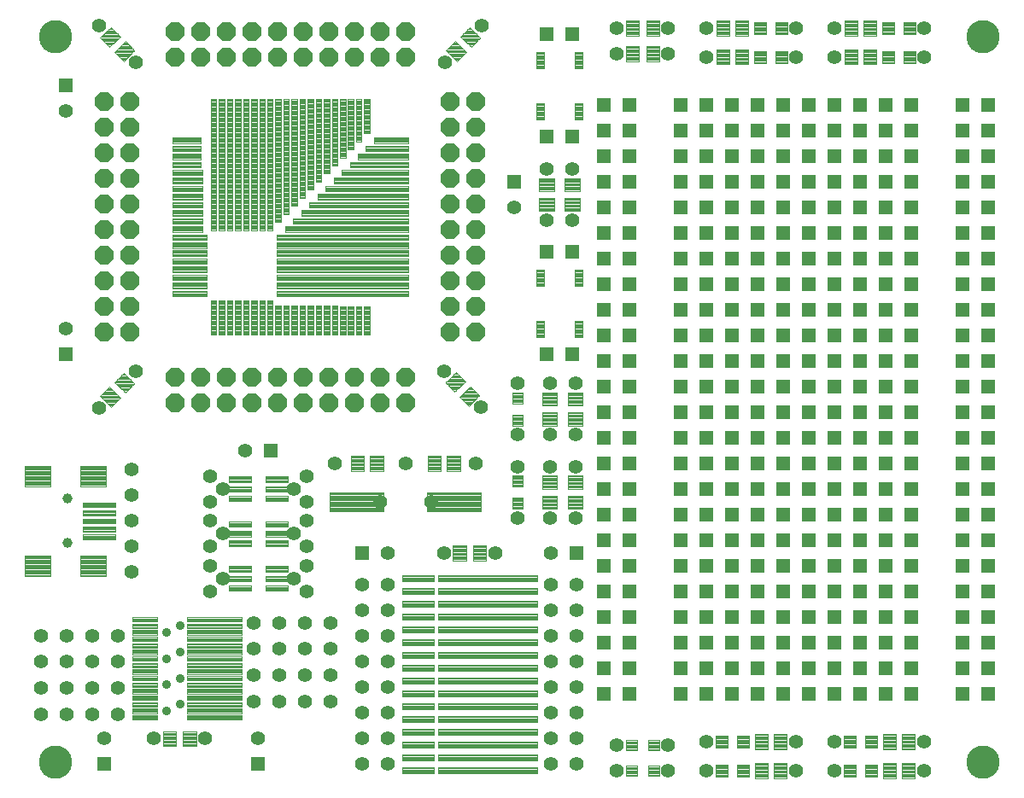
<source format=gts>
G75*
G70*
%OFA0B0*%
%FSLAX24Y24*%
%IPPOS*%
%LPD*%
%AMOC8*
5,1,8,0,0,1.08239X$1,22.5*
%
%ADD10C,0.0041*%
%ADD11C,0.0555*%
%ADD12C,0.0041*%
%ADD13C,0.0360*%
%ADD14C,0.0041*%
%ADD15R,0.0555X0.0555*%
%ADD16C,0.0041*%
%ADD17C,0.0044*%
%ADD18C,0.0041*%
%ADD19C,0.0043*%
%ADD20C,0.0040*%
%ADD21C,0.1300*%
%ADD22OC8,0.0740*%
%ADD23C,0.0041*%
%ADD24C,0.0040*%
%ADD25C,0.0394*%
D10*
X019744Y004549D02*
X021004Y004549D01*
X019744Y004549D02*
X019744Y004785D01*
X021004Y004785D01*
X021004Y004549D01*
X021004Y004589D02*
X019744Y004589D01*
X019744Y004629D02*
X021004Y004629D01*
X021004Y004669D02*
X019744Y004669D01*
X019744Y004709D02*
X021004Y004709D01*
X021004Y004749D02*
X019744Y004749D01*
X019744Y005049D02*
X021004Y005049D01*
X019744Y005049D02*
X019744Y005285D01*
X021004Y005285D01*
X021004Y005049D01*
X021004Y005089D02*
X019744Y005089D01*
X019744Y005129D02*
X021004Y005129D01*
X021004Y005169D02*
X019744Y005169D01*
X019744Y005209D02*
X021004Y005209D01*
X021004Y005249D02*
X019744Y005249D01*
X019744Y005549D02*
X021004Y005549D01*
X019744Y005549D02*
X019744Y005785D01*
X021004Y005785D01*
X021004Y005549D01*
X021004Y005589D02*
X019744Y005589D01*
X019744Y005629D02*
X021004Y005629D01*
X021004Y005669D02*
X019744Y005669D01*
X019744Y005709D02*
X021004Y005709D01*
X021004Y005749D02*
X019744Y005749D01*
X019744Y006049D02*
X021004Y006049D01*
X019744Y006049D02*
X019744Y006285D01*
X021004Y006285D01*
X021004Y006049D01*
X021004Y006089D02*
X019744Y006089D01*
X019744Y006129D02*
X021004Y006129D01*
X021004Y006169D02*
X019744Y006169D01*
X019744Y006209D02*
X021004Y006209D01*
X021004Y006249D02*
X019744Y006249D01*
X019744Y006549D02*
X021004Y006549D01*
X019744Y006549D02*
X019744Y006785D01*
X021004Y006785D01*
X021004Y006549D01*
X021004Y006589D02*
X019744Y006589D01*
X019744Y006629D02*
X021004Y006629D01*
X021004Y006669D02*
X019744Y006669D01*
X019744Y006709D02*
X021004Y006709D01*
X021004Y006749D02*
X019744Y006749D01*
X019744Y007049D02*
X021004Y007049D01*
X019744Y007049D02*
X019744Y007285D01*
X021004Y007285D01*
X021004Y007049D01*
X021004Y007089D02*
X019744Y007089D01*
X019744Y007129D02*
X021004Y007129D01*
X021004Y007169D02*
X019744Y007169D01*
X019744Y007209D02*
X021004Y007209D01*
X021004Y007249D02*
X019744Y007249D01*
X019744Y007549D02*
X021004Y007549D01*
X019744Y007549D02*
X019744Y007785D01*
X021004Y007785D01*
X021004Y007549D01*
X021004Y007589D02*
X019744Y007589D01*
X019744Y007629D02*
X021004Y007629D01*
X021004Y007669D02*
X019744Y007669D01*
X019744Y007709D02*
X021004Y007709D01*
X021004Y007749D02*
X019744Y007749D01*
X019744Y008049D02*
X021004Y008049D01*
X019744Y008049D02*
X019744Y008285D01*
X021004Y008285D01*
X021004Y008049D01*
X021004Y008089D02*
X019744Y008089D01*
X019744Y008129D02*
X021004Y008129D01*
X021004Y008169D02*
X019744Y008169D01*
X019744Y008209D02*
X021004Y008209D01*
X021004Y008249D02*
X019744Y008249D01*
X019744Y008549D02*
X021004Y008549D01*
X019744Y008549D02*
X019744Y008785D01*
X021004Y008785D01*
X021004Y008549D01*
X021004Y008589D02*
X019744Y008589D01*
X019744Y008629D02*
X021004Y008629D01*
X021004Y008669D02*
X019744Y008669D01*
X019744Y008709D02*
X021004Y008709D01*
X021004Y008749D02*
X019744Y008749D01*
X019744Y009049D02*
X021004Y009049D01*
X019744Y009049D02*
X019744Y009285D01*
X021004Y009285D01*
X021004Y009049D01*
X021004Y009089D02*
X019744Y009089D01*
X019744Y009129D02*
X021004Y009129D01*
X021004Y009169D02*
X019744Y009169D01*
X019744Y009209D02*
X021004Y009209D01*
X021004Y009249D02*
X019744Y009249D01*
X019744Y009549D02*
X021004Y009549D01*
X019744Y009549D02*
X019744Y009785D01*
X021004Y009785D01*
X021004Y009549D01*
X021004Y009589D02*
X019744Y009589D01*
X019744Y009629D02*
X021004Y009629D01*
X021004Y009669D02*
X019744Y009669D01*
X019744Y009709D02*
X021004Y009709D01*
X021004Y009749D02*
X019744Y009749D01*
X019744Y010049D02*
X021004Y010049D01*
X019744Y010049D02*
X019744Y010285D01*
X021004Y010285D01*
X021004Y010049D01*
X021004Y010089D02*
X019744Y010089D01*
X019744Y010129D02*
X021004Y010129D01*
X021004Y010169D02*
X019744Y010169D01*
X019744Y010209D02*
X021004Y010209D01*
X021004Y010249D02*
X019744Y010249D01*
X019744Y010549D02*
X021004Y010549D01*
X019744Y010549D02*
X019744Y010785D01*
X021004Y010785D01*
X021004Y010549D01*
X021004Y010589D02*
X019744Y010589D01*
X019744Y010629D02*
X021004Y010629D01*
X021004Y010669D02*
X019744Y010669D01*
X019744Y010709D02*
X021004Y010709D01*
X021004Y010749D02*
X019744Y010749D01*
X019744Y011049D02*
X021004Y011049D01*
X019744Y011049D02*
X019744Y011285D01*
X021004Y011285D01*
X021004Y011049D01*
X021004Y011089D02*
X019744Y011089D01*
X019744Y011129D02*
X021004Y011129D01*
X021004Y011169D02*
X019744Y011169D01*
X019744Y011209D02*
X021004Y011209D01*
X021004Y011249D02*
X019744Y011249D01*
X019744Y011549D02*
X021004Y011549D01*
X019744Y011549D02*
X019744Y011785D01*
X021004Y011785D01*
X021004Y011549D01*
X021004Y011589D02*
X019744Y011589D01*
X019744Y011629D02*
X021004Y011629D01*
X021004Y011669D02*
X019744Y011669D01*
X019744Y011709D02*
X021004Y011709D01*
X021004Y011749D02*
X019744Y011749D01*
X019744Y012049D02*
X021004Y012049D01*
X019744Y012049D02*
X019744Y012285D01*
X021004Y012285D01*
X021004Y012049D01*
X021004Y012089D02*
X019744Y012089D01*
X019744Y012129D02*
X021004Y012129D01*
X021004Y012169D02*
X019744Y012169D01*
X019744Y012209D02*
X021004Y012209D01*
X021004Y012249D02*
X019744Y012249D01*
X021154Y012049D02*
X025012Y012049D01*
X021154Y012049D02*
X021154Y012285D01*
X025012Y012285D01*
X025012Y012049D01*
X025012Y012089D02*
X021154Y012089D01*
X021154Y012129D02*
X025012Y012129D01*
X025012Y012169D02*
X021154Y012169D01*
X021154Y012209D02*
X025012Y012209D01*
X025012Y012249D02*
X021154Y012249D01*
X021154Y011549D02*
X025012Y011549D01*
X021154Y011549D02*
X021154Y011785D01*
X025012Y011785D01*
X025012Y011549D01*
X025012Y011589D02*
X021154Y011589D01*
X021154Y011629D02*
X025012Y011629D01*
X025012Y011669D02*
X021154Y011669D01*
X021154Y011709D02*
X025012Y011709D01*
X025012Y011749D02*
X021154Y011749D01*
X021154Y011049D02*
X025012Y011049D01*
X021154Y011049D02*
X021154Y011285D01*
X025012Y011285D01*
X025012Y011049D01*
X025012Y011089D02*
X021154Y011089D01*
X021154Y011129D02*
X025012Y011129D01*
X025012Y011169D02*
X021154Y011169D01*
X021154Y011209D02*
X025012Y011209D01*
X025012Y011249D02*
X021154Y011249D01*
X021154Y010549D02*
X025012Y010549D01*
X021154Y010549D02*
X021154Y010785D01*
X025012Y010785D01*
X025012Y010549D01*
X025012Y010589D02*
X021154Y010589D01*
X021154Y010629D02*
X025012Y010629D01*
X025012Y010669D02*
X021154Y010669D01*
X021154Y010709D02*
X025012Y010709D01*
X025012Y010749D02*
X021154Y010749D01*
X021154Y010049D02*
X025012Y010049D01*
X021154Y010049D02*
X021154Y010285D01*
X025012Y010285D01*
X025012Y010049D01*
X025012Y010089D02*
X021154Y010089D01*
X021154Y010129D02*
X025012Y010129D01*
X025012Y010169D02*
X021154Y010169D01*
X021154Y010209D02*
X025012Y010209D01*
X025012Y010249D02*
X021154Y010249D01*
X021154Y009549D02*
X025012Y009549D01*
X021154Y009549D02*
X021154Y009785D01*
X025012Y009785D01*
X025012Y009549D01*
X025012Y009589D02*
X021154Y009589D01*
X021154Y009629D02*
X025012Y009629D01*
X025012Y009669D02*
X021154Y009669D01*
X021154Y009709D02*
X025012Y009709D01*
X025012Y009749D02*
X021154Y009749D01*
X021154Y009049D02*
X025012Y009049D01*
X021154Y009049D02*
X021154Y009285D01*
X025012Y009285D01*
X025012Y009049D01*
X025012Y009089D02*
X021154Y009089D01*
X021154Y009129D02*
X025012Y009129D01*
X025012Y009169D02*
X021154Y009169D01*
X021154Y009209D02*
X025012Y009209D01*
X025012Y009249D02*
X021154Y009249D01*
X021154Y008549D02*
X025012Y008549D01*
X021154Y008549D02*
X021154Y008785D01*
X025012Y008785D01*
X025012Y008549D01*
X025012Y008589D02*
X021154Y008589D01*
X021154Y008629D02*
X025012Y008629D01*
X025012Y008669D02*
X021154Y008669D01*
X021154Y008709D02*
X025012Y008709D01*
X025012Y008749D02*
X021154Y008749D01*
X021154Y008049D02*
X025012Y008049D01*
X021154Y008049D02*
X021154Y008285D01*
X025012Y008285D01*
X025012Y008049D01*
X025012Y008089D02*
X021154Y008089D01*
X021154Y008129D02*
X025012Y008129D01*
X025012Y008169D02*
X021154Y008169D01*
X021154Y008209D02*
X025012Y008209D01*
X025012Y008249D02*
X021154Y008249D01*
X021154Y007549D02*
X025012Y007549D01*
X021154Y007549D02*
X021154Y007785D01*
X025012Y007785D01*
X025012Y007549D01*
X025012Y007589D02*
X021154Y007589D01*
X021154Y007629D02*
X025012Y007629D01*
X025012Y007669D02*
X021154Y007669D01*
X021154Y007709D02*
X025012Y007709D01*
X025012Y007749D02*
X021154Y007749D01*
X021154Y007049D02*
X025012Y007049D01*
X021154Y007049D02*
X021154Y007285D01*
X025012Y007285D01*
X025012Y007049D01*
X025012Y007089D02*
X021154Y007089D01*
X021154Y007129D02*
X025012Y007129D01*
X025012Y007169D02*
X021154Y007169D01*
X021154Y007209D02*
X025012Y007209D01*
X025012Y007249D02*
X021154Y007249D01*
X021154Y006549D02*
X025012Y006549D01*
X021154Y006549D02*
X021154Y006785D01*
X025012Y006785D01*
X025012Y006549D01*
X025012Y006589D02*
X021154Y006589D01*
X021154Y006629D02*
X025012Y006629D01*
X025012Y006669D02*
X021154Y006669D01*
X021154Y006709D02*
X025012Y006709D01*
X025012Y006749D02*
X021154Y006749D01*
X021154Y006049D02*
X025012Y006049D01*
X021154Y006049D02*
X021154Y006285D01*
X025012Y006285D01*
X025012Y006049D01*
X025012Y006089D02*
X021154Y006089D01*
X021154Y006129D02*
X025012Y006129D01*
X025012Y006169D02*
X021154Y006169D01*
X021154Y006209D02*
X025012Y006209D01*
X025012Y006249D02*
X021154Y006249D01*
X021154Y005549D02*
X025012Y005549D01*
X021154Y005549D02*
X021154Y005785D01*
X025012Y005785D01*
X025012Y005549D01*
X025012Y005589D02*
X021154Y005589D01*
X021154Y005629D02*
X025012Y005629D01*
X025012Y005669D02*
X021154Y005669D01*
X021154Y005709D02*
X025012Y005709D01*
X025012Y005749D02*
X021154Y005749D01*
X021154Y005049D02*
X025012Y005049D01*
X021154Y005049D02*
X021154Y005285D01*
X025012Y005285D01*
X025012Y005049D01*
X025012Y005089D02*
X021154Y005089D01*
X021154Y005129D02*
X025012Y005129D01*
X025012Y005169D02*
X021154Y005169D01*
X021154Y005209D02*
X025012Y005209D01*
X025012Y005249D02*
X021154Y005249D01*
X021154Y004549D02*
X025012Y004549D01*
X021154Y004549D02*
X021154Y004785D01*
X025012Y004785D01*
X025012Y004549D01*
X025012Y004589D02*
X021154Y004589D01*
X021154Y004629D02*
X025012Y004629D01*
X025012Y004669D02*
X021154Y004669D01*
X021154Y004709D02*
X025012Y004709D01*
X025012Y004749D02*
X021154Y004749D01*
D11*
X019205Y004917D03*
X019205Y005917D03*
X018205Y005917D03*
X018205Y004917D03*
X018205Y006917D03*
X019205Y006917D03*
X019205Y007917D03*
X019205Y008917D03*
X018205Y008917D03*
X018205Y007917D03*
X016957Y008396D03*
X015957Y008396D03*
X014957Y008396D03*
X013957Y008396D03*
X013957Y007372D03*
X014957Y007372D03*
X015957Y007372D03*
X016957Y007372D03*
X014136Y005917D03*
X012063Y005917D03*
X010063Y005917D03*
X008670Y006872D03*
X007670Y006872D03*
X006670Y006872D03*
X005670Y006872D03*
X005670Y007896D03*
X006670Y007896D03*
X007670Y007896D03*
X008670Y007896D03*
X008670Y008920D03*
X007670Y008920D03*
X006670Y008920D03*
X005670Y008920D03*
X005670Y009943D03*
X006670Y009943D03*
X007670Y009943D03*
X008670Y009943D03*
X012243Y011667D03*
X012743Y012167D03*
X012243Y012667D03*
X012243Y013417D03*
X012743Y013917D03*
X012243Y014417D03*
X012243Y015167D03*
X012743Y015667D03*
X012243Y016167D03*
X013636Y017167D03*
X015530Y015667D03*
X016030Y015167D03*
X016030Y014417D03*
X015530Y013917D03*
X016030Y013417D03*
X016030Y012667D03*
X015530Y012167D03*
X016030Y011667D03*
X015957Y010443D03*
X014957Y010443D03*
X013957Y010443D03*
X013957Y009420D03*
X014957Y009420D03*
X015957Y009420D03*
X016957Y009420D03*
X016957Y010443D03*
X018205Y010917D03*
X018205Y011917D03*
X019205Y011917D03*
X019205Y010917D03*
X019205Y009917D03*
X018205Y009917D03*
X019205Y013167D03*
X021386Y013167D03*
X023386Y013167D03*
X024261Y014542D03*
X025511Y014542D03*
X026511Y014542D03*
X025567Y013167D03*
X025567Y011917D03*
X025567Y010917D03*
X026567Y010917D03*
X026567Y011917D03*
X026567Y009917D03*
X025567Y009917D03*
X025567Y008917D03*
X025567Y007917D03*
X026567Y007917D03*
X026567Y008917D03*
X026567Y006917D03*
X025567Y006917D03*
X025567Y005917D03*
X025567Y004917D03*
X026567Y004917D03*
X026567Y005917D03*
X028136Y005667D03*
X028136Y004667D03*
X030136Y004667D03*
X030136Y005667D03*
X031636Y005792D03*
X031636Y004667D03*
X035136Y004667D03*
X035136Y005792D03*
X036636Y005792D03*
X036636Y004667D03*
X040136Y004667D03*
X040136Y005792D03*
X026511Y016542D03*
X025511Y016542D03*
X024261Y016542D03*
X024261Y017792D03*
X025511Y017792D03*
X026511Y017792D03*
X026511Y019792D03*
X025511Y019792D03*
X024261Y019792D03*
X022813Y018865D03*
X021399Y020279D03*
X022636Y016667D03*
X020886Y015167D03*
X019886Y016667D03*
X018886Y015167D03*
X017136Y016667D03*
X016030Y016167D03*
X009203Y016417D03*
X009203Y015417D03*
X009203Y014417D03*
X009203Y013417D03*
X009203Y012417D03*
X007929Y018835D03*
X009343Y020249D03*
X006636Y021917D03*
X006636Y030417D03*
X009343Y032335D03*
X007929Y033749D03*
X021429Y032335D03*
X022843Y033749D03*
X028136Y033667D03*
X028136Y032667D03*
X030136Y032667D03*
X030136Y033667D03*
X031636Y033667D03*
X031636Y032542D03*
X035136Y032542D03*
X035136Y033667D03*
X036636Y033667D03*
X036636Y032542D03*
X040136Y032542D03*
X040136Y033667D03*
X026386Y028167D03*
X025386Y028167D03*
X024136Y026667D03*
X025386Y026167D03*
X026386Y026167D03*
X008136Y005917D03*
D12*
X010197Y006653D02*
X010197Y006829D01*
X010197Y006653D02*
X009233Y006653D01*
X009233Y006829D01*
X010197Y006829D01*
X010197Y006693D02*
X009233Y006693D01*
X009233Y006733D02*
X010197Y006733D01*
X010197Y006773D02*
X009233Y006773D01*
X009233Y006813D02*
X010197Y006813D01*
X010197Y006909D02*
X010197Y007085D01*
X010197Y006909D02*
X009233Y006909D01*
X009233Y007085D01*
X010197Y007085D01*
X010197Y006949D02*
X009233Y006949D01*
X009233Y006989D02*
X010197Y006989D01*
X010197Y007029D02*
X009233Y007029D01*
X009233Y007069D02*
X010197Y007069D01*
X010197Y007165D02*
X010197Y007341D01*
X010197Y007165D02*
X009233Y007165D01*
X009233Y007341D01*
X010197Y007341D01*
X010197Y007205D02*
X009233Y007205D01*
X009233Y007245D02*
X010197Y007245D01*
X010197Y007285D02*
X009233Y007285D01*
X009233Y007325D02*
X010197Y007325D01*
X010197Y007421D02*
X010197Y007597D01*
X010197Y007421D02*
X009233Y007421D01*
X009233Y007597D01*
X010197Y007597D01*
X010197Y007461D02*
X009233Y007461D01*
X009233Y007501D02*
X010197Y007501D01*
X010197Y007541D02*
X009233Y007541D01*
X009233Y007581D02*
X010197Y007581D01*
X010197Y007677D02*
X010197Y007853D01*
X010197Y007677D02*
X009233Y007677D01*
X009233Y007853D01*
X010197Y007853D01*
X010197Y007717D02*
X009233Y007717D01*
X009233Y007757D02*
X010197Y007757D01*
X010197Y007797D02*
X009233Y007797D01*
X009233Y007837D02*
X010197Y007837D01*
X010197Y007933D02*
X010197Y008109D01*
X010197Y007933D02*
X009233Y007933D01*
X009233Y008109D01*
X010197Y008109D01*
X010197Y007973D02*
X009233Y007973D01*
X009233Y008013D02*
X010197Y008013D01*
X010197Y008053D02*
X009233Y008053D01*
X009233Y008093D02*
X010197Y008093D01*
X010197Y008189D02*
X010197Y008365D01*
X010197Y008189D02*
X009233Y008189D01*
X009233Y008365D01*
X010197Y008365D01*
X010197Y008229D02*
X009233Y008229D01*
X009233Y008269D02*
X010197Y008269D01*
X010197Y008309D02*
X009233Y008309D01*
X009233Y008349D02*
X010197Y008349D01*
X010197Y008445D02*
X010197Y008621D01*
X010197Y008445D02*
X009233Y008445D01*
X009233Y008621D01*
X010197Y008621D01*
X010197Y008485D02*
X009233Y008485D01*
X009233Y008525D02*
X010197Y008525D01*
X010197Y008565D02*
X009233Y008565D01*
X009233Y008605D02*
X010197Y008605D01*
X010197Y008701D02*
X010197Y008877D01*
X010197Y008701D02*
X009233Y008701D01*
X009233Y008877D01*
X010197Y008877D01*
X010197Y008741D02*
X009233Y008741D01*
X009233Y008781D02*
X010197Y008781D01*
X010197Y008821D02*
X009233Y008821D01*
X009233Y008861D02*
X010197Y008861D01*
X010197Y008957D02*
X010197Y009133D01*
X010197Y008957D02*
X009233Y008957D01*
X009233Y009133D01*
X010197Y009133D01*
X010197Y008997D02*
X009233Y008997D01*
X009233Y009037D02*
X010197Y009037D01*
X010197Y009077D02*
X009233Y009077D01*
X009233Y009117D02*
X010197Y009117D01*
X010197Y009213D02*
X010197Y009389D01*
X010197Y009213D02*
X009233Y009213D01*
X009233Y009389D01*
X010197Y009389D01*
X010197Y009253D02*
X009233Y009253D01*
X009233Y009293D02*
X010197Y009293D01*
X010197Y009333D02*
X009233Y009333D01*
X009233Y009373D02*
X010197Y009373D01*
X010197Y009468D02*
X010197Y009644D01*
X010197Y009468D02*
X009233Y009468D01*
X009233Y009644D01*
X010197Y009644D01*
X010197Y009508D02*
X009233Y009508D01*
X009233Y009548D02*
X010197Y009548D01*
X010197Y009588D02*
X009233Y009588D01*
X009233Y009628D02*
X010197Y009628D01*
X010197Y009724D02*
X010197Y009900D01*
X010197Y009724D02*
X009233Y009724D01*
X009233Y009900D01*
X010197Y009900D01*
X010197Y009764D02*
X009233Y009764D01*
X009233Y009804D02*
X010197Y009804D01*
X010197Y009844D02*
X009233Y009844D01*
X009233Y009884D02*
X010197Y009884D01*
X010197Y009980D02*
X010197Y010156D01*
X010197Y009980D02*
X009233Y009980D01*
X009233Y010156D01*
X010197Y010156D01*
X010197Y010020D02*
X009233Y010020D01*
X009233Y010060D02*
X010197Y010060D01*
X010197Y010100D02*
X009233Y010100D01*
X009233Y010140D02*
X010197Y010140D01*
X010197Y010236D02*
X010197Y010412D01*
X010197Y010236D02*
X009233Y010236D01*
X009233Y010412D01*
X010197Y010412D01*
X010197Y010276D02*
X009233Y010276D01*
X009233Y010316D02*
X010197Y010316D01*
X010197Y010356D02*
X009233Y010356D01*
X009233Y010396D02*
X010197Y010396D01*
X010197Y010492D02*
X010197Y010668D01*
X010197Y010492D02*
X009233Y010492D01*
X009233Y010668D01*
X010197Y010668D01*
X010197Y010532D02*
X009233Y010532D01*
X009233Y010572D02*
X010197Y010572D01*
X010197Y010612D02*
X009233Y010612D01*
X009233Y010652D02*
X010197Y010652D01*
X011349Y010492D02*
X013475Y010492D01*
X011349Y010492D02*
X011349Y010668D01*
X013475Y010668D01*
X013475Y010492D01*
X013475Y010532D02*
X011349Y010532D01*
X011349Y010572D02*
X013475Y010572D01*
X013475Y010612D02*
X011349Y010612D01*
X011349Y010652D02*
X013475Y010652D01*
X013475Y010236D02*
X011349Y010236D01*
X011349Y010412D01*
X013475Y010412D01*
X013475Y010236D01*
X013475Y010276D02*
X011349Y010276D01*
X011349Y010316D02*
X013475Y010316D01*
X013475Y010356D02*
X011349Y010356D01*
X011349Y010396D02*
X013475Y010396D01*
X013475Y009980D02*
X011349Y009980D01*
X011349Y010156D01*
X013475Y010156D01*
X013475Y009980D01*
X013475Y010020D02*
X011349Y010020D01*
X011349Y010060D02*
X013475Y010060D01*
X013475Y010100D02*
X011349Y010100D01*
X011349Y010140D02*
X013475Y010140D01*
X013475Y009724D02*
X011349Y009724D01*
X011349Y009900D01*
X013475Y009900D01*
X013475Y009724D01*
X013475Y009764D02*
X011349Y009764D01*
X011349Y009804D02*
X013475Y009804D01*
X013475Y009844D02*
X011349Y009844D01*
X011349Y009884D02*
X013475Y009884D01*
X013475Y009468D02*
X011349Y009468D01*
X011349Y009644D01*
X013475Y009644D01*
X013475Y009468D01*
X013475Y009508D02*
X011349Y009508D01*
X011349Y009548D02*
X013475Y009548D01*
X013475Y009588D02*
X011349Y009588D01*
X011349Y009628D02*
X013475Y009628D01*
X013475Y009213D02*
X011349Y009213D01*
X011349Y009389D01*
X013475Y009389D01*
X013475Y009213D01*
X013475Y009253D02*
X011349Y009253D01*
X011349Y009293D02*
X013475Y009293D01*
X013475Y009333D02*
X011349Y009333D01*
X011349Y009373D02*
X013475Y009373D01*
X013475Y008957D02*
X011349Y008957D01*
X011349Y009133D01*
X013475Y009133D01*
X013475Y008957D01*
X013475Y008997D02*
X011349Y008997D01*
X011349Y009037D02*
X013475Y009037D01*
X013475Y009077D02*
X011349Y009077D01*
X011349Y009117D02*
X013475Y009117D01*
X013475Y008701D02*
X011349Y008701D01*
X011349Y008877D01*
X013475Y008877D01*
X013475Y008701D01*
X013475Y008741D02*
X011349Y008741D01*
X011349Y008781D02*
X013475Y008781D01*
X013475Y008821D02*
X011349Y008821D01*
X011349Y008861D02*
X013475Y008861D01*
X013475Y008445D02*
X011349Y008445D01*
X011349Y008621D01*
X013475Y008621D01*
X013475Y008445D01*
X013475Y008485D02*
X011349Y008485D01*
X011349Y008525D02*
X013475Y008525D01*
X013475Y008565D02*
X011349Y008565D01*
X011349Y008605D02*
X013475Y008605D01*
X013475Y008189D02*
X011349Y008189D01*
X011349Y008365D01*
X013475Y008365D01*
X013475Y008189D01*
X013475Y008229D02*
X011349Y008229D01*
X011349Y008269D02*
X013475Y008269D01*
X013475Y008309D02*
X011349Y008309D01*
X011349Y008349D02*
X013475Y008349D01*
X013475Y007933D02*
X011349Y007933D01*
X011349Y008109D01*
X013475Y008109D01*
X013475Y007933D01*
X013475Y007973D02*
X011349Y007973D01*
X011349Y008013D02*
X013475Y008013D01*
X013475Y008053D02*
X011349Y008053D01*
X011349Y008093D02*
X013475Y008093D01*
X013475Y007677D02*
X011349Y007677D01*
X011349Y007853D01*
X013475Y007853D01*
X013475Y007677D01*
X013475Y007717D02*
X011349Y007717D01*
X011349Y007757D02*
X013475Y007757D01*
X013475Y007797D02*
X011349Y007797D01*
X011349Y007837D02*
X013475Y007837D01*
X013475Y007421D02*
X011349Y007421D01*
X011349Y007597D01*
X013475Y007597D01*
X013475Y007421D01*
X013475Y007461D02*
X011349Y007461D01*
X011349Y007501D02*
X013475Y007501D01*
X013475Y007541D02*
X011349Y007541D01*
X011349Y007581D02*
X013475Y007581D01*
X013475Y007165D02*
X011349Y007165D01*
X011349Y007341D01*
X013475Y007341D01*
X013475Y007165D01*
X013475Y007205D02*
X011349Y007205D01*
X011349Y007245D02*
X013475Y007245D01*
X013475Y007285D02*
X011349Y007285D01*
X011349Y007325D02*
X013475Y007325D01*
X013475Y006909D02*
X011349Y006909D01*
X011349Y007085D01*
X013475Y007085D01*
X013475Y006909D01*
X013475Y006949D02*
X011349Y006949D01*
X011349Y006989D02*
X013475Y006989D01*
X013475Y007029D02*
X011349Y007029D01*
X011349Y007069D02*
X013475Y007069D01*
X013475Y006653D02*
X011349Y006653D01*
X011349Y006829D01*
X013475Y006829D01*
X013475Y006653D01*
X013475Y006693D02*
X011349Y006693D01*
X011349Y006733D02*
X013475Y006733D01*
X013475Y006773D02*
X011349Y006773D01*
X011349Y006813D02*
X013475Y006813D01*
D13*
X011075Y007253D03*
X010557Y006997D03*
X010557Y008021D03*
X011075Y008277D03*
X010557Y009045D03*
X011075Y009301D03*
X010557Y010068D03*
X011075Y010324D03*
D14*
X024986Y021592D02*
X025286Y021592D01*
X024986Y021592D02*
X024986Y022242D01*
X025286Y022242D01*
X025286Y021592D01*
X025286Y021632D02*
X024986Y021632D01*
X024986Y021672D02*
X025286Y021672D01*
X025286Y021712D02*
X024986Y021712D01*
X024986Y021752D02*
X025286Y021752D01*
X025286Y021792D02*
X024986Y021792D01*
X024986Y021832D02*
X025286Y021832D01*
X025286Y021872D02*
X024986Y021872D01*
X024986Y021912D02*
X025286Y021912D01*
X025286Y021952D02*
X024986Y021952D01*
X024986Y021992D02*
X025286Y021992D01*
X025286Y022032D02*
X024986Y022032D01*
X024986Y022072D02*
X025286Y022072D01*
X025286Y022112D02*
X024986Y022112D01*
X024986Y022152D02*
X025286Y022152D01*
X025286Y022192D02*
X024986Y022192D01*
X024986Y022232D02*
X025286Y022232D01*
X026486Y021592D02*
X026786Y021592D01*
X026486Y021592D02*
X026486Y022242D01*
X026786Y022242D01*
X026786Y021592D01*
X026786Y021632D02*
X026486Y021632D01*
X026486Y021672D02*
X026786Y021672D01*
X026786Y021712D02*
X026486Y021712D01*
X026486Y021752D02*
X026786Y021752D01*
X026786Y021792D02*
X026486Y021792D01*
X026486Y021832D02*
X026786Y021832D01*
X026786Y021872D02*
X026486Y021872D01*
X026486Y021912D02*
X026786Y021912D01*
X026786Y021952D02*
X026486Y021952D01*
X026486Y021992D02*
X026786Y021992D01*
X026786Y022032D02*
X026486Y022032D01*
X026486Y022072D02*
X026786Y022072D01*
X026786Y022112D02*
X026486Y022112D01*
X026486Y022152D02*
X026786Y022152D01*
X026786Y022192D02*
X026486Y022192D01*
X026486Y022232D02*
X026786Y022232D01*
X026786Y023592D02*
X026486Y023592D01*
X026486Y024242D01*
X026786Y024242D01*
X026786Y023592D01*
X026786Y023632D02*
X026486Y023632D01*
X026486Y023672D02*
X026786Y023672D01*
X026786Y023712D02*
X026486Y023712D01*
X026486Y023752D02*
X026786Y023752D01*
X026786Y023792D02*
X026486Y023792D01*
X026486Y023832D02*
X026786Y023832D01*
X026786Y023872D02*
X026486Y023872D01*
X026486Y023912D02*
X026786Y023912D01*
X026786Y023952D02*
X026486Y023952D01*
X026486Y023992D02*
X026786Y023992D01*
X026786Y024032D02*
X026486Y024032D01*
X026486Y024072D02*
X026786Y024072D01*
X026786Y024112D02*
X026486Y024112D01*
X026486Y024152D02*
X026786Y024152D01*
X026786Y024192D02*
X026486Y024192D01*
X026486Y024232D02*
X026786Y024232D01*
X025286Y023592D02*
X024986Y023592D01*
X024986Y024242D01*
X025286Y024242D01*
X025286Y023592D01*
X025286Y023632D02*
X024986Y023632D01*
X024986Y023672D02*
X025286Y023672D01*
X025286Y023712D02*
X024986Y023712D01*
X024986Y023752D02*
X025286Y023752D01*
X025286Y023792D02*
X024986Y023792D01*
X024986Y023832D02*
X025286Y023832D01*
X025286Y023872D02*
X024986Y023872D01*
X024986Y023912D02*
X025286Y023912D01*
X025286Y023952D02*
X024986Y023952D01*
X024986Y023992D02*
X025286Y023992D01*
X025286Y024032D02*
X024986Y024032D01*
X024986Y024072D02*
X025286Y024072D01*
X025286Y024112D02*
X024986Y024112D01*
X024986Y024152D02*
X025286Y024152D01*
X025286Y024192D02*
X024986Y024192D01*
X024986Y024232D02*
X025286Y024232D01*
X025286Y030092D02*
X024986Y030092D01*
X024986Y030742D01*
X025286Y030742D01*
X025286Y030092D01*
X025286Y030132D02*
X024986Y030132D01*
X024986Y030172D02*
X025286Y030172D01*
X025286Y030212D02*
X024986Y030212D01*
X024986Y030252D02*
X025286Y030252D01*
X025286Y030292D02*
X024986Y030292D01*
X024986Y030332D02*
X025286Y030332D01*
X025286Y030372D02*
X024986Y030372D01*
X024986Y030412D02*
X025286Y030412D01*
X025286Y030452D02*
X024986Y030452D01*
X024986Y030492D02*
X025286Y030492D01*
X025286Y030532D02*
X024986Y030532D01*
X024986Y030572D02*
X025286Y030572D01*
X025286Y030612D02*
X024986Y030612D01*
X024986Y030652D02*
X025286Y030652D01*
X025286Y030692D02*
X024986Y030692D01*
X024986Y030732D02*
X025286Y030732D01*
X026486Y030092D02*
X026786Y030092D01*
X026486Y030092D02*
X026486Y030742D01*
X026786Y030742D01*
X026786Y030092D01*
X026786Y030132D02*
X026486Y030132D01*
X026486Y030172D02*
X026786Y030172D01*
X026786Y030212D02*
X026486Y030212D01*
X026486Y030252D02*
X026786Y030252D01*
X026786Y030292D02*
X026486Y030292D01*
X026486Y030332D02*
X026786Y030332D01*
X026786Y030372D02*
X026486Y030372D01*
X026486Y030412D02*
X026786Y030412D01*
X026786Y030452D02*
X026486Y030452D01*
X026486Y030492D02*
X026786Y030492D01*
X026786Y030532D02*
X026486Y030532D01*
X026486Y030572D02*
X026786Y030572D01*
X026786Y030612D02*
X026486Y030612D01*
X026486Y030652D02*
X026786Y030652D01*
X026786Y030692D02*
X026486Y030692D01*
X026486Y030732D02*
X026786Y030732D01*
X026786Y032092D02*
X026486Y032092D01*
X026486Y032742D01*
X026786Y032742D01*
X026786Y032092D01*
X026786Y032132D02*
X026486Y032132D01*
X026486Y032172D02*
X026786Y032172D01*
X026786Y032212D02*
X026486Y032212D01*
X026486Y032252D02*
X026786Y032252D01*
X026786Y032292D02*
X026486Y032292D01*
X026486Y032332D02*
X026786Y032332D01*
X026786Y032372D02*
X026486Y032372D01*
X026486Y032412D02*
X026786Y032412D01*
X026786Y032452D02*
X026486Y032452D01*
X026486Y032492D02*
X026786Y032492D01*
X026786Y032532D02*
X026486Y032532D01*
X026486Y032572D02*
X026786Y032572D01*
X026786Y032612D02*
X026486Y032612D01*
X026486Y032652D02*
X026786Y032652D01*
X026786Y032692D02*
X026486Y032692D01*
X026486Y032732D02*
X026786Y032732D01*
X025286Y032092D02*
X024986Y032092D01*
X024986Y032742D01*
X025286Y032742D01*
X025286Y032092D01*
X025286Y032132D02*
X024986Y032132D01*
X024986Y032172D02*
X025286Y032172D01*
X025286Y032212D02*
X024986Y032212D01*
X024986Y032252D02*
X025286Y032252D01*
X025286Y032292D02*
X024986Y032292D01*
X024986Y032332D02*
X025286Y032332D01*
X025286Y032372D02*
X024986Y032372D01*
X024986Y032412D02*
X025286Y032412D01*
X025286Y032452D02*
X024986Y032452D01*
X024986Y032492D02*
X025286Y032492D01*
X025286Y032532D02*
X024986Y032532D01*
X024986Y032572D02*
X025286Y032572D01*
X025286Y032612D02*
X024986Y032612D01*
X024986Y032652D02*
X025286Y032652D01*
X025286Y032692D02*
X024986Y032692D01*
X024986Y032732D02*
X025286Y032732D01*
D15*
X025386Y033417D03*
X026386Y033417D03*
X027636Y030667D03*
X028636Y030667D03*
X028636Y029667D03*
X027636Y029667D03*
X026386Y029417D03*
X025386Y029417D03*
X027636Y028667D03*
X028636Y028667D03*
X028636Y027667D03*
X027636Y027667D03*
X027636Y026667D03*
X028636Y026667D03*
X028636Y025667D03*
X027636Y025667D03*
X026386Y024917D03*
X025386Y024917D03*
X027636Y024667D03*
X028636Y024667D03*
X028636Y023667D03*
X027636Y023667D03*
X027636Y022667D03*
X028636Y022667D03*
X028636Y021667D03*
X027636Y021667D03*
X027636Y020667D03*
X028636Y020667D03*
X028636Y019667D03*
X027636Y019667D03*
X027636Y018667D03*
X028636Y018667D03*
X028636Y017667D03*
X027636Y017667D03*
X027636Y016667D03*
X028636Y016667D03*
X028636Y015667D03*
X027636Y015667D03*
X027636Y014667D03*
X028636Y014667D03*
X028636Y013667D03*
X027636Y013667D03*
X026567Y013167D03*
X027636Y012667D03*
X028636Y012667D03*
X028636Y011667D03*
X027636Y011667D03*
X027636Y010667D03*
X028636Y010667D03*
X028636Y009667D03*
X027636Y009667D03*
X027636Y008667D03*
X028636Y008667D03*
X028636Y007667D03*
X027636Y007667D03*
X030636Y007667D03*
X031636Y007667D03*
X032636Y007667D03*
X033636Y007667D03*
X034636Y007667D03*
X035636Y007667D03*
X036636Y007667D03*
X037636Y007667D03*
X038636Y007667D03*
X039636Y007667D03*
X039636Y008667D03*
X038636Y008667D03*
X038636Y009667D03*
X039636Y009667D03*
X039636Y010667D03*
X038636Y010667D03*
X037636Y010667D03*
X036636Y010667D03*
X035636Y010667D03*
X034636Y010667D03*
X033636Y010667D03*
X032636Y010667D03*
X031636Y010667D03*
X030636Y010667D03*
X030636Y011667D03*
X030636Y012667D03*
X031636Y012667D03*
X032636Y012667D03*
X033636Y012667D03*
X034636Y012667D03*
X035636Y012667D03*
X036636Y012667D03*
X037636Y012667D03*
X038636Y012667D03*
X039636Y012667D03*
X039636Y011667D03*
X038636Y011667D03*
X037636Y011667D03*
X036636Y011667D03*
X035636Y011667D03*
X034636Y011667D03*
X033636Y011667D03*
X032636Y011667D03*
X031636Y011667D03*
X031636Y013667D03*
X030636Y013667D03*
X030636Y014667D03*
X030636Y015667D03*
X031636Y015667D03*
X032636Y015667D03*
X033636Y015667D03*
X034636Y015667D03*
X035636Y015667D03*
X036636Y015667D03*
X037636Y015667D03*
X038636Y015667D03*
X039636Y015667D03*
X039636Y014667D03*
X038636Y014667D03*
X037636Y014667D03*
X036636Y014667D03*
X035636Y014667D03*
X034636Y014667D03*
X033636Y014667D03*
X032636Y014667D03*
X031636Y014667D03*
X032636Y013667D03*
X033636Y013667D03*
X034636Y013667D03*
X035636Y013667D03*
X036636Y013667D03*
X037636Y013667D03*
X038636Y013667D03*
X039636Y013667D03*
X041636Y013667D03*
X042636Y013667D03*
X042636Y014667D03*
X042636Y015667D03*
X041636Y015667D03*
X041636Y014667D03*
X041636Y016667D03*
X042636Y016667D03*
X042636Y017667D03*
X042636Y018667D03*
X041636Y018667D03*
X041636Y017667D03*
X039636Y017667D03*
X038636Y017667D03*
X038636Y018667D03*
X039636Y018667D03*
X039636Y019667D03*
X038636Y019667D03*
X037636Y019667D03*
X036636Y019667D03*
X035636Y019667D03*
X034636Y019667D03*
X033636Y019667D03*
X032636Y019667D03*
X031636Y019667D03*
X030636Y019667D03*
X030636Y020667D03*
X030636Y021667D03*
X031636Y021667D03*
X032636Y021667D03*
X033636Y021667D03*
X034636Y021667D03*
X035636Y021667D03*
X036636Y021667D03*
X037636Y021667D03*
X038636Y021667D03*
X039636Y021667D03*
X039636Y020667D03*
X038636Y020667D03*
X037636Y020667D03*
X036636Y020667D03*
X035636Y020667D03*
X034636Y020667D03*
X033636Y020667D03*
X032636Y020667D03*
X031636Y020667D03*
X031636Y022667D03*
X030636Y022667D03*
X030636Y023667D03*
X030636Y024667D03*
X031636Y024667D03*
X032636Y024667D03*
X033636Y024667D03*
X034636Y024667D03*
X035636Y024667D03*
X036636Y024667D03*
X037636Y024667D03*
X038636Y024667D03*
X039636Y024667D03*
X039636Y023667D03*
X038636Y023667D03*
X037636Y023667D03*
X036636Y023667D03*
X035636Y023667D03*
X034636Y023667D03*
X033636Y023667D03*
X032636Y023667D03*
X031636Y023667D03*
X032636Y022667D03*
X033636Y022667D03*
X034636Y022667D03*
X035636Y022667D03*
X036636Y022667D03*
X037636Y022667D03*
X038636Y022667D03*
X039636Y022667D03*
X041636Y022667D03*
X042636Y022667D03*
X042636Y023667D03*
X042636Y024667D03*
X041636Y024667D03*
X041636Y023667D03*
X041636Y025667D03*
X042636Y025667D03*
X042636Y026667D03*
X042636Y027667D03*
X041636Y027667D03*
X041636Y026667D03*
X039636Y026667D03*
X038636Y026667D03*
X038636Y027667D03*
X039636Y027667D03*
X039636Y028667D03*
X038636Y028667D03*
X037636Y028667D03*
X036636Y028667D03*
X035636Y028667D03*
X034636Y028667D03*
X033636Y028667D03*
X032636Y028667D03*
X031636Y028667D03*
X030636Y028667D03*
X030636Y029667D03*
X030636Y030667D03*
X031636Y030667D03*
X032636Y030667D03*
X033636Y030667D03*
X034636Y030667D03*
X035636Y030667D03*
X036636Y030667D03*
X037636Y030667D03*
X038636Y030667D03*
X039636Y030667D03*
X039636Y029667D03*
X038636Y029667D03*
X037636Y029667D03*
X036636Y029667D03*
X035636Y029667D03*
X034636Y029667D03*
X033636Y029667D03*
X032636Y029667D03*
X031636Y029667D03*
X031636Y027667D03*
X030636Y027667D03*
X030636Y026667D03*
X031636Y026667D03*
X032636Y026667D03*
X032636Y027667D03*
X033636Y027667D03*
X034636Y027667D03*
X035636Y027667D03*
X036636Y027667D03*
X037636Y027667D03*
X037636Y026667D03*
X036636Y026667D03*
X035636Y026667D03*
X034636Y026667D03*
X033636Y026667D03*
X033636Y025667D03*
X032636Y025667D03*
X031636Y025667D03*
X030636Y025667D03*
X034636Y025667D03*
X035636Y025667D03*
X036636Y025667D03*
X037636Y025667D03*
X038636Y025667D03*
X039636Y025667D03*
X041636Y028667D03*
X042636Y028667D03*
X042636Y029667D03*
X042636Y030667D03*
X041636Y030667D03*
X041636Y029667D03*
X041636Y021667D03*
X042636Y021667D03*
X042636Y020667D03*
X041636Y020667D03*
X041636Y019667D03*
X042636Y019667D03*
X039636Y016667D03*
X038636Y016667D03*
X037636Y016667D03*
X036636Y016667D03*
X035636Y016667D03*
X034636Y016667D03*
X033636Y016667D03*
X032636Y016667D03*
X031636Y016667D03*
X030636Y016667D03*
X030636Y017667D03*
X030636Y018667D03*
X031636Y018667D03*
X032636Y018667D03*
X033636Y018667D03*
X034636Y018667D03*
X035636Y018667D03*
X036636Y018667D03*
X037636Y018667D03*
X037636Y017667D03*
X036636Y017667D03*
X035636Y017667D03*
X034636Y017667D03*
X033636Y017667D03*
X032636Y017667D03*
X031636Y017667D03*
X026386Y020917D03*
X025386Y020917D03*
X024136Y027667D03*
X014636Y017167D03*
X018205Y013167D03*
X006636Y020917D03*
X006636Y031417D03*
X030636Y009667D03*
X031636Y009667D03*
X032636Y009667D03*
X033636Y009667D03*
X034636Y009667D03*
X035636Y009667D03*
X036636Y009667D03*
X037636Y009667D03*
X037636Y008667D03*
X036636Y008667D03*
X035636Y008667D03*
X034636Y008667D03*
X033636Y008667D03*
X032636Y008667D03*
X031636Y008667D03*
X030636Y008667D03*
X041636Y008667D03*
X041636Y009667D03*
X042636Y009667D03*
X042636Y008667D03*
X042636Y007667D03*
X041636Y007667D03*
X041636Y010667D03*
X042636Y010667D03*
X042636Y011667D03*
X042636Y012667D03*
X041636Y012667D03*
X041636Y011667D03*
X014136Y004917D03*
X008136Y004917D03*
D16*
X012995Y011685D02*
X012995Y011901D01*
X013861Y011901D01*
X013861Y011685D01*
X012995Y011685D01*
X012995Y011725D02*
X013861Y011725D01*
X013861Y011765D02*
X012995Y011765D01*
X012995Y011805D02*
X013861Y011805D01*
X013861Y011845D02*
X012995Y011845D01*
X012995Y011885D02*
X013861Y011885D01*
X012995Y012059D02*
X012995Y012275D01*
X013861Y012275D01*
X013861Y012059D01*
X012995Y012059D01*
X012995Y012099D02*
X013861Y012099D01*
X013861Y012139D02*
X012995Y012139D01*
X012995Y012179D02*
X013861Y012179D01*
X013861Y012219D02*
X012995Y012219D01*
X012995Y012259D02*
X013861Y012259D01*
X012995Y012433D02*
X012995Y012649D01*
X013861Y012649D01*
X013861Y012433D01*
X012995Y012433D01*
X012995Y012473D02*
X013861Y012473D01*
X013861Y012513D02*
X012995Y012513D01*
X012995Y012553D02*
X013861Y012553D01*
X013861Y012593D02*
X012995Y012593D01*
X012995Y012633D02*
X013861Y012633D01*
X014412Y012649D02*
X014412Y012433D01*
X014412Y012649D02*
X015278Y012649D01*
X015278Y012433D01*
X014412Y012433D01*
X014412Y012473D02*
X015278Y012473D01*
X015278Y012513D02*
X014412Y012513D01*
X014412Y012553D02*
X015278Y012553D01*
X015278Y012593D02*
X014412Y012593D01*
X014412Y012633D02*
X015278Y012633D01*
X014412Y012275D02*
X014412Y012059D01*
X014412Y012275D02*
X015278Y012275D01*
X015278Y012059D01*
X014412Y012059D01*
X014412Y012099D02*
X015278Y012099D01*
X015278Y012139D02*
X014412Y012139D01*
X014412Y012179D02*
X015278Y012179D01*
X015278Y012219D02*
X014412Y012219D01*
X014412Y012259D02*
X015278Y012259D01*
X014412Y011901D02*
X014412Y011685D01*
X014412Y011901D02*
X015278Y011901D01*
X015278Y011685D01*
X014412Y011685D01*
X014412Y011725D02*
X015278Y011725D01*
X015278Y011765D02*
X014412Y011765D01*
X014412Y011805D02*
X015278Y011805D01*
X015278Y011845D02*
X014412Y011845D01*
X014412Y011885D02*
X015278Y011885D01*
X014412Y013435D02*
X014412Y013651D01*
X015278Y013651D01*
X015278Y013435D01*
X014412Y013435D01*
X014412Y013475D02*
X015278Y013475D01*
X015278Y013515D02*
X014412Y013515D01*
X014412Y013555D02*
X015278Y013555D01*
X015278Y013595D02*
X014412Y013595D01*
X014412Y013635D02*
X015278Y013635D01*
X014412Y013809D02*
X014412Y014025D01*
X015278Y014025D01*
X015278Y013809D01*
X014412Y013809D01*
X014412Y013849D02*
X015278Y013849D01*
X015278Y013889D02*
X014412Y013889D01*
X014412Y013929D02*
X015278Y013929D01*
X015278Y013969D02*
X014412Y013969D01*
X014412Y014009D02*
X015278Y014009D01*
X014412Y014183D02*
X014412Y014399D01*
X015278Y014399D01*
X015278Y014183D01*
X014412Y014183D01*
X014412Y014223D02*
X015278Y014223D01*
X015278Y014263D02*
X014412Y014263D01*
X014412Y014303D02*
X015278Y014303D01*
X015278Y014343D02*
X014412Y014343D01*
X014412Y014383D02*
X015278Y014383D01*
X014412Y015185D02*
X014412Y015401D01*
X015278Y015401D01*
X015278Y015185D01*
X014412Y015185D01*
X014412Y015225D02*
X015278Y015225D01*
X015278Y015265D02*
X014412Y015265D01*
X014412Y015305D02*
X015278Y015305D01*
X015278Y015345D02*
X014412Y015345D01*
X014412Y015385D02*
X015278Y015385D01*
X014412Y015559D02*
X014412Y015775D01*
X015278Y015775D01*
X015278Y015559D01*
X014412Y015559D01*
X014412Y015599D02*
X015278Y015599D01*
X015278Y015639D02*
X014412Y015639D01*
X014412Y015679D02*
X015278Y015679D01*
X015278Y015719D02*
X014412Y015719D01*
X014412Y015759D02*
X015278Y015759D01*
X014412Y015933D02*
X014412Y016149D01*
X015278Y016149D01*
X015278Y015933D01*
X014412Y015933D01*
X014412Y015973D02*
X015278Y015973D01*
X015278Y016013D02*
X014412Y016013D01*
X014412Y016053D02*
X015278Y016053D01*
X015278Y016093D02*
X014412Y016093D01*
X014412Y016133D02*
X015278Y016133D01*
X012995Y016149D02*
X012995Y015933D01*
X012995Y016149D02*
X013861Y016149D01*
X013861Y015933D01*
X012995Y015933D01*
X012995Y015973D02*
X013861Y015973D01*
X013861Y016013D02*
X012995Y016013D01*
X012995Y016053D02*
X013861Y016053D01*
X013861Y016093D02*
X012995Y016093D01*
X012995Y016133D02*
X013861Y016133D01*
X012995Y015775D02*
X012995Y015559D01*
X012995Y015775D02*
X013861Y015775D01*
X013861Y015559D01*
X012995Y015559D01*
X012995Y015599D02*
X013861Y015599D01*
X013861Y015639D02*
X012995Y015639D01*
X012995Y015679D02*
X013861Y015679D01*
X013861Y015719D02*
X012995Y015719D01*
X012995Y015759D02*
X013861Y015759D01*
X012995Y015401D02*
X012995Y015185D01*
X012995Y015401D02*
X013861Y015401D01*
X013861Y015185D01*
X012995Y015185D01*
X012995Y015225D02*
X013861Y015225D01*
X013861Y015265D02*
X012995Y015265D01*
X012995Y015305D02*
X013861Y015305D01*
X013861Y015345D02*
X012995Y015345D01*
X012995Y015385D02*
X013861Y015385D01*
X012995Y014399D02*
X012995Y014183D01*
X012995Y014399D02*
X013861Y014399D01*
X013861Y014183D01*
X012995Y014183D01*
X012995Y014223D02*
X013861Y014223D01*
X013861Y014263D02*
X012995Y014263D01*
X012995Y014303D02*
X013861Y014303D01*
X013861Y014343D02*
X012995Y014343D01*
X012995Y014383D02*
X013861Y014383D01*
X012995Y014025D02*
X012995Y013809D01*
X012995Y014025D02*
X013861Y014025D01*
X013861Y013809D01*
X012995Y013809D01*
X012995Y013849D02*
X013861Y013849D01*
X013861Y013889D02*
X012995Y013889D01*
X012995Y013929D02*
X013861Y013929D01*
X013861Y013969D02*
X012995Y013969D01*
X012995Y014009D02*
X013861Y014009D01*
X012995Y013651D02*
X012995Y013435D01*
X012995Y013651D02*
X013861Y013651D01*
X013861Y013435D01*
X012995Y013435D01*
X012995Y013475D02*
X013861Y013475D01*
X013861Y013515D02*
X012995Y013515D01*
X012995Y013555D02*
X013861Y013555D01*
X013861Y013595D02*
X012995Y013595D01*
X012995Y013635D02*
X013861Y013635D01*
X015022Y021686D02*
X015022Y022846D01*
X015022Y021686D02*
X014806Y021686D01*
X014806Y022846D01*
X015022Y022846D01*
X015022Y021726D02*
X014806Y021726D01*
X014806Y021766D02*
X015022Y021766D01*
X015022Y021806D02*
X014806Y021806D01*
X014806Y021846D02*
X015022Y021846D01*
X015022Y021886D02*
X014806Y021886D01*
X014806Y021926D02*
X015022Y021926D01*
X015022Y021966D02*
X014806Y021966D01*
X014806Y022006D02*
X015022Y022006D01*
X015022Y022046D02*
X014806Y022046D01*
X014806Y022086D02*
X015022Y022086D01*
X015022Y022126D02*
X014806Y022126D01*
X014806Y022166D02*
X015022Y022166D01*
X015022Y022206D02*
X014806Y022206D01*
X014806Y022246D02*
X015022Y022246D01*
X015022Y022286D02*
X014806Y022286D01*
X014806Y022326D02*
X015022Y022326D01*
X015022Y022366D02*
X014806Y022366D01*
X014806Y022406D02*
X015022Y022406D01*
X015022Y022446D02*
X014806Y022446D01*
X014806Y022486D02*
X015022Y022486D01*
X015022Y022526D02*
X014806Y022526D01*
X014806Y022566D02*
X015022Y022566D01*
X015022Y022606D02*
X014806Y022606D01*
X014806Y022646D02*
X015022Y022646D01*
X015022Y022686D02*
X014806Y022686D01*
X014806Y022726D02*
X015022Y022726D01*
X015022Y022766D02*
X014806Y022766D01*
X014806Y022806D02*
X015022Y022806D01*
X015022Y022846D02*
X014806Y022846D01*
X014707Y023025D02*
X014707Y021685D01*
X014491Y021685D01*
X014491Y023025D01*
X014707Y023025D01*
X014707Y021725D02*
X014491Y021725D01*
X014491Y021765D02*
X014707Y021765D01*
X014707Y021805D02*
X014491Y021805D01*
X014491Y021845D02*
X014707Y021845D01*
X014707Y021885D02*
X014491Y021885D01*
X014491Y021925D02*
X014707Y021925D01*
X014707Y021965D02*
X014491Y021965D01*
X014491Y022005D02*
X014707Y022005D01*
X014707Y022045D02*
X014491Y022045D01*
X014491Y022085D02*
X014707Y022085D01*
X014707Y022125D02*
X014491Y022125D01*
X014491Y022165D02*
X014707Y022165D01*
X014707Y022205D02*
X014491Y022205D01*
X014491Y022245D02*
X014707Y022245D01*
X014707Y022285D02*
X014491Y022285D01*
X014491Y022325D02*
X014707Y022325D01*
X014707Y022365D02*
X014491Y022365D01*
X014491Y022405D02*
X014707Y022405D01*
X014707Y022445D02*
X014491Y022445D01*
X014491Y022485D02*
X014707Y022485D01*
X014707Y022525D02*
X014491Y022525D01*
X014491Y022565D02*
X014707Y022565D01*
X014707Y022605D02*
X014491Y022605D01*
X014491Y022645D02*
X014707Y022645D01*
X014707Y022685D02*
X014491Y022685D01*
X014491Y022725D02*
X014707Y022725D01*
X014707Y022765D02*
X014491Y022765D01*
X014491Y022805D02*
X014707Y022805D01*
X014707Y022845D02*
X014491Y022845D01*
X014491Y022885D02*
X014707Y022885D01*
X014707Y022925D02*
X014491Y022925D01*
X014491Y022965D02*
X014707Y022965D01*
X014707Y023005D02*
X014491Y023005D01*
X014392Y023025D02*
X014392Y021685D01*
X014176Y021685D01*
X014176Y023025D01*
X014392Y023025D01*
X014392Y021725D02*
X014176Y021725D01*
X014176Y021765D02*
X014392Y021765D01*
X014392Y021805D02*
X014176Y021805D01*
X014176Y021845D02*
X014392Y021845D01*
X014392Y021885D02*
X014176Y021885D01*
X014176Y021925D02*
X014392Y021925D01*
X014392Y021965D02*
X014176Y021965D01*
X014176Y022005D02*
X014392Y022005D01*
X014392Y022045D02*
X014176Y022045D01*
X014176Y022085D02*
X014392Y022085D01*
X014392Y022125D02*
X014176Y022125D01*
X014176Y022165D02*
X014392Y022165D01*
X014392Y022205D02*
X014176Y022205D01*
X014176Y022245D02*
X014392Y022245D01*
X014392Y022285D02*
X014176Y022285D01*
X014176Y022325D02*
X014392Y022325D01*
X014392Y022365D02*
X014176Y022365D01*
X014176Y022405D02*
X014392Y022405D01*
X014392Y022445D02*
X014176Y022445D01*
X014176Y022485D02*
X014392Y022485D01*
X014392Y022525D02*
X014176Y022525D01*
X014176Y022565D02*
X014392Y022565D01*
X014392Y022605D02*
X014176Y022605D01*
X014176Y022645D02*
X014392Y022645D01*
X014392Y022685D02*
X014176Y022685D01*
X014176Y022725D02*
X014392Y022725D01*
X014392Y022765D02*
X014176Y022765D01*
X014176Y022805D02*
X014392Y022805D01*
X014392Y022845D02*
X014176Y022845D01*
X014176Y022885D02*
X014392Y022885D01*
X014392Y022925D02*
X014176Y022925D01*
X014176Y022965D02*
X014392Y022965D01*
X014392Y023005D02*
X014176Y023005D01*
X014077Y023025D02*
X014077Y021685D01*
X013861Y021685D01*
X013861Y023025D01*
X014077Y023025D01*
X014077Y021725D02*
X013861Y021725D01*
X013861Y021765D02*
X014077Y021765D01*
X014077Y021805D02*
X013861Y021805D01*
X013861Y021845D02*
X014077Y021845D01*
X014077Y021885D02*
X013861Y021885D01*
X013861Y021925D02*
X014077Y021925D01*
X014077Y021965D02*
X013861Y021965D01*
X013861Y022005D02*
X014077Y022005D01*
X014077Y022045D02*
X013861Y022045D01*
X013861Y022085D02*
X014077Y022085D01*
X014077Y022125D02*
X013861Y022125D01*
X013861Y022165D02*
X014077Y022165D01*
X014077Y022205D02*
X013861Y022205D01*
X013861Y022245D02*
X014077Y022245D01*
X014077Y022285D02*
X013861Y022285D01*
X013861Y022325D02*
X014077Y022325D01*
X014077Y022365D02*
X013861Y022365D01*
X013861Y022405D02*
X014077Y022405D01*
X014077Y022445D02*
X013861Y022445D01*
X013861Y022485D02*
X014077Y022485D01*
X014077Y022525D02*
X013861Y022525D01*
X013861Y022565D02*
X014077Y022565D01*
X014077Y022605D02*
X013861Y022605D01*
X013861Y022645D02*
X014077Y022645D01*
X014077Y022685D02*
X013861Y022685D01*
X013861Y022725D02*
X014077Y022725D01*
X014077Y022765D02*
X013861Y022765D01*
X013861Y022805D02*
X014077Y022805D01*
X014077Y022845D02*
X013861Y022845D01*
X013861Y022885D02*
X014077Y022885D01*
X014077Y022925D02*
X013861Y022925D01*
X013861Y022965D02*
X014077Y022965D01*
X014077Y023005D02*
X013861Y023005D01*
X013762Y023025D02*
X013762Y021685D01*
X013546Y021685D01*
X013546Y023025D01*
X013762Y023025D01*
X013762Y021725D02*
X013546Y021725D01*
X013546Y021765D02*
X013762Y021765D01*
X013762Y021805D02*
X013546Y021805D01*
X013546Y021845D02*
X013762Y021845D01*
X013762Y021885D02*
X013546Y021885D01*
X013546Y021925D02*
X013762Y021925D01*
X013762Y021965D02*
X013546Y021965D01*
X013546Y022005D02*
X013762Y022005D01*
X013762Y022045D02*
X013546Y022045D01*
X013546Y022085D02*
X013762Y022085D01*
X013762Y022125D02*
X013546Y022125D01*
X013546Y022165D02*
X013762Y022165D01*
X013762Y022205D02*
X013546Y022205D01*
X013546Y022245D02*
X013762Y022245D01*
X013762Y022285D02*
X013546Y022285D01*
X013546Y022325D02*
X013762Y022325D01*
X013762Y022365D02*
X013546Y022365D01*
X013546Y022405D02*
X013762Y022405D01*
X013762Y022445D02*
X013546Y022445D01*
X013546Y022485D02*
X013762Y022485D01*
X013762Y022525D02*
X013546Y022525D01*
X013546Y022565D02*
X013762Y022565D01*
X013762Y022605D02*
X013546Y022605D01*
X013546Y022645D02*
X013762Y022645D01*
X013762Y022685D02*
X013546Y022685D01*
X013546Y022725D02*
X013762Y022725D01*
X013762Y022765D02*
X013546Y022765D01*
X013546Y022805D02*
X013762Y022805D01*
X013762Y022845D02*
X013546Y022845D01*
X013546Y022885D02*
X013762Y022885D01*
X013762Y022925D02*
X013546Y022925D01*
X013546Y022965D02*
X013762Y022965D01*
X013762Y023005D02*
X013546Y023005D01*
X013447Y023025D02*
X013447Y021685D01*
X013231Y021685D01*
X013231Y023025D01*
X013447Y023025D01*
X013447Y021725D02*
X013231Y021725D01*
X013231Y021765D02*
X013447Y021765D01*
X013447Y021805D02*
X013231Y021805D01*
X013231Y021845D02*
X013447Y021845D01*
X013447Y021885D02*
X013231Y021885D01*
X013231Y021925D02*
X013447Y021925D01*
X013447Y021965D02*
X013231Y021965D01*
X013231Y022005D02*
X013447Y022005D01*
X013447Y022045D02*
X013231Y022045D01*
X013231Y022085D02*
X013447Y022085D01*
X013447Y022125D02*
X013231Y022125D01*
X013231Y022165D02*
X013447Y022165D01*
X013447Y022205D02*
X013231Y022205D01*
X013231Y022245D02*
X013447Y022245D01*
X013447Y022285D02*
X013231Y022285D01*
X013231Y022325D02*
X013447Y022325D01*
X013447Y022365D02*
X013231Y022365D01*
X013231Y022405D02*
X013447Y022405D01*
X013447Y022445D02*
X013231Y022445D01*
X013231Y022485D02*
X013447Y022485D01*
X013447Y022525D02*
X013231Y022525D01*
X013231Y022565D02*
X013447Y022565D01*
X013447Y022605D02*
X013231Y022605D01*
X013231Y022645D02*
X013447Y022645D01*
X013447Y022685D02*
X013231Y022685D01*
X013231Y022725D02*
X013447Y022725D01*
X013447Y022765D02*
X013231Y022765D01*
X013231Y022805D02*
X013447Y022805D01*
X013447Y022845D02*
X013231Y022845D01*
X013231Y022885D02*
X013447Y022885D01*
X013447Y022925D02*
X013231Y022925D01*
X013231Y022965D02*
X013447Y022965D01*
X013447Y023005D02*
X013231Y023005D01*
X013132Y023025D02*
X013132Y021685D01*
X012916Y021685D01*
X012916Y023025D01*
X013132Y023025D01*
X013132Y021725D02*
X012916Y021725D01*
X012916Y021765D02*
X013132Y021765D01*
X013132Y021805D02*
X012916Y021805D01*
X012916Y021845D02*
X013132Y021845D01*
X013132Y021885D02*
X012916Y021885D01*
X012916Y021925D02*
X013132Y021925D01*
X013132Y021965D02*
X012916Y021965D01*
X012916Y022005D02*
X013132Y022005D01*
X013132Y022045D02*
X012916Y022045D01*
X012916Y022085D02*
X013132Y022085D01*
X013132Y022125D02*
X012916Y022125D01*
X012916Y022165D02*
X013132Y022165D01*
X013132Y022205D02*
X012916Y022205D01*
X012916Y022245D02*
X013132Y022245D01*
X013132Y022285D02*
X012916Y022285D01*
X012916Y022325D02*
X013132Y022325D01*
X013132Y022365D02*
X012916Y022365D01*
X012916Y022405D02*
X013132Y022405D01*
X013132Y022445D02*
X012916Y022445D01*
X012916Y022485D02*
X013132Y022485D01*
X013132Y022525D02*
X012916Y022525D01*
X012916Y022565D02*
X013132Y022565D01*
X013132Y022605D02*
X012916Y022605D01*
X012916Y022645D02*
X013132Y022645D01*
X013132Y022685D02*
X012916Y022685D01*
X012916Y022725D02*
X013132Y022725D01*
X013132Y022765D02*
X012916Y022765D01*
X012916Y022805D02*
X013132Y022805D01*
X013132Y022845D02*
X012916Y022845D01*
X012916Y022885D02*
X013132Y022885D01*
X013132Y022925D02*
X012916Y022925D01*
X012916Y022965D02*
X013132Y022965D01*
X013132Y023005D02*
X012916Y023005D01*
X012817Y023025D02*
X012817Y021685D01*
X012601Y021685D01*
X012601Y023025D01*
X012817Y023025D01*
X012817Y021725D02*
X012601Y021725D01*
X012601Y021765D02*
X012817Y021765D01*
X012817Y021805D02*
X012601Y021805D01*
X012601Y021845D02*
X012817Y021845D01*
X012817Y021885D02*
X012601Y021885D01*
X012601Y021925D02*
X012817Y021925D01*
X012817Y021965D02*
X012601Y021965D01*
X012601Y022005D02*
X012817Y022005D01*
X012817Y022045D02*
X012601Y022045D01*
X012601Y022085D02*
X012817Y022085D01*
X012817Y022125D02*
X012601Y022125D01*
X012601Y022165D02*
X012817Y022165D01*
X012817Y022205D02*
X012601Y022205D01*
X012601Y022245D02*
X012817Y022245D01*
X012817Y022285D02*
X012601Y022285D01*
X012601Y022325D02*
X012817Y022325D01*
X012817Y022365D02*
X012601Y022365D01*
X012601Y022405D02*
X012817Y022405D01*
X012817Y022445D02*
X012601Y022445D01*
X012601Y022485D02*
X012817Y022485D01*
X012817Y022525D02*
X012601Y022525D01*
X012601Y022565D02*
X012817Y022565D01*
X012817Y022605D02*
X012601Y022605D01*
X012601Y022645D02*
X012817Y022645D01*
X012817Y022685D02*
X012601Y022685D01*
X012601Y022725D02*
X012817Y022725D01*
X012817Y022765D02*
X012601Y022765D01*
X012601Y022805D02*
X012817Y022805D01*
X012817Y022845D02*
X012601Y022845D01*
X012601Y022885D02*
X012817Y022885D01*
X012817Y022925D02*
X012601Y022925D01*
X012601Y022965D02*
X012817Y022965D01*
X012817Y023005D02*
X012601Y023005D01*
X012502Y023025D02*
X012502Y021685D01*
X012286Y021685D01*
X012286Y023025D01*
X012502Y023025D01*
X012502Y021725D02*
X012286Y021725D01*
X012286Y021765D02*
X012502Y021765D01*
X012502Y021805D02*
X012286Y021805D01*
X012286Y021845D02*
X012502Y021845D01*
X012502Y021885D02*
X012286Y021885D01*
X012286Y021925D02*
X012502Y021925D01*
X012502Y021965D02*
X012286Y021965D01*
X012286Y022005D02*
X012502Y022005D01*
X012502Y022045D02*
X012286Y022045D01*
X012286Y022085D02*
X012502Y022085D01*
X012502Y022125D02*
X012286Y022125D01*
X012286Y022165D02*
X012502Y022165D01*
X012502Y022205D02*
X012286Y022205D01*
X012286Y022245D02*
X012502Y022245D01*
X012502Y022285D02*
X012286Y022285D01*
X012286Y022325D02*
X012502Y022325D01*
X012502Y022365D02*
X012286Y022365D01*
X012286Y022405D02*
X012502Y022405D01*
X012502Y022445D02*
X012286Y022445D01*
X012286Y022485D02*
X012502Y022485D01*
X012502Y022525D02*
X012286Y022525D01*
X012286Y022565D02*
X012502Y022565D01*
X012502Y022605D02*
X012286Y022605D01*
X012286Y022645D02*
X012502Y022645D01*
X012502Y022685D02*
X012286Y022685D01*
X012286Y022725D02*
X012502Y022725D01*
X012502Y022765D02*
X012286Y022765D01*
X012286Y022805D02*
X012502Y022805D01*
X012502Y022845D02*
X012286Y022845D01*
X012286Y022885D02*
X012502Y022885D01*
X012502Y022925D02*
X012286Y022925D01*
X012286Y022965D02*
X012502Y022965D01*
X012502Y023005D02*
X012286Y023005D01*
X012120Y023192D02*
X010780Y023192D01*
X010780Y023408D01*
X012120Y023408D01*
X012120Y023192D01*
X012120Y023232D02*
X010780Y023232D01*
X010780Y023272D02*
X012120Y023272D01*
X012120Y023312D02*
X010780Y023312D01*
X010780Y023352D02*
X012120Y023352D01*
X012120Y023392D02*
X010780Y023392D01*
X010780Y023507D02*
X012120Y023507D01*
X010780Y023507D02*
X010780Y023723D01*
X012120Y023723D01*
X012120Y023507D01*
X012120Y023547D02*
X010780Y023547D01*
X010780Y023587D02*
X012120Y023587D01*
X012120Y023627D02*
X010780Y023627D01*
X010780Y023667D02*
X012120Y023667D01*
X012120Y023707D02*
X010780Y023707D01*
X010780Y023821D02*
X012120Y023821D01*
X010780Y023821D02*
X010780Y024037D01*
X012120Y024037D01*
X012120Y023821D01*
X012120Y023861D02*
X010780Y023861D01*
X010780Y023901D02*
X012120Y023901D01*
X012120Y023941D02*
X010780Y023941D01*
X010780Y023981D02*
X012120Y023981D01*
X012120Y024021D02*
X010780Y024021D01*
X010780Y024136D02*
X012120Y024136D01*
X010780Y024136D02*
X010780Y024352D01*
X012120Y024352D01*
X012120Y024136D01*
X012120Y024176D02*
X010780Y024176D01*
X010780Y024216D02*
X012120Y024216D01*
X012120Y024256D02*
X010780Y024256D01*
X010780Y024296D02*
X012120Y024296D01*
X012120Y024336D02*
X010780Y024336D01*
X010780Y024451D02*
X012120Y024451D01*
X010780Y024451D02*
X010780Y024667D01*
X012120Y024667D01*
X012120Y024451D01*
X012120Y024491D02*
X010780Y024491D01*
X010780Y024531D02*
X012120Y024531D01*
X012120Y024571D02*
X010780Y024571D01*
X010780Y024611D02*
X012120Y024611D01*
X012120Y024651D02*
X010780Y024651D01*
X010780Y024766D02*
X012120Y024766D01*
X010780Y024766D02*
X010780Y024982D01*
X012120Y024982D01*
X012120Y024766D01*
X012120Y024806D02*
X010780Y024806D01*
X010780Y024846D02*
X012120Y024846D01*
X012120Y024886D02*
X010780Y024886D01*
X010780Y024926D02*
X012120Y024926D01*
X012120Y024966D02*
X010780Y024966D01*
X010780Y025081D02*
X012120Y025081D01*
X010780Y025081D02*
X010780Y025297D01*
X012120Y025297D01*
X012120Y025081D01*
X012120Y025121D02*
X010780Y025121D01*
X010780Y025161D02*
X012120Y025161D01*
X012120Y025201D02*
X010780Y025201D01*
X010780Y025241D02*
X012120Y025241D01*
X012120Y025281D02*
X010780Y025281D01*
X010780Y025396D02*
X012120Y025396D01*
X010780Y025396D02*
X010780Y025612D01*
X012120Y025612D01*
X012120Y025396D01*
X012120Y025436D02*
X010780Y025436D01*
X010780Y025476D02*
X012120Y025476D01*
X012120Y025516D02*
X010780Y025516D01*
X010780Y025556D02*
X012120Y025556D01*
X012120Y025596D02*
X010780Y025596D01*
X010781Y025711D02*
X011941Y025711D01*
X010781Y025711D02*
X010781Y025927D01*
X011941Y025927D01*
X011941Y025711D01*
X011941Y025751D02*
X010781Y025751D01*
X010781Y025791D02*
X011941Y025791D01*
X011941Y025831D02*
X010781Y025831D01*
X010781Y025871D02*
X011941Y025871D01*
X011941Y025911D02*
X010781Y025911D01*
X010781Y026026D02*
X011941Y026026D01*
X010781Y026026D02*
X010781Y026242D01*
X011941Y026242D01*
X011941Y026026D01*
X011941Y026066D02*
X010781Y026066D01*
X010781Y026106D02*
X011941Y026106D01*
X011941Y026146D02*
X010781Y026146D01*
X010781Y026186D02*
X011941Y026186D01*
X011941Y026226D02*
X010781Y026226D01*
X010781Y026341D02*
X011941Y026341D01*
X010781Y026341D02*
X010781Y026557D01*
X011941Y026557D01*
X011941Y026341D01*
X011941Y026381D02*
X010781Y026381D01*
X010781Y026421D02*
X011941Y026421D01*
X011941Y026461D02*
X010781Y026461D01*
X010781Y026501D02*
X011941Y026501D01*
X011941Y026541D02*
X010781Y026541D01*
X010781Y026656D02*
X011941Y026656D01*
X010781Y026656D02*
X010781Y026872D01*
X011941Y026872D01*
X011941Y026656D01*
X011941Y026696D02*
X010781Y026696D01*
X010781Y026736D02*
X011941Y026736D01*
X011941Y026776D02*
X010781Y026776D01*
X010781Y026816D02*
X011941Y026816D01*
X011941Y026856D02*
X010781Y026856D01*
X010781Y026971D02*
X011941Y026971D01*
X010781Y026971D02*
X010781Y027187D01*
X011941Y027187D01*
X011941Y026971D01*
X011941Y027011D02*
X010781Y027011D01*
X010781Y027051D02*
X011941Y027051D01*
X011941Y027091D02*
X010781Y027091D01*
X010781Y027131D02*
X011941Y027131D01*
X011941Y027171D02*
X010781Y027171D01*
X010781Y027286D02*
X011941Y027286D01*
X010781Y027286D02*
X010781Y027502D01*
X011941Y027502D01*
X011941Y027286D01*
X011941Y027326D02*
X010781Y027326D01*
X010781Y027366D02*
X011941Y027366D01*
X011941Y027406D02*
X010781Y027406D01*
X010781Y027446D02*
X011941Y027446D01*
X011941Y027486D02*
X010781Y027486D01*
X010781Y027601D02*
X011941Y027601D01*
X010781Y027601D02*
X010781Y027817D01*
X011941Y027817D01*
X011941Y027601D01*
X011941Y027641D02*
X010781Y027641D01*
X010781Y027681D02*
X011941Y027681D01*
X011941Y027721D02*
X010781Y027721D01*
X010781Y027761D02*
X011941Y027761D01*
X011941Y027801D02*
X010781Y027801D01*
X010781Y027916D02*
X011941Y027916D01*
X010781Y027916D02*
X010781Y028132D01*
X011941Y028132D01*
X011941Y027916D01*
X011941Y027956D02*
X010781Y027956D01*
X010781Y027996D02*
X011941Y027996D01*
X011941Y028036D02*
X010781Y028036D01*
X010781Y028076D02*
X011941Y028076D01*
X011941Y028116D02*
X010781Y028116D01*
X010780Y028231D02*
X011902Y028231D01*
X010780Y028231D02*
X010780Y028447D01*
X011902Y028447D01*
X011902Y028231D01*
X011902Y028271D02*
X010780Y028271D01*
X010780Y028311D02*
X011902Y028311D01*
X011902Y028351D02*
X010780Y028351D01*
X010780Y028391D02*
X011902Y028391D01*
X011902Y028431D02*
X010780Y028431D01*
X010780Y028546D02*
X011902Y028546D01*
X010780Y028546D02*
X010780Y028762D01*
X011902Y028762D01*
X011902Y028546D01*
X011902Y028586D02*
X010780Y028586D01*
X010780Y028626D02*
X011902Y028626D01*
X011902Y028666D02*
X010780Y028666D01*
X010780Y028706D02*
X011902Y028706D01*
X011902Y028746D02*
X010780Y028746D01*
X010780Y028861D02*
X011902Y028861D01*
X010780Y028861D02*
X010780Y029077D01*
X011902Y029077D01*
X011902Y028861D01*
X011902Y028901D02*
X010780Y028901D01*
X010780Y028941D02*
X011902Y028941D01*
X011902Y028981D02*
X010780Y028981D01*
X010780Y029021D02*
X011902Y029021D01*
X011902Y029061D02*
X010780Y029061D01*
X010780Y029176D02*
X011902Y029176D01*
X010780Y029176D02*
X010780Y029392D01*
X011902Y029392D01*
X011902Y029176D01*
X011902Y029216D02*
X010780Y029216D01*
X010780Y029256D02*
X011902Y029256D01*
X011902Y029296D02*
X010780Y029296D01*
X010780Y029336D02*
X011902Y029336D01*
X011902Y029376D02*
X010780Y029376D01*
X012502Y030898D02*
X012502Y025778D01*
X012286Y025778D01*
X012286Y030898D01*
X012502Y030898D01*
X012502Y025818D02*
X012286Y025818D01*
X012286Y025858D02*
X012502Y025858D01*
X012502Y025898D02*
X012286Y025898D01*
X012286Y025938D02*
X012502Y025938D01*
X012502Y025978D02*
X012286Y025978D01*
X012286Y026018D02*
X012502Y026018D01*
X012502Y026058D02*
X012286Y026058D01*
X012286Y026098D02*
X012502Y026098D01*
X012502Y026138D02*
X012286Y026138D01*
X012286Y026178D02*
X012502Y026178D01*
X012502Y026218D02*
X012286Y026218D01*
X012286Y026258D02*
X012502Y026258D01*
X012502Y026298D02*
X012286Y026298D01*
X012286Y026338D02*
X012502Y026338D01*
X012502Y026378D02*
X012286Y026378D01*
X012286Y026418D02*
X012502Y026418D01*
X012502Y026458D02*
X012286Y026458D01*
X012286Y026498D02*
X012502Y026498D01*
X012502Y026538D02*
X012286Y026538D01*
X012286Y026578D02*
X012502Y026578D01*
X012502Y026618D02*
X012286Y026618D01*
X012286Y026658D02*
X012502Y026658D01*
X012502Y026698D02*
X012286Y026698D01*
X012286Y026738D02*
X012502Y026738D01*
X012502Y026778D02*
X012286Y026778D01*
X012286Y026818D02*
X012502Y026818D01*
X012502Y026858D02*
X012286Y026858D01*
X012286Y026898D02*
X012502Y026898D01*
X012502Y026938D02*
X012286Y026938D01*
X012286Y026978D02*
X012502Y026978D01*
X012502Y027018D02*
X012286Y027018D01*
X012286Y027058D02*
X012502Y027058D01*
X012502Y027098D02*
X012286Y027098D01*
X012286Y027138D02*
X012502Y027138D01*
X012502Y027178D02*
X012286Y027178D01*
X012286Y027218D02*
X012502Y027218D01*
X012502Y027258D02*
X012286Y027258D01*
X012286Y027298D02*
X012502Y027298D01*
X012502Y027338D02*
X012286Y027338D01*
X012286Y027378D02*
X012502Y027378D01*
X012502Y027418D02*
X012286Y027418D01*
X012286Y027458D02*
X012502Y027458D01*
X012502Y027498D02*
X012286Y027498D01*
X012286Y027538D02*
X012502Y027538D01*
X012502Y027578D02*
X012286Y027578D01*
X012286Y027618D02*
X012502Y027618D01*
X012502Y027658D02*
X012286Y027658D01*
X012286Y027698D02*
X012502Y027698D01*
X012502Y027738D02*
X012286Y027738D01*
X012286Y027778D02*
X012502Y027778D01*
X012502Y027818D02*
X012286Y027818D01*
X012286Y027858D02*
X012502Y027858D01*
X012502Y027898D02*
X012286Y027898D01*
X012286Y027938D02*
X012502Y027938D01*
X012502Y027978D02*
X012286Y027978D01*
X012286Y028018D02*
X012502Y028018D01*
X012502Y028058D02*
X012286Y028058D01*
X012286Y028098D02*
X012502Y028098D01*
X012502Y028138D02*
X012286Y028138D01*
X012286Y028178D02*
X012502Y028178D01*
X012502Y028218D02*
X012286Y028218D01*
X012286Y028258D02*
X012502Y028258D01*
X012502Y028298D02*
X012286Y028298D01*
X012286Y028338D02*
X012502Y028338D01*
X012502Y028378D02*
X012286Y028378D01*
X012286Y028418D02*
X012502Y028418D01*
X012502Y028458D02*
X012286Y028458D01*
X012286Y028498D02*
X012502Y028498D01*
X012502Y028538D02*
X012286Y028538D01*
X012286Y028578D02*
X012502Y028578D01*
X012502Y028618D02*
X012286Y028618D01*
X012286Y028658D02*
X012502Y028658D01*
X012502Y028698D02*
X012286Y028698D01*
X012286Y028738D02*
X012502Y028738D01*
X012502Y028778D02*
X012286Y028778D01*
X012286Y028818D02*
X012502Y028818D01*
X012502Y028858D02*
X012286Y028858D01*
X012286Y028898D02*
X012502Y028898D01*
X012502Y028938D02*
X012286Y028938D01*
X012286Y028978D02*
X012502Y028978D01*
X012502Y029018D02*
X012286Y029018D01*
X012286Y029058D02*
X012502Y029058D01*
X012502Y029098D02*
X012286Y029098D01*
X012286Y029138D02*
X012502Y029138D01*
X012502Y029178D02*
X012286Y029178D01*
X012286Y029218D02*
X012502Y029218D01*
X012502Y029258D02*
X012286Y029258D01*
X012286Y029298D02*
X012502Y029298D01*
X012502Y029338D02*
X012286Y029338D01*
X012286Y029378D02*
X012502Y029378D01*
X012502Y029418D02*
X012286Y029418D01*
X012286Y029458D02*
X012502Y029458D01*
X012502Y029498D02*
X012286Y029498D01*
X012286Y029538D02*
X012502Y029538D01*
X012502Y029578D02*
X012286Y029578D01*
X012286Y029618D02*
X012502Y029618D01*
X012502Y029658D02*
X012286Y029658D01*
X012286Y029698D02*
X012502Y029698D01*
X012502Y029738D02*
X012286Y029738D01*
X012286Y029778D02*
X012502Y029778D01*
X012502Y029818D02*
X012286Y029818D01*
X012286Y029858D02*
X012502Y029858D01*
X012502Y029898D02*
X012286Y029898D01*
X012286Y029938D02*
X012502Y029938D01*
X012502Y029978D02*
X012286Y029978D01*
X012286Y030018D02*
X012502Y030018D01*
X012502Y030058D02*
X012286Y030058D01*
X012286Y030098D02*
X012502Y030098D01*
X012502Y030138D02*
X012286Y030138D01*
X012286Y030178D02*
X012502Y030178D01*
X012502Y030218D02*
X012286Y030218D01*
X012286Y030258D02*
X012502Y030258D01*
X012502Y030298D02*
X012286Y030298D01*
X012286Y030338D02*
X012502Y030338D01*
X012502Y030378D02*
X012286Y030378D01*
X012286Y030418D02*
X012502Y030418D01*
X012502Y030458D02*
X012286Y030458D01*
X012286Y030498D02*
X012502Y030498D01*
X012502Y030538D02*
X012286Y030538D01*
X012286Y030578D02*
X012502Y030578D01*
X012502Y030618D02*
X012286Y030618D01*
X012286Y030658D02*
X012502Y030658D01*
X012502Y030698D02*
X012286Y030698D01*
X012286Y030738D02*
X012502Y030738D01*
X012502Y030778D02*
X012286Y030778D01*
X012286Y030818D02*
X012502Y030818D01*
X012502Y030858D02*
X012286Y030858D01*
X012286Y030898D02*
X012502Y030898D01*
X015121Y030898D02*
X015121Y026408D01*
X015121Y030898D02*
X015337Y030898D01*
X015337Y026408D01*
X015121Y026408D01*
X015121Y026448D02*
X015337Y026448D01*
X015337Y026488D02*
X015121Y026488D01*
X015121Y026528D02*
X015337Y026528D01*
X015337Y026568D02*
X015121Y026568D01*
X015121Y026608D02*
X015337Y026608D01*
X015337Y026648D02*
X015121Y026648D01*
X015121Y026688D02*
X015337Y026688D01*
X015337Y026728D02*
X015121Y026728D01*
X015121Y026768D02*
X015337Y026768D01*
X015337Y026808D02*
X015121Y026808D01*
X015121Y026848D02*
X015337Y026848D01*
X015337Y026888D02*
X015121Y026888D01*
X015121Y026928D02*
X015337Y026928D01*
X015337Y026968D02*
X015121Y026968D01*
X015121Y027008D02*
X015337Y027008D01*
X015337Y027048D02*
X015121Y027048D01*
X015121Y027088D02*
X015337Y027088D01*
X015337Y027128D02*
X015121Y027128D01*
X015121Y027168D02*
X015337Y027168D01*
X015337Y027208D02*
X015121Y027208D01*
X015121Y027248D02*
X015337Y027248D01*
X015337Y027288D02*
X015121Y027288D01*
X015121Y027328D02*
X015337Y027328D01*
X015337Y027368D02*
X015121Y027368D01*
X015121Y027408D02*
X015337Y027408D01*
X015337Y027448D02*
X015121Y027448D01*
X015121Y027488D02*
X015337Y027488D01*
X015337Y027528D02*
X015121Y027528D01*
X015121Y027568D02*
X015337Y027568D01*
X015337Y027608D02*
X015121Y027608D01*
X015121Y027648D02*
X015337Y027648D01*
X015337Y027688D02*
X015121Y027688D01*
X015121Y027728D02*
X015337Y027728D01*
X015337Y027768D02*
X015121Y027768D01*
X015121Y027808D02*
X015337Y027808D01*
X015337Y027848D02*
X015121Y027848D01*
X015121Y027888D02*
X015337Y027888D01*
X015337Y027928D02*
X015121Y027928D01*
X015121Y027968D02*
X015337Y027968D01*
X015337Y028008D02*
X015121Y028008D01*
X015121Y028048D02*
X015337Y028048D01*
X015337Y028088D02*
X015121Y028088D01*
X015121Y028128D02*
X015337Y028128D01*
X015337Y028168D02*
X015121Y028168D01*
X015121Y028208D02*
X015337Y028208D01*
X015337Y028248D02*
X015121Y028248D01*
X015121Y028288D02*
X015337Y028288D01*
X015337Y028328D02*
X015121Y028328D01*
X015121Y028368D02*
X015337Y028368D01*
X015337Y028408D02*
X015121Y028408D01*
X015121Y028448D02*
X015337Y028448D01*
X015337Y028488D02*
X015121Y028488D01*
X015121Y028528D02*
X015337Y028528D01*
X015337Y028568D02*
X015121Y028568D01*
X015121Y028608D02*
X015337Y028608D01*
X015337Y028648D02*
X015121Y028648D01*
X015121Y028688D02*
X015337Y028688D01*
X015337Y028728D02*
X015121Y028728D01*
X015121Y028768D02*
X015337Y028768D01*
X015337Y028808D02*
X015121Y028808D01*
X015121Y028848D02*
X015337Y028848D01*
X015337Y028888D02*
X015121Y028888D01*
X015121Y028928D02*
X015337Y028928D01*
X015337Y028968D02*
X015121Y028968D01*
X015121Y029008D02*
X015337Y029008D01*
X015337Y029048D02*
X015121Y029048D01*
X015121Y029088D02*
X015337Y029088D01*
X015337Y029128D02*
X015121Y029128D01*
X015121Y029168D02*
X015337Y029168D01*
X015337Y029208D02*
X015121Y029208D01*
X015121Y029248D02*
X015337Y029248D01*
X015337Y029288D02*
X015121Y029288D01*
X015121Y029328D02*
X015337Y029328D01*
X015337Y029368D02*
X015121Y029368D01*
X015121Y029408D02*
X015337Y029408D01*
X015337Y029448D02*
X015121Y029448D01*
X015121Y029488D02*
X015337Y029488D01*
X015337Y029528D02*
X015121Y029528D01*
X015121Y029568D02*
X015337Y029568D01*
X015337Y029608D02*
X015121Y029608D01*
X015121Y029648D02*
X015337Y029648D01*
X015337Y029688D02*
X015121Y029688D01*
X015121Y029728D02*
X015337Y029728D01*
X015337Y029768D02*
X015121Y029768D01*
X015121Y029808D02*
X015337Y029808D01*
X015337Y029848D02*
X015121Y029848D01*
X015121Y029888D02*
X015337Y029888D01*
X015337Y029928D02*
X015121Y029928D01*
X015121Y029968D02*
X015337Y029968D01*
X015337Y030008D02*
X015121Y030008D01*
X015121Y030048D02*
X015337Y030048D01*
X015337Y030088D02*
X015121Y030088D01*
X015121Y030128D02*
X015337Y030128D01*
X015337Y030168D02*
X015121Y030168D01*
X015121Y030208D02*
X015337Y030208D01*
X015337Y030248D02*
X015121Y030248D01*
X015121Y030288D02*
X015337Y030288D01*
X015337Y030328D02*
X015121Y030328D01*
X015121Y030368D02*
X015337Y030368D01*
X015337Y030408D02*
X015121Y030408D01*
X015121Y030448D02*
X015337Y030448D01*
X015337Y030488D02*
X015121Y030488D01*
X015121Y030528D02*
X015337Y030528D01*
X015337Y030568D02*
X015121Y030568D01*
X015121Y030608D02*
X015337Y030608D01*
X015337Y030648D02*
X015121Y030648D01*
X015121Y030688D02*
X015337Y030688D01*
X015337Y030728D02*
X015121Y030728D01*
X015121Y030768D02*
X015337Y030768D01*
X015337Y030808D02*
X015121Y030808D01*
X015121Y030848D02*
X015337Y030848D01*
X015337Y030888D02*
X015121Y030888D01*
X016597Y030898D02*
X016597Y027668D01*
X016381Y027668D01*
X016381Y030898D01*
X016597Y030898D01*
X016597Y027708D02*
X016381Y027708D01*
X016381Y027748D02*
X016597Y027748D01*
X016597Y027788D02*
X016381Y027788D01*
X016381Y027828D02*
X016597Y027828D01*
X016597Y027868D02*
X016381Y027868D01*
X016381Y027908D02*
X016597Y027908D01*
X016597Y027948D02*
X016381Y027948D01*
X016381Y027988D02*
X016597Y027988D01*
X016597Y028028D02*
X016381Y028028D01*
X016381Y028068D02*
X016597Y028068D01*
X016597Y028108D02*
X016381Y028108D01*
X016381Y028148D02*
X016597Y028148D01*
X016597Y028188D02*
X016381Y028188D01*
X016381Y028228D02*
X016597Y028228D01*
X016597Y028268D02*
X016381Y028268D01*
X016381Y028308D02*
X016597Y028308D01*
X016597Y028348D02*
X016381Y028348D01*
X016381Y028388D02*
X016597Y028388D01*
X016597Y028428D02*
X016381Y028428D01*
X016381Y028468D02*
X016597Y028468D01*
X016597Y028508D02*
X016381Y028508D01*
X016381Y028548D02*
X016597Y028548D01*
X016597Y028588D02*
X016381Y028588D01*
X016381Y028628D02*
X016597Y028628D01*
X016597Y028668D02*
X016381Y028668D01*
X016381Y028708D02*
X016597Y028708D01*
X016597Y028748D02*
X016381Y028748D01*
X016381Y028788D02*
X016597Y028788D01*
X016597Y028828D02*
X016381Y028828D01*
X016381Y028868D02*
X016597Y028868D01*
X016597Y028908D02*
X016381Y028908D01*
X016381Y028948D02*
X016597Y028948D01*
X016597Y028988D02*
X016381Y028988D01*
X016381Y029028D02*
X016597Y029028D01*
X016597Y029068D02*
X016381Y029068D01*
X016381Y029108D02*
X016597Y029108D01*
X016597Y029148D02*
X016381Y029148D01*
X016381Y029188D02*
X016597Y029188D01*
X016597Y029228D02*
X016381Y029228D01*
X016381Y029268D02*
X016597Y029268D01*
X016597Y029308D02*
X016381Y029308D01*
X016381Y029348D02*
X016597Y029348D01*
X016597Y029388D02*
X016381Y029388D01*
X016381Y029428D02*
X016597Y029428D01*
X016597Y029468D02*
X016381Y029468D01*
X016381Y029508D02*
X016597Y029508D01*
X016597Y029548D02*
X016381Y029548D01*
X016381Y029588D02*
X016597Y029588D01*
X016597Y029628D02*
X016381Y029628D01*
X016381Y029668D02*
X016597Y029668D01*
X016597Y029708D02*
X016381Y029708D01*
X016381Y029748D02*
X016597Y029748D01*
X016597Y029788D02*
X016381Y029788D01*
X016381Y029828D02*
X016597Y029828D01*
X016597Y029868D02*
X016381Y029868D01*
X016381Y029908D02*
X016597Y029908D01*
X016597Y029948D02*
X016381Y029948D01*
X016381Y029988D02*
X016597Y029988D01*
X016597Y030028D02*
X016381Y030028D01*
X016381Y030068D02*
X016597Y030068D01*
X016597Y030108D02*
X016381Y030108D01*
X016381Y030148D02*
X016597Y030148D01*
X016597Y030188D02*
X016381Y030188D01*
X016381Y030228D02*
X016597Y030228D01*
X016597Y030268D02*
X016381Y030268D01*
X016381Y030308D02*
X016597Y030308D01*
X016597Y030348D02*
X016381Y030348D01*
X016381Y030388D02*
X016597Y030388D01*
X016597Y030428D02*
X016381Y030428D01*
X016381Y030468D02*
X016597Y030468D01*
X016597Y030508D02*
X016381Y030508D01*
X016381Y030548D02*
X016597Y030548D01*
X016597Y030588D02*
X016381Y030588D01*
X016381Y030628D02*
X016597Y030628D01*
X016597Y030668D02*
X016381Y030668D01*
X016381Y030708D02*
X016597Y030708D01*
X016597Y030748D02*
X016381Y030748D01*
X016381Y030788D02*
X016597Y030788D01*
X016597Y030828D02*
X016381Y030828D01*
X016381Y030868D02*
X016597Y030868D01*
X017325Y030897D02*
X017325Y028613D01*
X017325Y030897D02*
X017541Y030897D01*
X017541Y028613D01*
X017325Y028613D01*
X017325Y028653D02*
X017541Y028653D01*
X017541Y028693D02*
X017325Y028693D01*
X017325Y028733D02*
X017541Y028733D01*
X017541Y028773D02*
X017325Y028773D01*
X017325Y028813D02*
X017541Y028813D01*
X017541Y028853D02*
X017325Y028853D01*
X017325Y028893D02*
X017541Y028893D01*
X017541Y028933D02*
X017325Y028933D01*
X017325Y028973D02*
X017541Y028973D01*
X017541Y029013D02*
X017325Y029013D01*
X017325Y029053D02*
X017541Y029053D01*
X017541Y029093D02*
X017325Y029093D01*
X017325Y029133D02*
X017541Y029133D01*
X017541Y029173D02*
X017325Y029173D01*
X017325Y029213D02*
X017541Y029213D01*
X017541Y029253D02*
X017325Y029253D01*
X017325Y029293D02*
X017541Y029293D01*
X017541Y029333D02*
X017325Y029333D01*
X017325Y029373D02*
X017541Y029373D01*
X017541Y029413D02*
X017325Y029413D01*
X017325Y029453D02*
X017541Y029453D01*
X017541Y029493D02*
X017325Y029493D01*
X017325Y029533D02*
X017541Y029533D01*
X017541Y029573D02*
X017325Y029573D01*
X017325Y029613D02*
X017541Y029613D01*
X017541Y029653D02*
X017325Y029653D01*
X017325Y029693D02*
X017541Y029693D01*
X017541Y029733D02*
X017325Y029733D01*
X017325Y029773D02*
X017541Y029773D01*
X017541Y029813D02*
X017325Y029813D01*
X017325Y029853D02*
X017541Y029853D01*
X017541Y029893D02*
X017325Y029893D01*
X017325Y029933D02*
X017541Y029933D01*
X017541Y029973D02*
X017325Y029973D01*
X017325Y030013D02*
X017541Y030013D01*
X017541Y030053D02*
X017325Y030053D01*
X017325Y030093D02*
X017541Y030093D01*
X017541Y030133D02*
X017325Y030133D01*
X017325Y030173D02*
X017541Y030173D01*
X017541Y030213D02*
X017325Y030213D01*
X017325Y030253D02*
X017541Y030253D01*
X017541Y030293D02*
X017325Y030293D01*
X017325Y030333D02*
X017541Y030333D01*
X017541Y030373D02*
X017325Y030373D01*
X017325Y030413D02*
X017541Y030413D01*
X017541Y030453D02*
X017325Y030453D01*
X017325Y030493D02*
X017541Y030493D01*
X017541Y030533D02*
X017325Y030533D01*
X017325Y030573D02*
X017541Y030573D01*
X017541Y030613D02*
X017325Y030613D01*
X017325Y030653D02*
X017541Y030653D01*
X017541Y030693D02*
X017325Y030693D01*
X017325Y030733D02*
X017541Y030733D01*
X017541Y030773D02*
X017325Y030773D01*
X017325Y030813D02*
X017541Y030813D01*
X017541Y030853D02*
X017325Y030853D01*
X017325Y030893D02*
X017541Y030893D01*
X017955Y030898D02*
X017955Y029242D01*
X017955Y030898D02*
X018171Y030898D01*
X018171Y029242D01*
X017955Y029242D01*
X017955Y029282D02*
X018171Y029282D01*
X018171Y029322D02*
X017955Y029322D01*
X017955Y029362D02*
X018171Y029362D01*
X018171Y029402D02*
X017955Y029402D01*
X017955Y029442D02*
X018171Y029442D01*
X018171Y029482D02*
X017955Y029482D01*
X017955Y029522D02*
X018171Y029522D01*
X018171Y029562D02*
X017955Y029562D01*
X017955Y029602D02*
X018171Y029602D01*
X018171Y029642D02*
X017955Y029642D01*
X017955Y029682D02*
X018171Y029682D01*
X018171Y029722D02*
X017955Y029722D01*
X017955Y029762D02*
X018171Y029762D01*
X018171Y029802D02*
X017955Y029802D01*
X017955Y029842D02*
X018171Y029842D01*
X018171Y029882D02*
X017955Y029882D01*
X017955Y029922D02*
X018171Y029922D01*
X018171Y029962D02*
X017955Y029962D01*
X017955Y030002D02*
X018171Y030002D01*
X018171Y030042D02*
X017955Y030042D01*
X017955Y030082D02*
X018171Y030082D01*
X018171Y030122D02*
X017955Y030122D01*
X017955Y030162D02*
X018171Y030162D01*
X018171Y030202D02*
X017955Y030202D01*
X017955Y030242D02*
X018171Y030242D01*
X018171Y030282D02*
X017955Y030282D01*
X017955Y030322D02*
X018171Y030322D01*
X018171Y030362D02*
X017955Y030362D01*
X017955Y030402D02*
X018171Y030402D01*
X018171Y030442D02*
X017955Y030442D01*
X017955Y030482D02*
X018171Y030482D01*
X018171Y030522D02*
X017955Y030522D01*
X017955Y030562D02*
X018171Y030562D01*
X018171Y030602D02*
X017955Y030602D01*
X017955Y030642D02*
X018171Y030642D01*
X018171Y030682D02*
X017955Y030682D01*
X017955Y030722D02*
X018171Y030722D01*
X018171Y030762D02*
X017955Y030762D01*
X017955Y030802D02*
X018171Y030802D01*
X018171Y030842D02*
X017955Y030842D01*
X017955Y030882D02*
X018171Y030882D01*
X018486Y030898D02*
X018486Y029558D01*
X018270Y029558D01*
X018270Y030898D01*
X018486Y030898D01*
X018486Y029598D02*
X018270Y029598D01*
X018270Y029638D02*
X018486Y029638D01*
X018486Y029678D02*
X018270Y029678D01*
X018270Y029718D02*
X018486Y029718D01*
X018486Y029758D02*
X018270Y029758D01*
X018270Y029798D02*
X018486Y029798D01*
X018486Y029838D02*
X018270Y029838D01*
X018270Y029878D02*
X018486Y029878D01*
X018486Y029918D02*
X018270Y029918D01*
X018270Y029958D02*
X018486Y029958D01*
X018486Y029998D02*
X018270Y029998D01*
X018270Y030038D02*
X018486Y030038D01*
X018486Y030078D02*
X018270Y030078D01*
X018270Y030118D02*
X018486Y030118D01*
X018486Y030158D02*
X018270Y030158D01*
X018270Y030198D02*
X018486Y030198D01*
X018486Y030238D02*
X018270Y030238D01*
X018270Y030278D02*
X018486Y030278D01*
X018486Y030318D02*
X018270Y030318D01*
X018270Y030358D02*
X018486Y030358D01*
X018486Y030398D02*
X018270Y030398D01*
X018270Y030438D02*
X018486Y030438D01*
X018486Y030478D02*
X018270Y030478D01*
X018270Y030518D02*
X018486Y030518D01*
X018486Y030558D02*
X018270Y030558D01*
X018270Y030598D02*
X018486Y030598D01*
X018486Y030638D02*
X018270Y030638D01*
X018270Y030678D02*
X018486Y030678D01*
X018486Y030718D02*
X018270Y030718D01*
X018270Y030758D02*
X018486Y030758D01*
X018486Y030798D02*
X018270Y030798D01*
X018270Y030838D02*
X018486Y030838D01*
X018486Y030878D02*
X018270Y030878D01*
X017856Y030898D02*
X017856Y028928D01*
X017640Y028928D01*
X017640Y030898D01*
X017856Y030898D01*
X017856Y028968D02*
X017640Y028968D01*
X017640Y029008D02*
X017856Y029008D01*
X017856Y029048D02*
X017640Y029048D01*
X017640Y029088D02*
X017856Y029088D01*
X017856Y029128D02*
X017640Y029128D01*
X017640Y029168D02*
X017856Y029168D01*
X017856Y029208D02*
X017640Y029208D01*
X017640Y029248D02*
X017856Y029248D01*
X017856Y029288D02*
X017640Y029288D01*
X017640Y029328D02*
X017856Y029328D01*
X017856Y029368D02*
X017640Y029368D01*
X017640Y029408D02*
X017856Y029408D01*
X017856Y029448D02*
X017640Y029448D01*
X017640Y029488D02*
X017856Y029488D01*
X017856Y029528D02*
X017640Y029528D01*
X017640Y029568D02*
X017856Y029568D01*
X017856Y029608D02*
X017640Y029608D01*
X017640Y029648D02*
X017856Y029648D01*
X017856Y029688D02*
X017640Y029688D01*
X017640Y029728D02*
X017856Y029728D01*
X017856Y029768D02*
X017640Y029768D01*
X017640Y029808D02*
X017856Y029808D01*
X017856Y029848D02*
X017640Y029848D01*
X017640Y029888D02*
X017856Y029888D01*
X017856Y029928D02*
X017640Y029928D01*
X017640Y029968D02*
X017856Y029968D01*
X017856Y030008D02*
X017640Y030008D01*
X017640Y030048D02*
X017856Y030048D01*
X017856Y030088D02*
X017640Y030088D01*
X017640Y030128D02*
X017856Y030128D01*
X017856Y030168D02*
X017640Y030168D01*
X017640Y030208D02*
X017856Y030208D01*
X017856Y030248D02*
X017640Y030248D01*
X017640Y030288D02*
X017856Y030288D01*
X017856Y030328D02*
X017640Y030328D01*
X017640Y030368D02*
X017856Y030368D01*
X017856Y030408D02*
X017640Y030408D01*
X017640Y030448D02*
X017856Y030448D01*
X017856Y030488D02*
X017640Y030488D01*
X017640Y030528D02*
X017856Y030528D01*
X017856Y030568D02*
X017640Y030568D01*
X017640Y030608D02*
X017856Y030608D01*
X017856Y030648D02*
X017640Y030648D01*
X017640Y030688D02*
X017856Y030688D01*
X017856Y030728D02*
X017640Y030728D01*
X017640Y030768D02*
X017856Y030768D01*
X017856Y030808D02*
X017640Y030808D01*
X017640Y030848D02*
X017856Y030848D01*
X017856Y030888D02*
X017640Y030888D01*
X017011Y030898D02*
X017011Y028298D01*
X017011Y030898D02*
X017227Y030898D01*
X017227Y028298D01*
X017011Y028298D01*
X017011Y028338D02*
X017227Y028338D01*
X017227Y028378D02*
X017011Y028378D01*
X017011Y028418D02*
X017227Y028418D01*
X017227Y028458D02*
X017011Y028458D01*
X017011Y028498D02*
X017227Y028498D01*
X017227Y028538D02*
X017011Y028538D01*
X017011Y028578D02*
X017227Y028578D01*
X017227Y028618D02*
X017011Y028618D01*
X017011Y028658D02*
X017227Y028658D01*
X017227Y028698D02*
X017011Y028698D01*
X017011Y028738D02*
X017227Y028738D01*
X017227Y028778D02*
X017011Y028778D01*
X017011Y028818D02*
X017227Y028818D01*
X017227Y028858D02*
X017011Y028858D01*
X017011Y028898D02*
X017227Y028898D01*
X017227Y028938D02*
X017011Y028938D01*
X017011Y028978D02*
X017227Y028978D01*
X017227Y029018D02*
X017011Y029018D01*
X017011Y029058D02*
X017227Y029058D01*
X017227Y029098D02*
X017011Y029098D01*
X017011Y029138D02*
X017227Y029138D01*
X017227Y029178D02*
X017011Y029178D01*
X017011Y029218D02*
X017227Y029218D01*
X017227Y029258D02*
X017011Y029258D01*
X017011Y029298D02*
X017227Y029298D01*
X017227Y029338D02*
X017011Y029338D01*
X017011Y029378D02*
X017227Y029378D01*
X017227Y029418D02*
X017011Y029418D01*
X017011Y029458D02*
X017227Y029458D01*
X017227Y029498D02*
X017011Y029498D01*
X017011Y029538D02*
X017227Y029538D01*
X017227Y029578D02*
X017011Y029578D01*
X017011Y029618D02*
X017227Y029618D01*
X017227Y029658D02*
X017011Y029658D01*
X017011Y029698D02*
X017227Y029698D01*
X017227Y029738D02*
X017011Y029738D01*
X017011Y029778D02*
X017227Y029778D01*
X017227Y029818D02*
X017011Y029818D01*
X017011Y029858D02*
X017227Y029858D01*
X017227Y029898D02*
X017011Y029898D01*
X017011Y029938D02*
X017227Y029938D01*
X017227Y029978D02*
X017011Y029978D01*
X017011Y030018D02*
X017227Y030018D01*
X017227Y030058D02*
X017011Y030058D01*
X017011Y030098D02*
X017227Y030098D01*
X017227Y030138D02*
X017011Y030138D01*
X017011Y030178D02*
X017227Y030178D01*
X017227Y030218D02*
X017011Y030218D01*
X017011Y030258D02*
X017227Y030258D01*
X017227Y030298D02*
X017011Y030298D01*
X017011Y030338D02*
X017227Y030338D01*
X017227Y030378D02*
X017011Y030378D01*
X017011Y030418D02*
X017227Y030418D01*
X017227Y030458D02*
X017011Y030458D01*
X017011Y030498D02*
X017227Y030498D01*
X017227Y030538D02*
X017011Y030538D01*
X017011Y030578D02*
X017227Y030578D01*
X017227Y030618D02*
X017011Y030618D01*
X017011Y030658D02*
X017227Y030658D01*
X017227Y030698D02*
X017011Y030698D01*
X017011Y030738D02*
X017227Y030738D01*
X017227Y030778D02*
X017011Y030778D01*
X017011Y030818D02*
X017227Y030818D01*
X017227Y030858D02*
X017011Y030858D01*
X017011Y030898D02*
X017227Y030898D01*
X016912Y030897D02*
X016912Y027983D01*
X016696Y027983D01*
X016696Y030897D01*
X016912Y030897D01*
X016912Y028023D02*
X016696Y028023D01*
X016696Y028063D02*
X016912Y028063D01*
X016912Y028103D02*
X016696Y028103D01*
X016696Y028143D02*
X016912Y028143D01*
X016912Y028183D02*
X016696Y028183D01*
X016696Y028223D02*
X016912Y028223D01*
X016912Y028263D02*
X016696Y028263D01*
X016696Y028303D02*
X016912Y028303D01*
X016912Y028343D02*
X016696Y028343D01*
X016696Y028383D02*
X016912Y028383D01*
X016912Y028423D02*
X016696Y028423D01*
X016696Y028463D02*
X016912Y028463D01*
X016912Y028503D02*
X016696Y028503D01*
X016696Y028543D02*
X016912Y028543D01*
X016912Y028583D02*
X016696Y028583D01*
X016696Y028623D02*
X016912Y028623D01*
X016912Y028663D02*
X016696Y028663D01*
X016696Y028703D02*
X016912Y028703D01*
X016912Y028743D02*
X016696Y028743D01*
X016696Y028783D02*
X016912Y028783D01*
X016912Y028823D02*
X016696Y028823D01*
X016696Y028863D02*
X016912Y028863D01*
X016912Y028903D02*
X016696Y028903D01*
X016696Y028943D02*
X016912Y028943D01*
X016912Y028983D02*
X016696Y028983D01*
X016696Y029023D02*
X016912Y029023D01*
X016912Y029063D02*
X016696Y029063D01*
X016696Y029103D02*
X016912Y029103D01*
X016912Y029143D02*
X016696Y029143D01*
X016696Y029183D02*
X016912Y029183D01*
X016912Y029223D02*
X016696Y029223D01*
X016696Y029263D02*
X016912Y029263D01*
X016912Y029303D02*
X016696Y029303D01*
X016696Y029343D02*
X016912Y029343D01*
X016912Y029383D02*
X016696Y029383D01*
X016696Y029423D02*
X016912Y029423D01*
X016912Y029463D02*
X016696Y029463D01*
X016696Y029503D02*
X016912Y029503D01*
X016912Y029543D02*
X016696Y029543D01*
X016696Y029583D02*
X016912Y029583D01*
X016912Y029623D02*
X016696Y029623D01*
X016696Y029663D02*
X016912Y029663D01*
X016912Y029703D02*
X016696Y029703D01*
X016696Y029743D02*
X016912Y029743D01*
X016912Y029783D02*
X016696Y029783D01*
X016696Y029823D02*
X016912Y029823D01*
X016912Y029863D02*
X016696Y029863D01*
X016696Y029903D02*
X016912Y029903D01*
X016912Y029943D02*
X016696Y029943D01*
X016696Y029983D02*
X016912Y029983D01*
X016912Y030023D02*
X016696Y030023D01*
X016696Y030063D02*
X016912Y030063D01*
X016912Y030103D02*
X016696Y030103D01*
X016696Y030143D02*
X016912Y030143D01*
X016912Y030183D02*
X016696Y030183D01*
X016696Y030223D02*
X016912Y030223D01*
X016912Y030263D02*
X016696Y030263D01*
X016696Y030303D02*
X016912Y030303D01*
X016912Y030343D02*
X016696Y030343D01*
X016696Y030383D02*
X016912Y030383D01*
X016912Y030423D02*
X016696Y030423D01*
X016696Y030463D02*
X016912Y030463D01*
X016912Y030503D02*
X016696Y030503D01*
X016696Y030543D02*
X016912Y030543D01*
X016912Y030583D02*
X016696Y030583D01*
X016696Y030623D02*
X016912Y030623D01*
X016912Y030663D02*
X016696Y030663D01*
X016696Y030703D02*
X016912Y030703D01*
X016912Y030743D02*
X016696Y030743D01*
X016696Y030783D02*
X016912Y030783D01*
X016912Y030823D02*
X016696Y030823D01*
X016696Y030863D02*
X016912Y030863D01*
X018652Y029176D02*
X019992Y029176D01*
X018652Y029176D02*
X018652Y029392D01*
X019992Y029392D01*
X019992Y029176D01*
X019992Y029216D02*
X018652Y029216D01*
X018652Y029256D02*
X019992Y029256D01*
X019992Y029296D02*
X018652Y029296D01*
X018652Y029336D02*
X019992Y029336D01*
X019992Y029376D02*
X018652Y029376D01*
X018337Y029077D02*
X019993Y029077D01*
X019993Y028861D01*
X018337Y028861D01*
X018337Y029077D01*
X018337Y028901D02*
X019993Y028901D01*
X019993Y028941D02*
X018337Y028941D01*
X018337Y028981D02*
X019993Y028981D01*
X019993Y029021D02*
X018337Y029021D01*
X018337Y029061D02*
X019993Y029061D01*
X019992Y028546D02*
X018022Y028546D01*
X018022Y028762D01*
X019992Y028762D01*
X019992Y028546D01*
X019992Y028586D02*
X018022Y028586D01*
X018022Y028626D02*
X019992Y028626D01*
X019992Y028666D02*
X018022Y028666D01*
X018022Y028706D02*
X019992Y028706D01*
X019992Y028746D02*
X018022Y028746D01*
X017708Y028231D02*
X019992Y028231D01*
X017708Y028231D02*
X017708Y028447D01*
X019992Y028447D01*
X019992Y028231D01*
X019992Y028271D02*
X017708Y028271D01*
X017708Y028311D02*
X019992Y028311D01*
X019992Y028351D02*
X017708Y028351D01*
X017708Y028391D02*
X019992Y028391D01*
X019992Y028431D02*
X017708Y028431D01*
X017392Y028132D02*
X019992Y028132D01*
X019992Y027916D01*
X017392Y027916D01*
X017392Y028132D01*
X017392Y027956D02*
X019992Y027956D01*
X019992Y027996D02*
X017392Y027996D01*
X017392Y028036D02*
X019992Y028036D01*
X019992Y028076D02*
X017392Y028076D01*
X017392Y028116D02*
X019992Y028116D01*
X019992Y027817D02*
X017078Y027817D01*
X019992Y027817D02*
X019992Y027601D01*
X017078Y027601D01*
X017078Y027817D01*
X017078Y027641D02*
X019992Y027641D01*
X019992Y027681D02*
X017078Y027681D01*
X017078Y027721D02*
X019992Y027721D01*
X019992Y027761D02*
X017078Y027761D01*
X017078Y027801D02*
X019992Y027801D01*
X019992Y027286D02*
X016762Y027286D01*
X016762Y027502D01*
X019992Y027502D01*
X019992Y027286D01*
X019992Y027326D02*
X016762Y027326D01*
X016762Y027366D02*
X019992Y027366D01*
X019992Y027406D02*
X016762Y027406D01*
X016762Y027446D02*
X019992Y027446D01*
X019992Y027486D02*
X016762Y027486D01*
X016132Y026872D02*
X019992Y026872D01*
X019992Y026656D01*
X016132Y026656D01*
X016132Y026872D01*
X016132Y026696D02*
X019992Y026696D01*
X019992Y026736D02*
X016132Y026736D01*
X016132Y026776D02*
X019992Y026776D01*
X019992Y026816D02*
X016132Y026816D01*
X016132Y026856D02*
X019992Y026856D01*
X019992Y027187D02*
X016448Y027187D01*
X019992Y027187D02*
X019992Y026971D01*
X016448Y026971D01*
X016448Y027187D01*
X016448Y027011D02*
X019992Y027011D01*
X019992Y027051D02*
X016448Y027051D01*
X016448Y027091D02*
X019992Y027091D01*
X019992Y027131D02*
X016448Y027131D01*
X016448Y027171D02*
X019992Y027171D01*
X019992Y026341D02*
X015818Y026341D01*
X015818Y026557D01*
X019992Y026557D01*
X019992Y026341D01*
X019992Y026381D02*
X015818Y026381D01*
X015818Y026421D02*
X019992Y026421D01*
X019992Y026461D02*
X015818Y026461D01*
X015818Y026501D02*
X019992Y026501D01*
X019992Y026541D02*
X015818Y026541D01*
X015188Y025927D02*
X019992Y025927D01*
X019992Y025711D01*
X015188Y025711D01*
X015188Y025927D01*
X015188Y025751D02*
X019992Y025751D01*
X019992Y025791D02*
X015188Y025791D01*
X015188Y025831D02*
X019992Y025831D01*
X019992Y025871D02*
X015188Y025871D01*
X015188Y025911D02*
X019992Y025911D01*
X019992Y026026D02*
X015502Y026026D01*
X015502Y026242D01*
X019992Y026242D01*
X019992Y026026D01*
X019992Y026066D02*
X015502Y026066D01*
X015502Y026106D02*
X019992Y026106D01*
X019992Y026146D02*
X015502Y026146D01*
X015502Y026186D02*
X019992Y026186D01*
X019992Y026226D02*
X015502Y026226D01*
X014872Y025396D02*
X019992Y025396D01*
X014872Y025396D02*
X014872Y025612D01*
X019992Y025612D01*
X019992Y025396D01*
X019992Y025436D02*
X014872Y025436D01*
X014872Y025476D02*
X019992Y025476D01*
X019992Y025516D02*
X014872Y025516D01*
X014872Y025556D02*
X019992Y025556D01*
X019992Y025596D02*
X014872Y025596D01*
X014872Y025081D02*
X019992Y025081D01*
X014872Y025081D02*
X014872Y025297D01*
X019992Y025297D01*
X019992Y025081D01*
X019992Y025121D02*
X014872Y025121D01*
X014872Y025161D02*
X019992Y025161D01*
X019992Y025201D02*
X014872Y025201D01*
X014872Y025241D02*
X019992Y025241D01*
X019992Y025281D02*
X014872Y025281D01*
X014872Y024766D02*
X019992Y024766D01*
X014872Y024766D02*
X014872Y024982D01*
X019992Y024982D01*
X019992Y024766D01*
X019992Y024806D02*
X014872Y024806D01*
X014872Y024846D02*
X019992Y024846D01*
X019992Y024886D02*
X014872Y024886D01*
X014872Y024926D02*
X019992Y024926D01*
X019992Y024966D02*
X014872Y024966D01*
X014872Y024451D02*
X019992Y024451D01*
X014872Y024451D02*
X014872Y024667D01*
X019992Y024667D01*
X019992Y024451D01*
X019992Y024491D02*
X014872Y024491D01*
X014872Y024531D02*
X019992Y024531D01*
X019992Y024571D02*
X014872Y024571D01*
X014872Y024611D02*
X019992Y024611D01*
X019992Y024651D02*
X014872Y024651D01*
X014872Y024136D02*
X019992Y024136D01*
X014872Y024136D02*
X014872Y024352D01*
X019992Y024352D01*
X019992Y024136D01*
X019992Y024176D02*
X014872Y024176D01*
X014872Y024216D02*
X019992Y024216D01*
X019992Y024256D02*
X014872Y024256D01*
X014872Y024296D02*
X019992Y024296D01*
X019992Y024336D02*
X014872Y024336D01*
X015337Y022846D02*
X015337Y021686D01*
X015121Y021686D01*
X015121Y022846D01*
X015337Y022846D01*
X015337Y021726D02*
X015121Y021726D01*
X015121Y021766D02*
X015337Y021766D01*
X015337Y021806D02*
X015121Y021806D01*
X015121Y021846D02*
X015337Y021846D01*
X015337Y021886D02*
X015121Y021886D01*
X015121Y021926D02*
X015337Y021926D01*
X015337Y021966D02*
X015121Y021966D01*
X015121Y022006D02*
X015337Y022006D01*
X015337Y022046D02*
X015121Y022046D01*
X015121Y022086D02*
X015337Y022086D01*
X015337Y022126D02*
X015121Y022126D01*
X015121Y022166D02*
X015337Y022166D01*
X015337Y022206D02*
X015121Y022206D01*
X015121Y022246D02*
X015337Y022246D01*
X015337Y022286D02*
X015121Y022286D01*
X015121Y022326D02*
X015337Y022326D01*
X015337Y022366D02*
X015121Y022366D01*
X015121Y022406D02*
X015337Y022406D01*
X015337Y022446D02*
X015121Y022446D01*
X015121Y022486D02*
X015337Y022486D01*
X015337Y022526D02*
X015121Y022526D01*
X015121Y022566D02*
X015337Y022566D01*
X015337Y022606D02*
X015121Y022606D01*
X015121Y022646D02*
X015337Y022646D01*
X015337Y022686D02*
X015121Y022686D01*
X015121Y022726D02*
X015337Y022726D01*
X015337Y022766D02*
X015121Y022766D01*
X015121Y022806D02*
X015337Y022806D01*
X015337Y022846D02*
X015121Y022846D01*
X015652Y022846D02*
X015652Y021686D01*
X015436Y021686D01*
X015436Y022846D01*
X015652Y022846D01*
X015652Y021726D02*
X015436Y021726D01*
X015436Y021766D02*
X015652Y021766D01*
X015652Y021806D02*
X015436Y021806D01*
X015436Y021846D02*
X015652Y021846D01*
X015652Y021886D02*
X015436Y021886D01*
X015436Y021926D02*
X015652Y021926D01*
X015652Y021966D02*
X015436Y021966D01*
X015436Y022006D02*
X015652Y022006D01*
X015652Y022046D02*
X015436Y022046D01*
X015436Y022086D02*
X015652Y022086D01*
X015652Y022126D02*
X015436Y022126D01*
X015436Y022166D02*
X015652Y022166D01*
X015652Y022206D02*
X015436Y022206D01*
X015436Y022246D02*
X015652Y022246D01*
X015652Y022286D02*
X015436Y022286D01*
X015436Y022326D02*
X015652Y022326D01*
X015652Y022366D02*
X015436Y022366D01*
X015436Y022406D02*
X015652Y022406D01*
X015652Y022446D02*
X015436Y022446D01*
X015436Y022486D02*
X015652Y022486D01*
X015652Y022526D02*
X015436Y022526D01*
X015436Y022566D02*
X015652Y022566D01*
X015652Y022606D02*
X015436Y022606D01*
X015436Y022646D02*
X015652Y022646D01*
X015652Y022686D02*
X015436Y022686D01*
X015436Y022726D02*
X015652Y022726D01*
X015652Y022766D02*
X015436Y022766D01*
X015436Y022806D02*
X015652Y022806D01*
X015652Y022846D02*
X015436Y022846D01*
X015967Y022846D02*
X015967Y021686D01*
X015751Y021686D01*
X015751Y022846D01*
X015967Y022846D01*
X015967Y021726D02*
X015751Y021726D01*
X015751Y021766D02*
X015967Y021766D01*
X015967Y021806D02*
X015751Y021806D01*
X015751Y021846D02*
X015967Y021846D01*
X015967Y021886D02*
X015751Y021886D01*
X015751Y021926D02*
X015967Y021926D01*
X015967Y021966D02*
X015751Y021966D01*
X015751Y022006D02*
X015967Y022006D01*
X015967Y022046D02*
X015751Y022046D01*
X015751Y022086D02*
X015967Y022086D01*
X015967Y022126D02*
X015751Y022126D01*
X015751Y022166D02*
X015967Y022166D01*
X015967Y022206D02*
X015751Y022206D01*
X015751Y022246D02*
X015967Y022246D01*
X015967Y022286D02*
X015751Y022286D01*
X015751Y022326D02*
X015967Y022326D01*
X015967Y022366D02*
X015751Y022366D01*
X015751Y022406D02*
X015967Y022406D01*
X015967Y022446D02*
X015751Y022446D01*
X015751Y022486D02*
X015967Y022486D01*
X015967Y022526D02*
X015751Y022526D01*
X015751Y022566D02*
X015967Y022566D01*
X015967Y022606D02*
X015751Y022606D01*
X015751Y022646D02*
X015967Y022646D01*
X015967Y022686D02*
X015751Y022686D01*
X015751Y022726D02*
X015967Y022726D01*
X015967Y022766D02*
X015751Y022766D01*
X015751Y022806D02*
X015967Y022806D01*
X015967Y022846D02*
X015751Y022846D01*
X016282Y022846D02*
X016282Y021686D01*
X016066Y021686D01*
X016066Y022846D01*
X016282Y022846D01*
X016282Y021726D02*
X016066Y021726D01*
X016066Y021766D02*
X016282Y021766D01*
X016282Y021806D02*
X016066Y021806D01*
X016066Y021846D02*
X016282Y021846D01*
X016282Y021886D02*
X016066Y021886D01*
X016066Y021926D02*
X016282Y021926D01*
X016282Y021966D02*
X016066Y021966D01*
X016066Y022006D02*
X016282Y022006D01*
X016282Y022046D02*
X016066Y022046D01*
X016066Y022086D02*
X016282Y022086D01*
X016282Y022126D02*
X016066Y022126D01*
X016066Y022166D02*
X016282Y022166D01*
X016282Y022206D02*
X016066Y022206D01*
X016066Y022246D02*
X016282Y022246D01*
X016282Y022286D02*
X016066Y022286D01*
X016066Y022326D02*
X016282Y022326D01*
X016282Y022366D02*
X016066Y022366D01*
X016066Y022406D02*
X016282Y022406D01*
X016282Y022446D02*
X016066Y022446D01*
X016066Y022486D02*
X016282Y022486D01*
X016282Y022526D02*
X016066Y022526D01*
X016066Y022566D02*
X016282Y022566D01*
X016282Y022606D02*
X016066Y022606D01*
X016066Y022646D02*
X016282Y022646D01*
X016282Y022686D02*
X016066Y022686D01*
X016066Y022726D02*
X016282Y022726D01*
X016282Y022766D02*
X016066Y022766D01*
X016066Y022806D02*
X016282Y022806D01*
X016282Y022846D02*
X016066Y022846D01*
X016597Y022846D02*
X016597Y021686D01*
X016381Y021686D01*
X016381Y022846D01*
X016597Y022846D01*
X016597Y021726D02*
X016381Y021726D01*
X016381Y021766D02*
X016597Y021766D01*
X016597Y021806D02*
X016381Y021806D01*
X016381Y021846D02*
X016597Y021846D01*
X016597Y021886D02*
X016381Y021886D01*
X016381Y021926D02*
X016597Y021926D01*
X016597Y021966D02*
X016381Y021966D01*
X016381Y022006D02*
X016597Y022006D01*
X016597Y022046D02*
X016381Y022046D01*
X016381Y022086D02*
X016597Y022086D01*
X016597Y022126D02*
X016381Y022126D01*
X016381Y022166D02*
X016597Y022166D01*
X016597Y022206D02*
X016381Y022206D01*
X016381Y022246D02*
X016597Y022246D01*
X016597Y022286D02*
X016381Y022286D01*
X016381Y022326D02*
X016597Y022326D01*
X016597Y022366D02*
X016381Y022366D01*
X016381Y022406D02*
X016597Y022406D01*
X016597Y022446D02*
X016381Y022446D01*
X016381Y022486D02*
X016597Y022486D01*
X016597Y022526D02*
X016381Y022526D01*
X016381Y022566D02*
X016597Y022566D01*
X016597Y022606D02*
X016381Y022606D01*
X016381Y022646D02*
X016597Y022646D01*
X016597Y022686D02*
X016381Y022686D01*
X016381Y022726D02*
X016597Y022726D01*
X016597Y022766D02*
X016381Y022766D01*
X016381Y022806D02*
X016597Y022806D01*
X016597Y022846D02*
X016381Y022846D01*
X016912Y022846D02*
X016912Y021686D01*
X016696Y021686D01*
X016696Y022846D01*
X016912Y022846D01*
X016912Y021726D02*
X016696Y021726D01*
X016696Y021766D02*
X016912Y021766D01*
X016912Y021806D02*
X016696Y021806D01*
X016696Y021846D02*
X016912Y021846D01*
X016912Y021886D02*
X016696Y021886D01*
X016696Y021926D02*
X016912Y021926D01*
X016912Y021966D02*
X016696Y021966D01*
X016696Y022006D02*
X016912Y022006D01*
X016912Y022046D02*
X016696Y022046D01*
X016696Y022086D02*
X016912Y022086D01*
X016912Y022126D02*
X016696Y022126D01*
X016696Y022166D02*
X016912Y022166D01*
X016912Y022206D02*
X016696Y022206D01*
X016696Y022246D02*
X016912Y022246D01*
X016912Y022286D02*
X016696Y022286D01*
X016696Y022326D02*
X016912Y022326D01*
X016912Y022366D02*
X016696Y022366D01*
X016696Y022406D02*
X016912Y022406D01*
X016912Y022446D02*
X016696Y022446D01*
X016696Y022486D02*
X016912Y022486D01*
X016912Y022526D02*
X016696Y022526D01*
X016696Y022566D02*
X016912Y022566D01*
X016912Y022606D02*
X016696Y022606D01*
X016696Y022646D02*
X016912Y022646D01*
X016912Y022686D02*
X016696Y022686D01*
X016696Y022726D02*
X016912Y022726D01*
X016912Y022766D02*
X016696Y022766D01*
X016696Y022806D02*
X016912Y022806D01*
X016912Y022846D02*
X016696Y022846D01*
X017227Y022846D02*
X017227Y021686D01*
X017011Y021686D01*
X017011Y022846D01*
X017227Y022846D01*
X017227Y021726D02*
X017011Y021726D01*
X017011Y021766D02*
X017227Y021766D01*
X017227Y021806D02*
X017011Y021806D01*
X017011Y021846D02*
X017227Y021846D01*
X017227Y021886D02*
X017011Y021886D01*
X017011Y021926D02*
X017227Y021926D01*
X017227Y021966D02*
X017011Y021966D01*
X017011Y022006D02*
X017227Y022006D01*
X017227Y022046D02*
X017011Y022046D01*
X017011Y022086D02*
X017227Y022086D01*
X017227Y022126D02*
X017011Y022126D01*
X017011Y022166D02*
X017227Y022166D01*
X017227Y022206D02*
X017011Y022206D01*
X017011Y022246D02*
X017227Y022246D01*
X017227Y022286D02*
X017011Y022286D01*
X017011Y022326D02*
X017227Y022326D01*
X017227Y022366D02*
X017011Y022366D01*
X017011Y022406D02*
X017227Y022406D01*
X017227Y022446D02*
X017011Y022446D01*
X017011Y022486D02*
X017227Y022486D01*
X017227Y022526D02*
X017011Y022526D01*
X017011Y022566D02*
X017227Y022566D01*
X017227Y022606D02*
X017011Y022606D01*
X017011Y022646D02*
X017227Y022646D01*
X017227Y022686D02*
X017011Y022686D01*
X017011Y022726D02*
X017227Y022726D01*
X017227Y022766D02*
X017011Y022766D01*
X017011Y022806D02*
X017227Y022806D01*
X017227Y022846D02*
X017011Y022846D01*
X017541Y022807D02*
X017541Y021685D01*
X017325Y021685D01*
X017325Y022807D01*
X017541Y022807D01*
X017541Y021725D02*
X017325Y021725D01*
X017325Y021765D02*
X017541Y021765D01*
X017541Y021805D02*
X017325Y021805D01*
X017325Y021845D02*
X017541Y021845D01*
X017541Y021885D02*
X017325Y021885D01*
X017325Y021925D02*
X017541Y021925D01*
X017541Y021965D02*
X017325Y021965D01*
X017325Y022005D02*
X017541Y022005D01*
X017541Y022045D02*
X017325Y022045D01*
X017325Y022085D02*
X017541Y022085D01*
X017541Y022125D02*
X017325Y022125D01*
X017325Y022165D02*
X017541Y022165D01*
X017541Y022205D02*
X017325Y022205D01*
X017325Y022245D02*
X017541Y022245D01*
X017541Y022285D02*
X017325Y022285D01*
X017325Y022325D02*
X017541Y022325D01*
X017541Y022365D02*
X017325Y022365D01*
X017325Y022405D02*
X017541Y022405D01*
X017541Y022445D02*
X017325Y022445D01*
X017325Y022485D02*
X017541Y022485D01*
X017541Y022525D02*
X017325Y022525D01*
X017325Y022565D02*
X017541Y022565D01*
X017541Y022605D02*
X017325Y022605D01*
X017325Y022645D02*
X017541Y022645D01*
X017541Y022685D02*
X017325Y022685D01*
X017325Y022725D02*
X017541Y022725D01*
X017541Y022765D02*
X017325Y022765D01*
X017325Y022805D02*
X017541Y022805D01*
X017856Y022807D02*
X017856Y021685D01*
X017640Y021685D01*
X017640Y022807D01*
X017856Y022807D01*
X017856Y021725D02*
X017640Y021725D01*
X017640Y021765D02*
X017856Y021765D01*
X017856Y021805D02*
X017640Y021805D01*
X017640Y021845D02*
X017856Y021845D01*
X017856Y021885D02*
X017640Y021885D01*
X017640Y021925D02*
X017856Y021925D01*
X017856Y021965D02*
X017640Y021965D01*
X017640Y022005D02*
X017856Y022005D01*
X017856Y022045D02*
X017640Y022045D01*
X017640Y022085D02*
X017856Y022085D01*
X017856Y022125D02*
X017640Y022125D01*
X017640Y022165D02*
X017856Y022165D01*
X017856Y022205D02*
X017640Y022205D01*
X017640Y022245D02*
X017856Y022245D01*
X017856Y022285D02*
X017640Y022285D01*
X017640Y022325D02*
X017856Y022325D01*
X017856Y022365D02*
X017640Y022365D01*
X017640Y022405D02*
X017856Y022405D01*
X017856Y022445D02*
X017640Y022445D01*
X017640Y022485D02*
X017856Y022485D01*
X017856Y022525D02*
X017640Y022525D01*
X017640Y022565D02*
X017856Y022565D01*
X017856Y022605D02*
X017640Y022605D01*
X017640Y022645D02*
X017856Y022645D01*
X017856Y022685D02*
X017640Y022685D01*
X017640Y022725D02*
X017856Y022725D01*
X017856Y022765D02*
X017640Y022765D01*
X017640Y022805D02*
X017856Y022805D01*
X018171Y022807D02*
X018171Y021685D01*
X017955Y021685D01*
X017955Y022807D01*
X018171Y022807D01*
X018171Y021725D02*
X017955Y021725D01*
X017955Y021765D02*
X018171Y021765D01*
X018171Y021805D02*
X017955Y021805D01*
X017955Y021845D02*
X018171Y021845D01*
X018171Y021885D02*
X017955Y021885D01*
X017955Y021925D02*
X018171Y021925D01*
X018171Y021965D02*
X017955Y021965D01*
X017955Y022005D02*
X018171Y022005D01*
X018171Y022045D02*
X017955Y022045D01*
X017955Y022085D02*
X018171Y022085D01*
X018171Y022125D02*
X017955Y022125D01*
X017955Y022165D02*
X018171Y022165D01*
X018171Y022205D02*
X017955Y022205D01*
X017955Y022245D02*
X018171Y022245D01*
X018171Y022285D02*
X017955Y022285D01*
X017955Y022325D02*
X018171Y022325D01*
X018171Y022365D02*
X017955Y022365D01*
X017955Y022405D02*
X018171Y022405D01*
X018171Y022445D02*
X017955Y022445D01*
X017955Y022485D02*
X018171Y022485D01*
X018171Y022525D02*
X017955Y022525D01*
X017955Y022565D02*
X018171Y022565D01*
X018171Y022605D02*
X017955Y022605D01*
X017955Y022645D02*
X018171Y022645D01*
X018171Y022685D02*
X017955Y022685D01*
X017955Y022725D02*
X018171Y022725D01*
X018171Y022765D02*
X017955Y022765D01*
X017955Y022805D02*
X018171Y022805D01*
X018486Y022807D02*
X018486Y021685D01*
X018270Y021685D01*
X018270Y022807D01*
X018486Y022807D01*
X018486Y021725D02*
X018270Y021725D01*
X018270Y021765D02*
X018486Y021765D01*
X018486Y021805D02*
X018270Y021805D01*
X018270Y021845D02*
X018486Y021845D01*
X018486Y021885D02*
X018270Y021885D01*
X018270Y021925D02*
X018486Y021925D01*
X018486Y021965D02*
X018270Y021965D01*
X018270Y022005D02*
X018486Y022005D01*
X018486Y022045D02*
X018270Y022045D01*
X018270Y022085D02*
X018486Y022085D01*
X018486Y022125D02*
X018270Y022125D01*
X018270Y022165D02*
X018486Y022165D01*
X018486Y022205D02*
X018270Y022205D01*
X018270Y022245D02*
X018486Y022245D01*
X018486Y022285D02*
X018270Y022285D01*
X018270Y022325D02*
X018486Y022325D01*
X018486Y022365D02*
X018270Y022365D01*
X018270Y022405D02*
X018486Y022405D01*
X018486Y022445D02*
X018270Y022445D01*
X018270Y022485D02*
X018486Y022485D01*
X018486Y022525D02*
X018270Y022525D01*
X018270Y022565D02*
X018486Y022565D01*
X018486Y022605D02*
X018270Y022605D01*
X018270Y022645D02*
X018486Y022645D01*
X018486Y022685D02*
X018270Y022685D01*
X018270Y022725D02*
X018486Y022725D01*
X018486Y022765D02*
X018270Y022765D01*
X018270Y022805D02*
X018486Y022805D01*
X019992Y023192D02*
X014872Y023192D01*
X014872Y023408D01*
X019992Y023408D01*
X019992Y023192D01*
X019992Y023232D02*
X014872Y023232D01*
X014872Y023272D02*
X019992Y023272D01*
X019992Y023312D02*
X014872Y023312D01*
X014872Y023352D02*
X019992Y023352D01*
X019992Y023392D02*
X014872Y023392D01*
X014872Y023507D02*
X019992Y023507D01*
X014872Y023507D02*
X014872Y023723D01*
X019992Y023723D01*
X019992Y023507D01*
X019992Y023547D02*
X014872Y023547D01*
X014872Y023587D02*
X019992Y023587D01*
X019992Y023627D02*
X014872Y023627D01*
X014872Y023667D02*
X019992Y023667D01*
X019992Y023707D02*
X014872Y023707D01*
X014872Y023821D02*
X019992Y023821D01*
X014872Y023821D02*
X014872Y024037D01*
X019992Y024037D01*
X019992Y023821D01*
X019992Y023861D02*
X014872Y023861D01*
X014872Y023901D02*
X019992Y023901D01*
X019992Y023941D02*
X014872Y023941D01*
X014872Y023981D02*
X019992Y023981D01*
X019992Y024021D02*
X014872Y024021D01*
X014707Y025778D02*
X014707Y030898D01*
X014707Y025778D02*
X014491Y025778D01*
X014491Y030898D01*
X014707Y030898D01*
X014707Y025818D02*
X014491Y025818D01*
X014491Y025858D02*
X014707Y025858D01*
X014707Y025898D02*
X014491Y025898D01*
X014491Y025938D02*
X014707Y025938D01*
X014707Y025978D02*
X014491Y025978D01*
X014491Y026018D02*
X014707Y026018D01*
X014707Y026058D02*
X014491Y026058D01*
X014491Y026098D02*
X014707Y026098D01*
X014707Y026138D02*
X014491Y026138D01*
X014491Y026178D02*
X014707Y026178D01*
X014707Y026218D02*
X014491Y026218D01*
X014491Y026258D02*
X014707Y026258D01*
X014707Y026298D02*
X014491Y026298D01*
X014491Y026338D02*
X014707Y026338D01*
X014707Y026378D02*
X014491Y026378D01*
X014491Y026418D02*
X014707Y026418D01*
X014707Y026458D02*
X014491Y026458D01*
X014491Y026498D02*
X014707Y026498D01*
X014707Y026538D02*
X014491Y026538D01*
X014491Y026578D02*
X014707Y026578D01*
X014707Y026618D02*
X014491Y026618D01*
X014491Y026658D02*
X014707Y026658D01*
X014707Y026698D02*
X014491Y026698D01*
X014491Y026738D02*
X014707Y026738D01*
X014707Y026778D02*
X014491Y026778D01*
X014491Y026818D02*
X014707Y026818D01*
X014707Y026858D02*
X014491Y026858D01*
X014491Y026898D02*
X014707Y026898D01*
X014707Y026938D02*
X014491Y026938D01*
X014491Y026978D02*
X014707Y026978D01*
X014707Y027018D02*
X014491Y027018D01*
X014491Y027058D02*
X014707Y027058D01*
X014707Y027098D02*
X014491Y027098D01*
X014491Y027138D02*
X014707Y027138D01*
X014707Y027178D02*
X014491Y027178D01*
X014491Y027218D02*
X014707Y027218D01*
X014707Y027258D02*
X014491Y027258D01*
X014491Y027298D02*
X014707Y027298D01*
X014707Y027338D02*
X014491Y027338D01*
X014491Y027378D02*
X014707Y027378D01*
X014707Y027418D02*
X014491Y027418D01*
X014491Y027458D02*
X014707Y027458D01*
X014707Y027498D02*
X014491Y027498D01*
X014491Y027538D02*
X014707Y027538D01*
X014707Y027578D02*
X014491Y027578D01*
X014491Y027618D02*
X014707Y027618D01*
X014707Y027658D02*
X014491Y027658D01*
X014491Y027698D02*
X014707Y027698D01*
X014707Y027738D02*
X014491Y027738D01*
X014491Y027778D02*
X014707Y027778D01*
X014707Y027818D02*
X014491Y027818D01*
X014491Y027858D02*
X014707Y027858D01*
X014707Y027898D02*
X014491Y027898D01*
X014491Y027938D02*
X014707Y027938D01*
X014707Y027978D02*
X014491Y027978D01*
X014491Y028018D02*
X014707Y028018D01*
X014707Y028058D02*
X014491Y028058D01*
X014491Y028098D02*
X014707Y028098D01*
X014707Y028138D02*
X014491Y028138D01*
X014491Y028178D02*
X014707Y028178D01*
X014707Y028218D02*
X014491Y028218D01*
X014491Y028258D02*
X014707Y028258D01*
X014707Y028298D02*
X014491Y028298D01*
X014491Y028338D02*
X014707Y028338D01*
X014707Y028378D02*
X014491Y028378D01*
X014491Y028418D02*
X014707Y028418D01*
X014707Y028458D02*
X014491Y028458D01*
X014491Y028498D02*
X014707Y028498D01*
X014707Y028538D02*
X014491Y028538D01*
X014491Y028578D02*
X014707Y028578D01*
X014707Y028618D02*
X014491Y028618D01*
X014491Y028658D02*
X014707Y028658D01*
X014707Y028698D02*
X014491Y028698D01*
X014491Y028738D02*
X014707Y028738D01*
X014707Y028778D02*
X014491Y028778D01*
X014491Y028818D02*
X014707Y028818D01*
X014707Y028858D02*
X014491Y028858D01*
X014491Y028898D02*
X014707Y028898D01*
X014707Y028938D02*
X014491Y028938D01*
X014491Y028978D02*
X014707Y028978D01*
X014707Y029018D02*
X014491Y029018D01*
X014491Y029058D02*
X014707Y029058D01*
X014707Y029098D02*
X014491Y029098D01*
X014491Y029138D02*
X014707Y029138D01*
X014707Y029178D02*
X014491Y029178D01*
X014491Y029218D02*
X014707Y029218D01*
X014707Y029258D02*
X014491Y029258D01*
X014491Y029298D02*
X014707Y029298D01*
X014707Y029338D02*
X014491Y029338D01*
X014491Y029378D02*
X014707Y029378D01*
X014707Y029418D02*
X014491Y029418D01*
X014491Y029458D02*
X014707Y029458D01*
X014707Y029498D02*
X014491Y029498D01*
X014491Y029538D02*
X014707Y029538D01*
X014707Y029578D02*
X014491Y029578D01*
X014491Y029618D02*
X014707Y029618D01*
X014707Y029658D02*
X014491Y029658D01*
X014491Y029698D02*
X014707Y029698D01*
X014707Y029738D02*
X014491Y029738D01*
X014491Y029778D02*
X014707Y029778D01*
X014707Y029818D02*
X014491Y029818D01*
X014491Y029858D02*
X014707Y029858D01*
X014707Y029898D02*
X014491Y029898D01*
X014491Y029938D02*
X014707Y029938D01*
X014707Y029978D02*
X014491Y029978D01*
X014491Y030018D02*
X014707Y030018D01*
X014707Y030058D02*
X014491Y030058D01*
X014491Y030098D02*
X014707Y030098D01*
X014707Y030138D02*
X014491Y030138D01*
X014491Y030178D02*
X014707Y030178D01*
X014707Y030218D02*
X014491Y030218D01*
X014491Y030258D02*
X014707Y030258D01*
X014707Y030298D02*
X014491Y030298D01*
X014491Y030338D02*
X014707Y030338D01*
X014707Y030378D02*
X014491Y030378D01*
X014491Y030418D02*
X014707Y030418D01*
X014707Y030458D02*
X014491Y030458D01*
X014491Y030498D02*
X014707Y030498D01*
X014707Y030538D02*
X014491Y030538D01*
X014491Y030578D02*
X014707Y030578D01*
X014707Y030618D02*
X014491Y030618D01*
X014491Y030658D02*
X014707Y030658D01*
X014707Y030698D02*
X014491Y030698D01*
X014491Y030738D02*
X014707Y030738D01*
X014707Y030778D02*
X014491Y030778D01*
X014491Y030818D02*
X014707Y030818D01*
X014707Y030858D02*
X014491Y030858D01*
X014491Y030898D02*
X014707Y030898D01*
X015967Y030898D02*
X015967Y027038D01*
X015751Y027038D01*
X015751Y030898D01*
X015967Y030898D01*
X015967Y027078D02*
X015751Y027078D01*
X015751Y027118D02*
X015967Y027118D01*
X015967Y027158D02*
X015751Y027158D01*
X015751Y027198D02*
X015967Y027198D01*
X015967Y027238D02*
X015751Y027238D01*
X015751Y027278D02*
X015967Y027278D01*
X015967Y027318D02*
X015751Y027318D01*
X015751Y027358D02*
X015967Y027358D01*
X015967Y027398D02*
X015751Y027398D01*
X015751Y027438D02*
X015967Y027438D01*
X015967Y027478D02*
X015751Y027478D01*
X015751Y027518D02*
X015967Y027518D01*
X015967Y027558D02*
X015751Y027558D01*
X015751Y027598D02*
X015967Y027598D01*
X015967Y027638D02*
X015751Y027638D01*
X015751Y027678D02*
X015967Y027678D01*
X015967Y027718D02*
X015751Y027718D01*
X015751Y027758D02*
X015967Y027758D01*
X015967Y027798D02*
X015751Y027798D01*
X015751Y027838D02*
X015967Y027838D01*
X015967Y027878D02*
X015751Y027878D01*
X015751Y027918D02*
X015967Y027918D01*
X015967Y027958D02*
X015751Y027958D01*
X015751Y027998D02*
X015967Y027998D01*
X015967Y028038D02*
X015751Y028038D01*
X015751Y028078D02*
X015967Y028078D01*
X015967Y028118D02*
X015751Y028118D01*
X015751Y028158D02*
X015967Y028158D01*
X015967Y028198D02*
X015751Y028198D01*
X015751Y028238D02*
X015967Y028238D01*
X015967Y028278D02*
X015751Y028278D01*
X015751Y028318D02*
X015967Y028318D01*
X015967Y028358D02*
X015751Y028358D01*
X015751Y028398D02*
X015967Y028398D01*
X015967Y028438D02*
X015751Y028438D01*
X015751Y028478D02*
X015967Y028478D01*
X015967Y028518D02*
X015751Y028518D01*
X015751Y028558D02*
X015967Y028558D01*
X015967Y028598D02*
X015751Y028598D01*
X015751Y028638D02*
X015967Y028638D01*
X015967Y028678D02*
X015751Y028678D01*
X015751Y028718D02*
X015967Y028718D01*
X015967Y028758D02*
X015751Y028758D01*
X015751Y028798D02*
X015967Y028798D01*
X015967Y028838D02*
X015751Y028838D01*
X015751Y028878D02*
X015967Y028878D01*
X015967Y028918D02*
X015751Y028918D01*
X015751Y028958D02*
X015967Y028958D01*
X015967Y028998D02*
X015751Y028998D01*
X015751Y029038D02*
X015967Y029038D01*
X015967Y029078D02*
X015751Y029078D01*
X015751Y029118D02*
X015967Y029118D01*
X015967Y029158D02*
X015751Y029158D01*
X015751Y029198D02*
X015967Y029198D01*
X015967Y029238D02*
X015751Y029238D01*
X015751Y029278D02*
X015967Y029278D01*
X015967Y029318D02*
X015751Y029318D01*
X015751Y029358D02*
X015967Y029358D01*
X015967Y029398D02*
X015751Y029398D01*
X015751Y029438D02*
X015967Y029438D01*
X015967Y029478D02*
X015751Y029478D01*
X015751Y029518D02*
X015967Y029518D01*
X015967Y029558D02*
X015751Y029558D01*
X015751Y029598D02*
X015967Y029598D01*
X015967Y029638D02*
X015751Y029638D01*
X015751Y029678D02*
X015967Y029678D01*
X015967Y029718D02*
X015751Y029718D01*
X015751Y029758D02*
X015967Y029758D01*
X015967Y029798D02*
X015751Y029798D01*
X015751Y029838D02*
X015967Y029838D01*
X015967Y029878D02*
X015751Y029878D01*
X015751Y029918D02*
X015967Y029918D01*
X015967Y029958D02*
X015751Y029958D01*
X015751Y029998D02*
X015967Y029998D01*
X015967Y030038D02*
X015751Y030038D01*
X015751Y030078D02*
X015967Y030078D01*
X015967Y030118D02*
X015751Y030118D01*
X015751Y030158D02*
X015967Y030158D01*
X015967Y030198D02*
X015751Y030198D01*
X015751Y030238D02*
X015967Y030238D01*
X015967Y030278D02*
X015751Y030278D01*
X015751Y030318D02*
X015967Y030318D01*
X015967Y030358D02*
X015751Y030358D01*
X015751Y030398D02*
X015967Y030398D01*
X015967Y030438D02*
X015751Y030438D01*
X015751Y030478D02*
X015967Y030478D01*
X015967Y030518D02*
X015751Y030518D01*
X015751Y030558D02*
X015967Y030558D01*
X015967Y030598D02*
X015751Y030598D01*
X015751Y030638D02*
X015967Y030638D01*
X015967Y030678D02*
X015751Y030678D01*
X015751Y030718D02*
X015967Y030718D01*
X015967Y030758D02*
X015751Y030758D01*
X015751Y030798D02*
X015967Y030798D01*
X015967Y030838D02*
X015751Y030838D01*
X015751Y030878D02*
X015967Y030878D01*
X016066Y030897D02*
X016066Y027353D01*
X016066Y030897D02*
X016282Y030897D01*
X016282Y027353D01*
X016066Y027353D01*
X016066Y027393D02*
X016282Y027393D01*
X016282Y027433D02*
X016066Y027433D01*
X016066Y027473D02*
X016282Y027473D01*
X016282Y027513D02*
X016066Y027513D01*
X016066Y027553D02*
X016282Y027553D01*
X016282Y027593D02*
X016066Y027593D01*
X016066Y027633D02*
X016282Y027633D01*
X016282Y027673D02*
X016066Y027673D01*
X016066Y027713D02*
X016282Y027713D01*
X016282Y027753D02*
X016066Y027753D01*
X016066Y027793D02*
X016282Y027793D01*
X016282Y027833D02*
X016066Y027833D01*
X016066Y027873D02*
X016282Y027873D01*
X016282Y027913D02*
X016066Y027913D01*
X016066Y027953D02*
X016282Y027953D01*
X016282Y027993D02*
X016066Y027993D01*
X016066Y028033D02*
X016282Y028033D01*
X016282Y028073D02*
X016066Y028073D01*
X016066Y028113D02*
X016282Y028113D01*
X016282Y028153D02*
X016066Y028153D01*
X016066Y028193D02*
X016282Y028193D01*
X016282Y028233D02*
X016066Y028233D01*
X016066Y028273D02*
X016282Y028273D01*
X016282Y028313D02*
X016066Y028313D01*
X016066Y028353D02*
X016282Y028353D01*
X016282Y028393D02*
X016066Y028393D01*
X016066Y028433D02*
X016282Y028433D01*
X016282Y028473D02*
X016066Y028473D01*
X016066Y028513D02*
X016282Y028513D01*
X016282Y028553D02*
X016066Y028553D01*
X016066Y028593D02*
X016282Y028593D01*
X016282Y028633D02*
X016066Y028633D01*
X016066Y028673D02*
X016282Y028673D01*
X016282Y028713D02*
X016066Y028713D01*
X016066Y028753D02*
X016282Y028753D01*
X016282Y028793D02*
X016066Y028793D01*
X016066Y028833D02*
X016282Y028833D01*
X016282Y028873D02*
X016066Y028873D01*
X016066Y028913D02*
X016282Y028913D01*
X016282Y028953D02*
X016066Y028953D01*
X016066Y028993D02*
X016282Y028993D01*
X016282Y029033D02*
X016066Y029033D01*
X016066Y029073D02*
X016282Y029073D01*
X016282Y029113D02*
X016066Y029113D01*
X016066Y029153D02*
X016282Y029153D01*
X016282Y029193D02*
X016066Y029193D01*
X016066Y029233D02*
X016282Y029233D01*
X016282Y029273D02*
X016066Y029273D01*
X016066Y029313D02*
X016282Y029313D01*
X016282Y029353D02*
X016066Y029353D01*
X016066Y029393D02*
X016282Y029393D01*
X016282Y029433D02*
X016066Y029433D01*
X016066Y029473D02*
X016282Y029473D01*
X016282Y029513D02*
X016066Y029513D01*
X016066Y029553D02*
X016282Y029553D01*
X016282Y029593D02*
X016066Y029593D01*
X016066Y029633D02*
X016282Y029633D01*
X016282Y029673D02*
X016066Y029673D01*
X016066Y029713D02*
X016282Y029713D01*
X016282Y029753D02*
X016066Y029753D01*
X016066Y029793D02*
X016282Y029793D01*
X016282Y029833D02*
X016066Y029833D01*
X016066Y029873D02*
X016282Y029873D01*
X016282Y029913D02*
X016066Y029913D01*
X016066Y029953D02*
X016282Y029953D01*
X016282Y029993D02*
X016066Y029993D01*
X016066Y030033D02*
X016282Y030033D01*
X016282Y030073D02*
X016066Y030073D01*
X016066Y030113D02*
X016282Y030113D01*
X016282Y030153D02*
X016066Y030153D01*
X016066Y030193D02*
X016282Y030193D01*
X016282Y030233D02*
X016066Y030233D01*
X016066Y030273D02*
X016282Y030273D01*
X016282Y030313D02*
X016066Y030313D01*
X016066Y030353D02*
X016282Y030353D01*
X016282Y030393D02*
X016066Y030393D01*
X016066Y030433D02*
X016282Y030433D01*
X016282Y030473D02*
X016066Y030473D01*
X016066Y030513D02*
X016282Y030513D01*
X016282Y030553D02*
X016066Y030553D01*
X016066Y030593D02*
X016282Y030593D01*
X016282Y030633D02*
X016066Y030633D01*
X016066Y030673D02*
X016282Y030673D01*
X016282Y030713D02*
X016066Y030713D01*
X016066Y030753D02*
X016282Y030753D01*
X016282Y030793D02*
X016066Y030793D01*
X016066Y030833D02*
X016282Y030833D01*
X016282Y030873D02*
X016066Y030873D01*
X015652Y030897D02*
X015652Y026723D01*
X015436Y026723D01*
X015436Y030897D01*
X015652Y030897D01*
X015652Y026763D02*
X015436Y026763D01*
X015436Y026803D02*
X015652Y026803D01*
X015652Y026843D02*
X015436Y026843D01*
X015436Y026883D02*
X015652Y026883D01*
X015652Y026923D02*
X015436Y026923D01*
X015436Y026963D02*
X015652Y026963D01*
X015652Y027003D02*
X015436Y027003D01*
X015436Y027043D02*
X015652Y027043D01*
X015652Y027083D02*
X015436Y027083D01*
X015436Y027123D02*
X015652Y027123D01*
X015652Y027163D02*
X015436Y027163D01*
X015436Y027203D02*
X015652Y027203D01*
X015652Y027243D02*
X015436Y027243D01*
X015436Y027283D02*
X015652Y027283D01*
X015652Y027323D02*
X015436Y027323D01*
X015436Y027363D02*
X015652Y027363D01*
X015652Y027403D02*
X015436Y027403D01*
X015436Y027443D02*
X015652Y027443D01*
X015652Y027483D02*
X015436Y027483D01*
X015436Y027523D02*
X015652Y027523D01*
X015652Y027563D02*
X015436Y027563D01*
X015436Y027603D02*
X015652Y027603D01*
X015652Y027643D02*
X015436Y027643D01*
X015436Y027683D02*
X015652Y027683D01*
X015652Y027723D02*
X015436Y027723D01*
X015436Y027763D02*
X015652Y027763D01*
X015652Y027803D02*
X015436Y027803D01*
X015436Y027843D02*
X015652Y027843D01*
X015652Y027883D02*
X015436Y027883D01*
X015436Y027923D02*
X015652Y027923D01*
X015652Y027963D02*
X015436Y027963D01*
X015436Y028003D02*
X015652Y028003D01*
X015652Y028043D02*
X015436Y028043D01*
X015436Y028083D02*
X015652Y028083D01*
X015652Y028123D02*
X015436Y028123D01*
X015436Y028163D02*
X015652Y028163D01*
X015652Y028203D02*
X015436Y028203D01*
X015436Y028243D02*
X015652Y028243D01*
X015652Y028283D02*
X015436Y028283D01*
X015436Y028323D02*
X015652Y028323D01*
X015652Y028363D02*
X015436Y028363D01*
X015436Y028403D02*
X015652Y028403D01*
X015652Y028443D02*
X015436Y028443D01*
X015436Y028483D02*
X015652Y028483D01*
X015652Y028523D02*
X015436Y028523D01*
X015436Y028563D02*
X015652Y028563D01*
X015652Y028603D02*
X015436Y028603D01*
X015436Y028643D02*
X015652Y028643D01*
X015652Y028683D02*
X015436Y028683D01*
X015436Y028723D02*
X015652Y028723D01*
X015652Y028763D02*
X015436Y028763D01*
X015436Y028803D02*
X015652Y028803D01*
X015652Y028843D02*
X015436Y028843D01*
X015436Y028883D02*
X015652Y028883D01*
X015652Y028923D02*
X015436Y028923D01*
X015436Y028963D02*
X015652Y028963D01*
X015652Y029003D02*
X015436Y029003D01*
X015436Y029043D02*
X015652Y029043D01*
X015652Y029083D02*
X015436Y029083D01*
X015436Y029123D02*
X015652Y029123D01*
X015652Y029163D02*
X015436Y029163D01*
X015436Y029203D02*
X015652Y029203D01*
X015652Y029243D02*
X015436Y029243D01*
X015436Y029283D02*
X015652Y029283D01*
X015652Y029323D02*
X015436Y029323D01*
X015436Y029363D02*
X015652Y029363D01*
X015652Y029403D02*
X015436Y029403D01*
X015436Y029443D02*
X015652Y029443D01*
X015652Y029483D02*
X015436Y029483D01*
X015436Y029523D02*
X015652Y029523D01*
X015652Y029563D02*
X015436Y029563D01*
X015436Y029603D02*
X015652Y029603D01*
X015652Y029643D02*
X015436Y029643D01*
X015436Y029683D02*
X015652Y029683D01*
X015652Y029723D02*
X015436Y029723D01*
X015436Y029763D02*
X015652Y029763D01*
X015652Y029803D02*
X015436Y029803D01*
X015436Y029843D02*
X015652Y029843D01*
X015652Y029883D02*
X015436Y029883D01*
X015436Y029923D02*
X015652Y029923D01*
X015652Y029963D02*
X015436Y029963D01*
X015436Y030003D02*
X015652Y030003D01*
X015652Y030043D02*
X015436Y030043D01*
X015436Y030083D02*
X015652Y030083D01*
X015652Y030123D02*
X015436Y030123D01*
X015436Y030163D02*
X015652Y030163D01*
X015652Y030203D02*
X015436Y030203D01*
X015436Y030243D02*
X015652Y030243D01*
X015652Y030283D02*
X015436Y030283D01*
X015436Y030323D02*
X015652Y030323D01*
X015652Y030363D02*
X015436Y030363D01*
X015436Y030403D02*
X015652Y030403D01*
X015652Y030443D02*
X015436Y030443D01*
X015436Y030483D02*
X015652Y030483D01*
X015652Y030523D02*
X015436Y030523D01*
X015436Y030563D02*
X015652Y030563D01*
X015652Y030603D02*
X015436Y030603D01*
X015436Y030643D02*
X015652Y030643D01*
X015652Y030683D02*
X015436Y030683D01*
X015436Y030723D02*
X015652Y030723D01*
X015652Y030763D02*
X015436Y030763D01*
X015436Y030803D02*
X015652Y030803D01*
X015652Y030843D02*
X015436Y030843D01*
X015436Y030883D02*
X015652Y030883D01*
X015022Y030897D02*
X015022Y026093D01*
X014806Y026093D01*
X014806Y030897D01*
X015022Y030897D01*
X015022Y026133D02*
X014806Y026133D01*
X014806Y026173D02*
X015022Y026173D01*
X015022Y026213D02*
X014806Y026213D01*
X014806Y026253D02*
X015022Y026253D01*
X015022Y026293D02*
X014806Y026293D01*
X014806Y026333D02*
X015022Y026333D01*
X015022Y026373D02*
X014806Y026373D01*
X014806Y026413D02*
X015022Y026413D01*
X015022Y026453D02*
X014806Y026453D01*
X014806Y026493D02*
X015022Y026493D01*
X015022Y026533D02*
X014806Y026533D01*
X014806Y026573D02*
X015022Y026573D01*
X015022Y026613D02*
X014806Y026613D01*
X014806Y026653D02*
X015022Y026653D01*
X015022Y026693D02*
X014806Y026693D01*
X014806Y026733D02*
X015022Y026733D01*
X015022Y026773D02*
X014806Y026773D01*
X014806Y026813D02*
X015022Y026813D01*
X015022Y026853D02*
X014806Y026853D01*
X014806Y026893D02*
X015022Y026893D01*
X015022Y026933D02*
X014806Y026933D01*
X014806Y026973D02*
X015022Y026973D01*
X015022Y027013D02*
X014806Y027013D01*
X014806Y027053D02*
X015022Y027053D01*
X015022Y027093D02*
X014806Y027093D01*
X014806Y027133D02*
X015022Y027133D01*
X015022Y027173D02*
X014806Y027173D01*
X014806Y027213D02*
X015022Y027213D01*
X015022Y027253D02*
X014806Y027253D01*
X014806Y027293D02*
X015022Y027293D01*
X015022Y027333D02*
X014806Y027333D01*
X014806Y027373D02*
X015022Y027373D01*
X015022Y027413D02*
X014806Y027413D01*
X014806Y027453D02*
X015022Y027453D01*
X015022Y027493D02*
X014806Y027493D01*
X014806Y027533D02*
X015022Y027533D01*
X015022Y027573D02*
X014806Y027573D01*
X014806Y027613D02*
X015022Y027613D01*
X015022Y027653D02*
X014806Y027653D01*
X014806Y027693D02*
X015022Y027693D01*
X015022Y027733D02*
X014806Y027733D01*
X014806Y027773D02*
X015022Y027773D01*
X015022Y027813D02*
X014806Y027813D01*
X014806Y027853D02*
X015022Y027853D01*
X015022Y027893D02*
X014806Y027893D01*
X014806Y027933D02*
X015022Y027933D01*
X015022Y027973D02*
X014806Y027973D01*
X014806Y028013D02*
X015022Y028013D01*
X015022Y028053D02*
X014806Y028053D01*
X014806Y028093D02*
X015022Y028093D01*
X015022Y028133D02*
X014806Y028133D01*
X014806Y028173D02*
X015022Y028173D01*
X015022Y028213D02*
X014806Y028213D01*
X014806Y028253D02*
X015022Y028253D01*
X015022Y028293D02*
X014806Y028293D01*
X014806Y028333D02*
X015022Y028333D01*
X015022Y028373D02*
X014806Y028373D01*
X014806Y028413D02*
X015022Y028413D01*
X015022Y028453D02*
X014806Y028453D01*
X014806Y028493D02*
X015022Y028493D01*
X015022Y028533D02*
X014806Y028533D01*
X014806Y028573D02*
X015022Y028573D01*
X015022Y028613D02*
X014806Y028613D01*
X014806Y028653D02*
X015022Y028653D01*
X015022Y028693D02*
X014806Y028693D01*
X014806Y028733D02*
X015022Y028733D01*
X015022Y028773D02*
X014806Y028773D01*
X014806Y028813D02*
X015022Y028813D01*
X015022Y028853D02*
X014806Y028853D01*
X014806Y028893D02*
X015022Y028893D01*
X015022Y028933D02*
X014806Y028933D01*
X014806Y028973D02*
X015022Y028973D01*
X015022Y029013D02*
X014806Y029013D01*
X014806Y029053D02*
X015022Y029053D01*
X015022Y029093D02*
X014806Y029093D01*
X014806Y029133D02*
X015022Y029133D01*
X015022Y029173D02*
X014806Y029173D01*
X014806Y029213D02*
X015022Y029213D01*
X015022Y029253D02*
X014806Y029253D01*
X014806Y029293D02*
X015022Y029293D01*
X015022Y029333D02*
X014806Y029333D01*
X014806Y029373D02*
X015022Y029373D01*
X015022Y029413D02*
X014806Y029413D01*
X014806Y029453D02*
X015022Y029453D01*
X015022Y029493D02*
X014806Y029493D01*
X014806Y029533D02*
X015022Y029533D01*
X015022Y029573D02*
X014806Y029573D01*
X014806Y029613D02*
X015022Y029613D01*
X015022Y029653D02*
X014806Y029653D01*
X014806Y029693D02*
X015022Y029693D01*
X015022Y029733D02*
X014806Y029733D01*
X014806Y029773D02*
X015022Y029773D01*
X015022Y029813D02*
X014806Y029813D01*
X014806Y029853D02*
X015022Y029853D01*
X015022Y029893D02*
X014806Y029893D01*
X014806Y029933D02*
X015022Y029933D01*
X015022Y029973D02*
X014806Y029973D01*
X014806Y030013D02*
X015022Y030013D01*
X015022Y030053D02*
X014806Y030053D01*
X014806Y030093D02*
X015022Y030093D01*
X015022Y030133D02*
X014806Y030133D01*
X014806Y030173D02*
X015022Y030173D01*
X015022Y030213D02*
X014806Y030213D01*
X014806Y030253D02*
X015022Y030253D01*
X015022Y030293D02*
X014806Y030293D01*
X014806Y030333D02*
X015022Y030333D01*
X015022Y030373D02*
X014806Y030373D01*
X014806Y030413D02*
X015022Y030413D01*
X015022Y030453D02*
X014806Y030453D01*
X014806Y030493D02*
X015022Y030493D01*
X015022Y030533D02*
X014806Y030533D01*
X014806Y030573D02*
X015022Y030573D01*
X015022Y030613D02*
X014806Y030613D01*
X014806Y030653D02*
X015022Y030653D01*
X015022Y030693D02*
X014806Y030693D01*
X014806Y030733D02*
X015022Y030733D01*
X015022Y030773D02*
X014806Y030773D01*
X014806Y030813D02*
X015022Y030813D01*
X015022Y030853D02*
X014806Y030853D01*
X014806Y030893D02*
X015022Y030893D01*
X014392Y030898D02*
X014392Y025778D01*
X014176Y025778D01*
X014176Y030898D01*
X014392Y030898D01*
X014392Y025818D02*
X014176Y025818D01*
X014176Y025858D02*
X014392Y025858D01*
X014392Y025898D02*
X014176Y025898D01*
X014176Y025938D02*
X014392Y025938D01*
X014392Y025978D02*
X014176Y025978D01*
X014176Y026018D02*
X014392Y026018D01*
X014392Y026058D02*
X014176Y026058D01*
X014176Y026098D02*
X014392Y026098D01*
X014392Y026138D02*
X014176Y026138D01*
X014176Y026178D02*
X014392Y026178D01*
X014392Y026218D02*
X014176Y026218D01*
X014176Y026258D02*
X014392Y026258D01*
X014392Y026298D02*
X014176Y026298D01*
X014176Y026338D02*
X014392Y026338D01*
X014392Y026378D02*
X014176Y026378D01*
X014176Y026418D02*
X014392Y026418D01*
X014392Y026458D02*
X014176Y026458D01*
X014176Y026498D02*
X014392Y026498D01*
X014392Y026538D02*
X014176Y026538D01*
X014176Y026578D02*
X014392Y026578D01*
X014392Y026618D02*
X014176Y026618D01*
X014176Y026658D02*
X014392Y026658D01*
X014392Y026698D02*
X014176Y026698D01*
X014176Y026738D02*
X014392Y026738D01*
X014392Y026778D02*
X014176Y026778D01*
X014176Y026818D02*
X014392Y026818D01*
X014392Y026858D02*
X014176Y026858D01*
X014176Y026898D02*
X014392Y026898D01*
X014392Y026938D02*
X014176Y026938D01*
X014176Y026978D02*
X014392Y026978D01*
X014392Y027018D02*
X014176Y027018D01*
X014176Y027058D02*
X014392Y027058D01*
X014392Y027098D02*
X014176Y027098D01*
X014176Y027138D02*
X014392Y027138D01*
X014392Y027178D02*
X014176Y027178D01*
X014176Y027218D02*
X014392Y027218D01*
X014392Y027258D02*
X014176Y027258D01*
X014176Y027298D02*
X014392Y027298D01*
X014392Y027338D02*
X014176Y027338D01*
X014176Y027378D02*
X014392Y027378D01*
X014392Y027418D02*
X014176Y027418D01*
X014176Y027458D02*
X014392Y027458D01*
X014392Y027498D02*
X014176Y027498D01*
X014176Y027538D02*
X014392Y027538D01*
X014392Y027578D02*
X014176Y027578D01*
X014176Y027618D02*
X014392Y027618D01*
X014392Y027658D02*
X014176Y027658D01*
X014176Y027698D02*
X014392Y027698D01*
X014392Y027738D02*
X014176Y027738D01*
X014176Y027778D02*
X014392Y027778D01*
X014392Y027818D02*
X014176Y027818D01*
X014176Y027858D02*
X014392Y027858D01*
X014392Y027898D02*
X014176Y027898D01*
X014176Y027938D02*
X014392Y027938D01*
X014392Y027978D02*
X014176Y027978D01*
X014176Y028018D02*
X014392Y028018D01*
X014392Y028058D02*
X014176Y028058D01*
X014176Y028098D02*
X014392Y028098D01*
X014392Y028138D02*
X014176Y028138D01*
X014176Y028178D02*
X014392Y028178D01*
X014392Y028218D02*
X014176Y028218D01*
X014176Y028258D02*
X014392Y028258D01*
X014392Y028298D02*
X014176Y028298D01*
X014176Y028338D02*
X014392Y028338D01*
X014392Y028378D02*
X014176Y028378D01*
X014176Y028418D02*
X014392Y028418D01*
X014392Y028458D02*
X014176Y028458D01*
X014176Y028498D02*
X014392Y028498D01*
X014392Y028538D02*
X014176Y028538D01*
X014176Y028578D02*
X014392Y028578D01*
X014392Y028618D02*
X014176Y028618D01*
X014176Y028658D02*
X014392Y028658D01*
X014392Y028698D02*
X014176Y028698D01*
X014176Y028738D02*
X014392Y028738D01*
X014392Y028778D02*
X014176Y028778D01*
X014176Y028818D02*
X014392Y028818D01*
X014392Y028858D02*
X014176Y028858D01*
X014176Y028898D02*
X014392Y028898D01*
X014392Y028938D02*
X014176Y028938D01*
X014176Y028978D02*
X014392Y028978D01*
X014392Y029018D02*
X014176Y029018D01*
X014176Y029058D02*
X014392Y029058D01*
X014392Y029098D02*
X014176Y029098D01*
X014176Y029138D02*
X014392Y029138D01*
X014392Y029178D02*
X014176Y029178D01*
X014176Y029218D02*
X014392Y029218D01*
X014392Y029258D02*
X014176Y029258D01*
X014176Y029298D02*
X014392Y029298D01*
X014392Y029338D02*
X014176Y029338D01*
X014176Y029378D02*
X014392Y029378D01*
X014392Y029418D02*
X014176Y029418D01*
X014176Y029458D02*
X014392Y029458D01*
X014392Y029498D02*
X014176Y029498D01*
X014176Y029538D02*
X014392Y029538D01*
X014392Y029578D02*
X014176Y029578D01*
X014176Y029618D02*
X014392Y029618D01*
X014392Y029658D02*
X014176Y029658D01*
X014176Y029698D02*
X014392Y029698D01*
X014392Y029738D02*
X014176Y029738D01*
X014176Y029778D02*
X014392Y029778D01*
X014392Y029818D02*
X014176Y029818D01*
X014176Y029858D02*
X014392Y029858D01*
X014392Y029898D02*
X014176Y029898D01*
X014176Y029938D02*
X014392Y029938D01*
X014392Y029978D02*
X014176Y029978D01*
X014176Y030018D02*
X014392Y030018D01*
X014392Y030058D02*
X014176Y030058D01*
X014176Y030098D02*
X014392Y030098D01*
X014392Y030138D02*
X014176Y030138D01*
X014176Y030178D02*
X014392Y030178D01*
X014392Y030218D02*
X014176Y030218D01*
X014176Y030258D02*
X014392Y030258D01*
X014392Y030298D02*
X014176Y030298D01*
X014176Y030338D02*
X014392Y030338D01*
X014392Y030378D02*
X014176Y030378D01*
X014176Y030418D02*
X014392Y030418D01*
X014392Y030458D02*
X014176Y030458D01*
X014176Y030498D02*
X014392Y030498D01*
X014392Y030538D02*
X014176Y030538D01*
X014176Y030578D02*
X014392Y030578D01*
X014392Y030618D02*
X014176Y030618D01*
X014176Y030658D02*
X014392Y030658D01*
X014392Y030698D02*
X014176Y030698D01*
X014176Y030738D02*
X014392Y030738D01*
X014392Y030778D02*
X014176Y030778D01*
X014176Y030818D02*
X014392Y030818D01*
X014392Y030858D02*
X014176Y030858D01*
X014176Y030898D02*
X014392Y030898D01*
X014077Y030898D02*
X014077Y025778D01*
X013861Y025778D01*
X013861Y030898D01*
X014077Y030898D01*
X014077Y025818D02*
X013861Y025818D01*
X013861Y025858D02*
X014077Y025858D01*
X014077Y025898D02*
X013861Y025898D01*
X013861Y025938D02*
X014077Y025938D01*
X014077Y025978D02*
X013861Y025978D01*
X013861Y026018D02*
X014077Y026018D01*
X014077Y026058D02*
X013861Y026058D01*
X013861Y026098D02*
X014077Y026098D01*
X014077Y026138D02*
X013861Y026138D01*
X013861Y026178D02*
X014077Y026178D01*
X014077Y026218D02*
X013861Y026218D01*
X013861Y026258D02*
X014077Y026258D01*
X014077Y026298D02*
X013861Y026298D01*
X013861Y026338D02*
X014077Y026338D01*
X014077Y026378D02*
X013861Y026378D01*
X013861Y026418D02*
X014077Y026418D01*
X014077Y026458D02*
X013861Y026458D01*
X013861Y026498D02*
X014077Y026498D01*
X014077Y026538D02*
X013861Y026538D01*
X013861Y026578D02*
X014077Y026578D01*
X014077Y026618D02*
X013861Y026618D01*
X013861Y026658D02*
X014077Y026658D01*
X014077Y026698D02*
X013861Y026698D01*
X013861Y026738D02*
X014077Y026738D01*
X014077Y026778D02*
X013861Y026778D01*
X013861Y026818D02*
X014077Y026818D01*
X014077Y026858D02*
X013861Y026858D01*
X013861Y026898D02*
X014077Y026898D01*
X014077Y026938D02*
X013861Y026938D01*
X013861Y026978D02*
X014077Y026978D01*
X014077Y027018D02*
X013861Y027018D01*
X013861Y027058D02*
X014077Y027058D01*
X014077Y027098D02*
X013861Y027098D01*
X013861Y027138D02*
X014077Y027138D01*
X014077Y027178D02*
X013861Y027178D01*
X013861Y027218D02*
X014077Y027218D01*
X014077Y027258D02*
X013861Y027258D01*
X013861Y027298D02*
X014077Y027298D01*
X014077Y027338D02*
X013861Y027338D01*
X013861Y027378D02*
X014077Y027378D01*
X014077Y027418D02*
X013861Y027418D01*
X013861Y027458D02*
X014077Y027458D01*
X014077Y027498D02*
X013861Y027498D01*
X013861Y027538D02*
X014077Y027538D01*
X014077Y027578D02*
X013861Y027578D01*
X013861Y027618D02*
X014077Y027618D01*
X014077Y027658D02*
X013861Y027658D01*
X013861Y027698D02*
X014077Y027698D01*
X014077Y027738D02*
X013861Y027738D01*
X013861Y027778D02*
X014077Y027778D01*
X014077Y027818D02*
X013861Y027818D01*
X013861Y027858D02*
X014077Y027858D01*
X014077Y027898D02*
X013861Y027898D01*
X013861Y027938D02*
X014077Y027938D01*
X014077Y027978D02*
X013861Y027978D01*
X013861Y028018D02*
X014077Y028018D01*
X014077Y028058D02*
X013861Y028058D01*
X013861Y028098D02*
X014077Y028098D01*
X014077Y028138D02*
X013861Y028138D01*
X013861Y028178D02*
X014077Y028178D01*
X014077Y028218D02*
X013861Y028218D01*
X013861Y028258D02*
X014077Y028258D01*
X014077Y028298D02*
X013861Y028298D01*
X013861Y028338D02*
X014077Y028338D01*
X014077Y028378D02*
X013861Y028378D01*
X013861Y028418D02*
X014077Y028418D01*
X014077Y028458D02*
X013861Y028458D01*
X013861Y028498D02*
X014077Y028498D01*
X014077Y028538D02*
X013861Y028538D01*
X013861Y028578D02*
X014077Y028578D01*
X014077Y028618D02*
X013861Y028618D01*
X013861Y028658D02*
X014077Y028658D01*
X014077Y028698D02*
X013861Y028698D01*
X013861Y028738D02*
X014077Y028738D01*
X014077Y028778D02*
X013861Y028778D01*
X013861Y028818D02*
X014077Y028818D01*
X014077Y028858D02*
X013861Y028858D01*
X013861Y028898D02*
X014077Y028898D01*
X014077Y028938D02*
X013861Y028938D01*
X013861Y028978D02*
X014077Y028978D01*
X014077Y029018D02*
X013861Y029018D01*
X013861Y029058D02*
X014077Y029058D01*
X014077Y029098D02*
X013861Y029098D01*
X013861Y029138D02*
X014077Y029138D01*
X014077Y029178D02*
X013861Y029178D01*
X013861Y029218D02*
X014077Y029218D01*
X014077Y029258D02*
X013861Y029258D01*
X013861Y029298D02*
X014077Y029298D01*
X014077Y029338D02*
X013861Y029338D01*
X013861Y029378D02*
X014077Y029378D01*
X014077Y029418D02*
X013861Y029418D01*
X013861Y029458D02*
X014077Y029458D01*
X014077Y029498D02*
X013861Y029498D01*
X013861Y029538D02*
X014077Y029538D01*
X014077Y029578D02*
X013861Y029578D01*
X013861Y029618D02*
X014077Y029618D01*
X014077Y029658D02*
X013861Y029658D01*
X013861Y029698D02*
X014077Y029698D01*
X014077Y029738D02*
X013861Y029738D01*
X013861Y029778D02*
X014077Y029778D01*
X014077Y029818D02*
X013861Y029818D01*
X013861Y029858D02*
X014077Y029858D01*
X014077Y029898D02*
X013861Y029898D01*
X013861Y029938D02*
X014077Y029938D01*
X014077Y029978D02*
X013861Y029978D01*
X013861Y030018D02*
X014077Y030018D01*
X014077Y030058D02*
X013861Y030058D01*
X013861Y030098D02*
X014077Y030098D01*
X014077Y030138D02*
X013861Y030138D01*
X013861Y030178D02*
X014077Y030178D01*
X014077Y030218D02*
X013861Y030218D01*
X013861Y030258D02*
X014077Y030258D01*
X014077Y030298D02*
X013861Y030298D01*
X013861Y030338D02*
X014077Y030338D01*
X014077Y030378D02*
X013861Y030378D01*
X013861Y030418D02*
X014077Y030418D01*
X014077Y030458D02*
X013861Y030458D01*
X013861Y030498D02*
X014077Y030498D01*
X014077Y030538D02*
X013861Y030538D01*
X013861Y030578D02*
X014077Y030578D01*
X014077Y030618D02*
X013861Y030618D01*
X013861Y030658D02*
X014077Y030658D01*
X014077Y030698D02*
X013861Y030698D01*
X013861Y030738D02*
X014077Y030738D01*
X014077Y030778D02*
X013861Y030778D01*
X013861Y030818D02*
X014077Y030818D01*
X014077Y030858D02*
X013861Y030858D01*
X013861Y030898D02*
X014077Y030898D01*
X013762Y030898D02*
X013762Y025778D01*
X013546Y025778D01*
X013546Y030898D01*
X013762Y030898D01*
X013762Y025818D02*
X013546Y025818D01*
X013546Y025858D02*
X013762Y025858D01*
X013762Y025898D02*
X013546Y025898D01*
X013546Y025938D02*
X013762Y025938D01*
X013762Y025978D02*
X013546Y025978D01*
X013546Y026018D02*
X013762Y026018D01*
X013762Y026058D02*
X013546Y026058D01*
X013546Y026098D02*
X013762Y026098D01*
X013762Y026138D02*
X013546Y026138D01*
X013546Y026178D02*
X013762Y026178D01*
X013762Y026218D02*
X013546Y026218D01*
X013546Y026258D02*
X013762Y026258D01*
X013762Y026298D02*
X013546Y026298D01*
X013546Y026338D02*
X013762Y026338D01*
X013762Y026378D02*
X013546Y026378D01*
X013546Y026418D02*
X013762Y026418D01*
X013762Y026458D02*
X013546Y026458D01*
X013546Y026498D02*
X013762Y026498D01*
X013762Y026538D02*
X013546Y026538D01*
X013546Y026578D02*
X013762Y026578D01*
X013762Y026618D02*
X013546Y026618D01*
X013546Y026658D02*
X013762Y026658D01*
X013762Y026698D02*
X013546Y026698D01*
X013546Y026738D02*
X013762Y026738D01*
X013762Y026778D02*
X013546Y026778D01*
X013546Y026818D02*
X013762Y026818D01*
X013762Y026858D02*
X013546Y026858D01*
X013546Y026898D02*
X013762Y026898D01*
X013762Y026938D02*
X013546Y026938D01*
X013546Y026978D02*
X013762Y026978D01*
X013762Y027018D02*
X013546Y027018D01*
X013546Y027058D02*
X013762Y027058D01*
X013762Y027098D02*
X013546Y027098D01*
X013546Y027138D02*
X013762Y027138D01*
X013762Y027178D02*
X013546Y027178D01*
X013546Y027218D02*
X013762Y027218D01*
X013762Y027258D02*
X013546Y027258D01*
X013546Y027298D02*
X013762Y027298D01*
X013762Y027338D02*
X013546Y027338D01*
X013546Y027378D02*
X013762Y027378D01*
X013762Y027418D02*
X013546Y027418D01*
X013546Y027458D02*
X013762Y027458D01*
X013762Y027498D02*
X013546Y027498D01*
X013546Y027538D02*
X013762Y027538D01*
X013762Y027578D02*
X013546Y027578D01*
X013546Y027618D02*
X013762Y027618D01*
X013762Y027658D02*
X013546Y027658D01*
X013546Y027698D02*
X013762Y027698D01*
X013762Y027738D02*
X013546Y027738D01*
X013546Y027778D02*
X013762Y027778D01*
X013762Y027818D02*
X013546Y027818D01*
X013546Y027858D02*
X013762Y027858D01*
X013762Y027898D02*
X013546Y027898D01*
X013546Y027938D02*
X013762Y027938D01*
X013762Y027978D02*
X013546Y027978D01*
X013546Y028018D02*
X013762Y028018D01*
X013762Y028058D02*
X013546Y028058D01*
X013546Y028098D02*
X013762Y028098D01*
X013762Y028138D02*
X013546Y028138D01*
X013546Y028178D02*
X013762Y028178D01*
X013762Y028218D02*
X013546Y028218D01*
X013546Y028258D02*
X013762Y028258D01*
X013762Y028298D02*
X013546Y028298D01*
X013546Y028338D02*
X013762Y028338D01*
X013762Y028378D02*
X013546Y028378D01*
X013546Y028418D02*
X013762Y028418D01*
X013762Y028458D02*
X013546Y028458D01*
X013546Y028498D02*
X013762Y028498D01*
X013762Y028538D02*
X013546Y028538D01*
X013546Y028578D02*
X013762Y028578D01*
X013762Y028618D02*
X013546Y028618D01*
X013546Y028658D02*
X013762Y028658D01*
X013762Y028698D02*
X013546Y028698D01*
X013546Y028738D02*
X013762Y028738D01*
X013762Y028778D02*
X013546Y028778D01*
X013546Y028818D02*
X013762Y028818D01*
X013762Y028858D02*
X013546Y028858D01*
X013546Y028898D02*
X013762Y028898D01*
X013762Y028938D02*
X013546Y028938D01*
X013546Y028978D02*
X013762Y028978D01*
X013762Y029018D02*
X013546Y029018D01*
X013546Y029058D02*
X013762Y029058D01*
X013762Y029098D02*
X013546Y029098D01*
X013546Y029138D02*
X013762Y029138D01*
X013762Y029178D02*
X013546Y029178D01*
X013546Y029218D02*
X013762Y029218D01*
X013762Y029258D02*
X013546Y029258D01*
X013546Y029298D02*
X013762Y029298D01*
X013762Y029338D02*
X013546Y029338D01*
X013546Y029378D02*
X013762Y029378D01*
X013762Y029418D02*
X013546Y029418D01*
X013546Y029458D02*
X013762Y029458D01*
X013762Y029498D02*
X013546Y029498D01*
X013546Y029538D02*
X013762Y029538D01*
X013762Y029578D02*
X013546Y029578D01*
X013546Y029618D02*
X013762Y029618D01*
X013762Y029658D02*
X013546Y029658D01*
X013546Y029698D02*
X013762Y029698D01*
X013762Y029738D02*
X013546Y029738D01*
X013546Y029778D02*
X013762Y029778D01*
X013762Y029818D02*
X013546Y029818D01*
X013546Y029858D02*
X013762Y029858D01*
X013762Y029898D02*
X013546Y029898D01*
X013546Y029938D02*
X013762Y029938D01*
X013762Y029978D02*
X013546Y029978D01*
X013546Y030018D02*
X013762Y030018D01*
X013762Y030058D02*
X013546Y030058D01*
X013546Y030098D02*
X013762Y030098D01*
X013762Y030138D02*
X013546Y030138D01*
X013546Y030178D02*
X013762Y030178D01*
X013762Y030218D02*
X013546Y030218D01*
X013546Y030258D02*
X013762Y030258D01*
X013762Y030298D02*
X013546Y030298D01*
X013546Y030338D02*
X013762Y030338D01*
X013762Y030378D02*
X013546Y030378D01*
X013546Y030418D02*
X013762Y030418D01*
X013762Y030458D02*
X013546Y030458D01*
X013546Y030498D02*
X013762Y030498D01*
X013762Y030538D02*
X013546Y030538D01*
X013546Y030578D02*
X013762Y030578D01*
X013762Y030618D02*
X013546Y030618D01*
X013546Y030658D02*
X013762Y030658D01*
X013762Y030698D02*
X013546Y030698D01*
X013546Y030738D02*
X013762Y030738D01*
X013762Y030778D02*
X013546Y030778D01*
X013546Y030818D02*
X013762Y030818D01*
X013762Y030858D02*
X013546Y030858D01*
X013546Y030898D02*
X013762Y030898D01*
X013447Y030898D02*
X013447Y025778D01*
X013231Y025778D01*
X013231Y030898D01*
X013447Y030898D01*
X013447Y025818D02*
X013231Y025818D01*
X013231Y025858D02*
X013447Y025858D01*
X013447Y025898D02*
X013231Y025898D01*
X013231Y025938D02*
X013447Y025938D01*
X013447Y025978D02*
X013231Y025978D01*
X013231Y026018D02*
X013447Y026018D01*
X013447Y026058D02*
X013231Y026058D01*
X013231Y026098D02*
X013447Y026098D01*
X013447Y026138D02*
X013231Y026138D01*
X013231Y026178D02*
X013447Y026178D01*
X013447Y026218D02*
X013231Y026218D01*
X013231Y026258D02*
X013447Y026258D01*
X013447Y026298D02*
X013231Y026298D01*
X013231Y026338D02*
X013447Y026338D01*
X013447Y026378D02*
X013231Y026378D01*
X013231Y026418D02*
X013447Y026418D01*
X013447Y026458D02*
X013231Y026458D01*
X013231Y026498D02*
X013447Y026498D01*
X013447Y026538D02*
X013231Y026538D01*
X013231Y026578D02*
X013447Y026578D01*
X013447Y026618D02*
X013231Y026618D01*
X013231Y026658D02*
X013447Y026658D01*
X013447Y026698D02*
X013231Y026698D01*
X013231Y026738D02*
X013447Y026738D01*
X013447Y026778D02*
X013231Y026778D01*
X013231Y026818D02*
X013447Y026818D01*
X013447Y026858D02*
X013231Y026858D01*
X013231Y026898D02*
X013447Y026898D01*
X013447Y026938D02*
X013231Y026938D01*
X013231Y026978D02*
X013447Y026978D01*
X013447Y027018D02*
X013231Y027018D01*
X013231Y027058D02*
X013447Y027058D01*
X013447Y027098D02*
X013231Y027098D01*
X013231Y027138D02*
X013447Y027138D01*
X013447Y027178D02*
X013231Y027178D01*
X013231Y027218D02*
X013447Y027218D01*
X013447Y027258D02*
X013231Y027258D01*
X013231Y027298D02*
X013447Y027298D01*
X013447Y027338D02*
X013231Y027338D01*
X013231Y027378D02*
X013447Y027378D01*
X013447Y027418D02*
X013231Y027418D01*
X013231Y027458D02*
X013447Y027458D01*
X013447Y027498D02*
X013231Y027498D01*
X013231Y027538D02*
X013447Y027538D01*
X013447Y027578D02*
X013231Y027578D01*
X013231Y027618D02*
X013447Y027618D01*
X013447Y027658D02*
X013231Y027658D01*
X013231Y027698D02*
X013447Y027698D01*
X013447Y027738D02*
X013231Y027738D01*
X013231Y027778D02*
X013447Y027778D01*
X013447Y027818D02*
X013231Y027818D01*
X013231Y027858D02*
X013447Y027858D01*
X013447Y027898D02*
X013231Y027898D01*
X013231Y027938D02*
X013447Y027938D01*
X013447Y027978D02*
X013231Y027978D01*
X013231Y028018D02*
X013447Y028018D01*
X013447Y028058D02*
X013231Y028058D01*
X013231Y028098D02*
X013447Y028098D01*
X013447Y028138D02*
X013231Y028138D01*
X013231Y028178D02*
X013447Y028178D01*
X013447Y028218D02*
X013231Y028218D01*
X013231Y028258D02*
X013447Y028258D01*
X013447Y028298D02*
X013231Y028298D01*
X013231Y028338D02*
X013447Y028338D01*
X013447Y028378D02*
X013231Y028378D01*
X013231Y028418D02*
X013447Y028418D01*
X013447Y028458D02*
X013231Y028458D01*
X013231Y028498D02*
X013447Y028498D01*
X013447Y028538D02*
X013231Y028538D01*
X013231Y028578D02*
X013447Y028578D01*
X013447Y028618D02*
X013231Y028618D01*
X013231Y028658D02*
X013447Y028658D01*
X013447Y028698D02*
X013231Y028698D01*
X013231Y028738D02*
X013447Y028738D01*
X013447Y028778D02*
X013231Y028778D01*
X013231Y028818D02*
X013447Y028818D01*
X013447Y028858D02*
X013231Y028858D01*
X013231Y028898D02*
X013447Y028898D01*
X013447Y028938D02*
X013231Y028938D01*
X013231Y028978D02*
X013447Y028978D01*
X013447Y029018D02*
X013231Y029018D01*
X013231Y029058D02*
X013447Y029058D01*
X013447Y029098D02*
X013231Y029098D01*
X013231Y029138D02*
X013447Y029138D01*
X013447Y029178D02*
X013231Y029178D01*
X013231Y029218D02*
X013447Y029218D01*
X013447Y029258D02*
X013231Y029258D01*
X013231Y029298D02*
X013447Y029298D01*
X013447Y029338D02*
X013231Y029338D01*
X013231Y029378D02*
X013447Y029378D01*
X013447Y029418D02*
X013231Y029418D01*
X013231Y029458D02*
X013447Y029458D01*
X013447Y029498D02*
X013231Y029498D01*
X013231Y029538D02*
X013447Y029538D01*
X013447Y029578D02*
X013231Y029578D01*
X013231Y029618D02*
X013447Y029618D01*
X013447Y029658D02*
X013231Y029658D01*
X013231Y029698D02*
X013447Y029698D01*
X013447Y029738D02*
X013231Y029738D01*
X013231Y029778D02*
X013447Y029778D01*
X013447Y029818D02*
X013231Y029818D01*
X013231Y029858D02*
X013447Y029858D01*
X013447Y029898D02*
X013231Y029898D01*
X013231Y029938D02*
X013447Y029938D01*
X013447Y029978D02*
X013231Y029978D01*
X013231Y030018D02*
X013447Y030018D01*
X013447Y030058D02*
X013231Y030058D01*
X013231Y030098D02*
X013447Y030098D01*
X013447Y030138D02*
X013231Y030138D01*
X013231Y030178D02*
X013447Y030178D01*
X013447Y030218D02*
X013231Y030218D01*
X013231Y030258D02*
X013447Y030258D01*
X013447Y030298D02*
X013231Y030298D01*
X013231Y030338D02*
X013447Y030338D01*
X013447Y030378D02*
X013231Y030378D01*
X013231Y030418D02*
X013447Y030418D01*
X013447Y030458D02*
X013231Y030458D01*
X013231Y030498D02*
X013447Y030498D01*
X013447Y030538D02*
X013231Y030538D01*
X013231Y030578D02*
X013447Y030578D01*
X013447Y030618D02*
X013231Y030618D01*
X013231Y030658D02*
X013447Y030658D01*
X013447Y030698D02*
X013231Y030698D01*
X013231Y030738D02*
X013447Y030738D01*
X013447Y030778D02*
X013231Y030778D01*
X013231Y030818D02*
X013447Y030818D01*
X013447Y030858D02*
X013231Y030858D01*
X013231Y030898D02*
X013447Y030898D01*
X013132Y030898D02*
X013132Y025778D01*
X012916Y025778D01*
X012916Y030898D01*
X013132Y030898D01*
X013132Y025818D02*
X012916Y025818D01*
X012916Y025858D02*
X013132Y025858D01*
X013132Y025898D02*
X012916Y025898D01*
X012916Y025938D02*
X013132Y025938D01*
X013132Y025978D02*
X012916Y025978D01*
X012916Y026018D02*
X013132Y026018D01*
X013132Y026058D02*
X012916Y026058D01*
X012916Y026098D02*
X013132Y026098D01*
X013132Y026138D02*
X012916Y026138D01*
X012916Y026178D02*
X013132Y026178D01*
X013132Y026218D02*
X012916Y026218D01*
X012916Y026258D02*
X013132Y026258D01*
X013132Y026298D02*
X012916Y026298D01*
X012916Y026338D02*
X013132Y026338D01*
X013132Y026378D02*
X012916Y026378D01*
X012916Y026418D02*
X013132Y026418D01*
X013132Y026458D02*
X012916Y026458D01*
X012916Y026498D02*
X013132Y026498D01*
X013132Y026538D02*
X012916Y026538D01*
X012916Y026578D02*
X013132Y026578D01*
X013132Y026618D02*
X012916Y026618D01*
X012916Y026658D02*
X013132Y026658D01*
X013132Y026698D02*
X012916Y026698D01*
X012916Y026738D02*
X013132Y026738D01*
X013132Y026778D02*
X012916Y026778D01*
X012916Y026818D02*
X013132Y026818D01*
X013132Y026858D02*
X012916Y026858D01*
X012916Y026898D02*
X013132Y026898D01*
X013132Y026938D02*
X012916Y026938D01*
X012916Y026978D02*
X013132Y026978D01*
X013132Y027018D02*
X012916Y027018D01*
X012916Y027058D02*
X013132Y027058D01*
X013132Y027098D02*
X012916Y027098D01*
X012916Y027138D02*
X013132Y027138D01*
X013132Y027178D02*
X012916Y027178D01*
X012916Y027218D02*
X013132Y027218D01*
X013132Y027258D02*
X012916Y027258D01*
X012916Y027298D02*
X013132Y027298D01*
X013132Y027338D02*
X012916Y027338D01*
X012916Y027378D02*
X013132Y027378D01*
X013132Y027418D02*
X012916Y027418D01*
X012916Y027458D02*
X013132Y027458D01*
X013132Y027498D02*
X012916Y027498D01*
X012916Y027538D02*
X013132Y027538D01*
X013132Y027578D02*
X012916Y027578D01*
X012916Y027618D02*
X013132Y027618D01*
X013132Y027658D02*
X012916Y027658D01*
X012916Y027698D02*
X013132Y027698D01*
X013132Y027738D02*
X012916Y027738D01*
X012916Y027778D02*
X013132Y027778D01*
X013132Y027818D02*
X012916Y027818D01*
X012916Y027858D02*
X013132Y027858D01*
X013132Y027898D02*
X012916Y027898D01*
X012916Y027938D02*
X013132Y027938D01*
X013132Y027978D02*
X012916Y027978D01*
X012916Y028018D02*
X013132Y028018D01*
X013132Y028058D02*
X012916Y028058D01*
X012916Y028098D02*
X013132Y028098D01*
X013132Y028138D02*
X012916Y028138D01*
X012916Y028178D02*
X013132Y028178D01*
X013132Y028218D02*
X012916Y028218D01*
X012916Y028258D02*
X013132Y028258D01*
X013132Y028298D02*
X012916Y028298D01*
X012916Y028338D02*
X013132Y028338D01*
X013132Y028378D02*
X012916Y028378D01*
X012916Y028418D02*
X013132Y028418D01*
X013132Y028458D02*
X012916Y028458D01*
X012916Y028498D02*
X013132Y028498D01*
X013132Y028538D02*
X012916Y028538D01*
X012916Y028578D02*
X013132Y028578D01*
X013132Y028618D02*
X012916Y028618D01*
X012916Y028658D02*
X013132Y028658D01*
X013132Y028698D02*
X012916Y028698D01*
X012916Y028738D02*
X013132Y028738D01*
X013132Y028778D02*
X012916Y028778D01*
X012916Y028818D02*
X013132Y028818D01*
X013132Y028858D02*
X012916Y028858D01*
X012916Y028898D02*
X013132Y028898D01*
X013132Y028938D02*
X012916Y028938D01*
X012916Y028978D02*
X013132Y028978D01*
X013132Y029018D02*
X012916Y029018D01*
X012916Y029058D02*
X013132Y029058D01*
X013132Y029098D02*
X012916Y029098D01*
X012916Y029138D02*
X013132Y029138D01*
X013132Y029178D02*
X012916Y029178D01*
X012916Y029218D02*
X013132Y029218D01*
X013132Y029258D02*
X012916Y029258D01*
X012916Y029298D02*
X013132Y029298D01*
X013132Y029338D02*
X012916Y029338D01*
X012916Y029378D02*
X013132Y029378D01*
X013132Y029418D02*
X012916Y029418D01*
X012916Y029458D02*
X013132Y029458D01*
X013132Y029498D02*
X012916Y029498D01*
X012916Y029538D02*
X013132Y029538D01*
X013132Y029578D02*
X012916Y029578D01*
X012916Y029618D02*
X013132Y029618D01*
X013132Y029658D02*
X012916Y029658D01*
X012916Y029698D02*
X013132Y029698D01*
X013132Y029738D02*
X012916Y029738D01*
X012916Y029778D02*
X013132Y029778D01*
X013132Y029818D02*
X012916Y029818D01*
X012916Y029858D02*
X013132Y029858D01*
X013132Y029898D02*
X012916Y029898D01*
X012916Y029938D02*
X013132Y029938D01*
X013132Y029978D02*
X012916Y029978D01*
X012916Y030018D02*
X013132Y030018D01*
X013132Y030058D02*
X012916Y030058D01*
X012916Y030098D02*
X013132Y030098D01*
X013132Y030138D02*
X012916Y030138D01*
X012916Y030178D02*
X013132Y030178D01*
X013132Y030218D02*
X012916Y030218D01*
X012916Y030258D02*
X013132Y030258D01*
X013132Y030298D02*
X012916Y030298D01*
X012916Y030338D02*
X013132Y030338D01*
X013132Y030378D02*
X012916Y030378D01*
X012916Y030418D02*
X013132Y030418D01*
X013132Y030458D02*
X012916Y030458D01*
X012916Y030498D02*
X013132Y030498D01*
X013132Y030538D02*
X012916Y030538D01*
X012916Y030578D02*
X013132Y030578D01*
X013132Y030618D02*
X012916Y030618D01*
X012916Y030658D02*
X013132Y030658D01*
X013132Y030698D02*
X012916Y030698D01*
X012916Y030738D02*
X013132Y030738D01*
X013132Y030778D02*
X012916Y030778D01*
X012916Y030818D02*
X013132Y030818D01*
X013132Y030858D02*
X012916Y030858D01*
X012916Y030898D02*
X013132Y030898D01*
X012817Y030898D02*
X012817Y025778D01*
X012601Y025778D01*
X012601Y030898D01*
X012817Y030898D01*
X012817Y025818D02*
X012601Y025818D01*
X012601Y025858D02*
X012817Y025858D01*
X012817Y025898D02*
X012601Y025898D01*
X012601Y025938D02*
X012817Y025938D01*
X012817Y025978D02*
X012601Y025978D01*
X012601Y026018D02*
X012817Y026018D01*
X012817Y026058D02*
X012601Y026058D01*
X012601Y026098D02*
X012817Y026098D01*
X012817Y026138D02*
X012601Y026138D01*
X012601Y026178D02*
X012817Y026178D01*
X012817Y026218D02*
X012601Y026218D01*
X012601Y026258D02*
X012817Y026258D01*
X012817Y026298D02*
X012601Y026298D01*
X012601Y026338D02*
X012817Y026338D01*
X012817Y026378D02*
X012601Y026378D01*
X012601Y026418D02*
X012817Y026418D01*
X012817Y026458D02*
X012601Y026458D01*
X012601Y026498D02*
X012817Y026498D01*
X012817Y026538D02*
X012601Y026538D01*
X012601Y026578D02*
X012817Y026578D01*
X012817Y026618D02*
X012601Y026618D01*
X012601Y026658D02*
X012817Y026658D01*
X012817Y026698D02*
X012601Y026698D01*
X012601Y026738D02*
X012817Y026738D01*
X012817Y026778D02*
X012601Y026778D01*
X012601Y026818D02*
X012817Y026818D01*
X012817Y026858D02*
X012601Y026858D01*
X012601Y026898D02*
X012817Y026898D01*
X012817Y026938D02*
X012601Y026938D01*
X012601Y026978D02*
X012817Y026978D01*
X012817Y027018D02*
X012601Y027018D01*
X012601Y027058D02*
X012817Y027058D01*
X012817Y027098D02*
X012601Y027098D01*
X012601Y027138D02*
X012817Y027138D01*
X012817Y027178D02*
X012601Y027178D01*
X012601Y027218D02*
X012817Y027218D01*
X012817Y027258D02*
X012601Y027258D01*
X012601Y027298D02*
X012817Y027298D01*
X012817Y027338D02*
X012601Y027338D01*
X012601Y027378D02*
X012817Y027378D01*
X012817Y027418D02*
X012601Y027418D01*
X012601Y027458D02*
X012817Y027458D01*
X012817Y027498D02*
X012601Y027498D01*
X012601Y027538D02*
X012817Y027538D01*
X012817Y027578D02*
X012601Y027578D01*
X012601Y027618D02*
X012817Y027618D01*
X012817Y027658D02*
X012601Y027658D01*
X012601Y027698D02*
X012817Y027698D01*
X012817Y027738D02*
X012601Y027738D01*
X012601Y027778D02*
X012817Y027778D01*
X012817Y027818D02*
X012601Y027818D01*
X012601Y027858D02*
X012817Y027858D01*
X012817Y027898D02*
X012601Y027898D01*
X012601Y027938D02*
X012817Y027938D01*
X012817Y027978D02*
X012601Y027978D01*
X012601Y028018D02*
X012817Y028018D01*
X012817Y028058D02*
X012601Y028058D01*
X012601Y028098D02*
X012817Y028098D01*
X012817Y028138D02*
X012601Y028138D01*
X012601Y028178D02*
X012817Y028178D01*
X012817Y028218D02*
X012601Y028218D01*
X012601Y028258D02*
X012817Y028258D01*
X012817Y028298D02*
X012601Y028298D01*
X012601Y028338D02*
X012817Y028338D01*
X012817Y028378D02*
X012601Y028378D01*
X012601Y028418D02*
X012817Y028418D01*
X012817Y028458D02*
X012601Y028458D01*
X012601Y028498D02*
X012817Y028498D01*
X012817Y028538D02*
X012601Y028538D01*
X012601Y028578D02*
X012817Y028578D01*
X012817Y028618D02*
X012601Y028618D01*
X012601Y028658D02*
X012817Y028658D01*
X012817Y028698D02*
X012601Y028698D01*
X012601Y028738D02*
X012817Y028738D01*
X012817Y028778D02*
X012601Y028778D01*
X012601Y028818D02*
X012817Y028818D01*
X012817Y028858D02*
X012601Y028858D01*
X012601Y028898D02*
X012817Y028898D01*
X012817Y028938D02*
X012601Y028938D01*
X012601Y028978D02*
X012817Y028978D01*
X012817Y029018D02*
X012601Y029018D01*
X012601Y029058D02*
X012817Y029058D01*
X012817Y029098D02*
X012601Y029098D01*
X012601Y029138D02*
X012817Y029138D01*
X012817Y029178D02*
X012601Y029178D01*
X012601Y029218D02*
X012817Y029218D01*
X012817Y029258D02*
X012601Y029258D01*
X012601Y029298D02*
X012817Y029298D01*
X012817Y029338D02*
X012601Y029338D01*
X012601Y029378D02*
X012817Y029378D01*
X012817Y029418D02*
X012601Y029418D01*
X012601Y029458D02*
X012817Y029458D01*
X012817Y029498D02*
X012601Y029498D01*
X012601Y029538D02*
X012817Y029538D01*
X012817Y029578D02*
X012601Y029578D01*
X012601Y029618D02*
X012817Y029618D01*
X012817Y029658D02*
X012601Y029658D01*
X012601Y029698D02*
X012817Y029698D01*
X012817Y029738D02*
X012601Y029738D01*
X012601Y029778D02*
X012817Y029778D01*
X012817Y029818D02*
X012601Y029818D01*
X012601Y029858D02*
X012817Y029858D01*
X012817Y029898D02*
X012601Y029898D01*
X012601Y029938D02*
X012817Y029938D01*
X012817Y029978D02*
X012601Y029978D01*
X012601Y030018D02*
X012817Y030018D01*
X012817Y030058D02*
X012601Y030058D01*
X012601Y030098D02*
X012817Y030098D01*
X012817Y030138D02*
X012601Y030138D01*
X012601Y030178D02*
X012817Y030178D01*
X012817Y030218D02*
X012601Y030218D01*
X012601Y030258D02*
X012817Y030258D01*
X012817Y030298D02*
X012601Y030298D01*
X012601Y030338D02*
X012817Y030338D01*
X012817Y030378D02*
X012601Y030378D01*
X012601Y030418D02*
X012817Y030418D01*
X012817Y030458D02*
X012601Y030458D01*
X012601Y030498D02*
X012817Y030498D01*
X012817Y030538D02*
X012601Y030538D01*
X012601Y030578D02*
X012817Y030578D01*
X012817Y030618D02*
X012601Y030618D01*
X012601Y030658D02*
X012817Y030658D01*
X012817Y030698D02*
X012601Y030698D01*
X012601Y030738D02*
X012817Y030738D01*
X012817Y030778D02*
X012601Y030778D01*
X012601Y030818D02*
X012817Y030818D01*
X012817Y030858D02*
X012601Y030858D01*
X012601Y030898D02*
X012817Y030898D01*
D17*
X009301Y032790D02*
X008942Y033149D01*
X009301Y032790D02*
X008888Y032377D01*
X008529Y032736D01*
X008942Y033149D01*
X008931Y032420D02*
X008845Y032420D01*
X008802Y032463D02*
X008974Y032463D01*
X009017Y032506D02*
X008759Y032506D01*
X008716Y032549D02*
X009060Y032549D01*
X009103Y032592D02*
X008673Y032592D01*
X008630Y032635D02*
X009146Y032635D01*
X009189Y032678D02*
X008587Y032678D01*
X008544Y032721D02*
X009232Y032721D01*
X009275Y032764D02*
X008557Y032764D01*
X008600Y032807D02*
X009284Y032807D01*
X009241Y032850D02*
X008643Y032850D01*
X008686Y032893D02*
X009198Y032893D01*
X009155Y032936D02*
X008729Y032936D01*
X008772Y032979D02*
X009112Y032979D01*
X009069Y033022D02*
X008815Y033022D01*
X008858Y033065D02*
X009026Y033065D01*
X008983Y033108D02*
X008901Y033108D01*
X008744Y033347D02*
X008385Y033706D01*
X008744Y033347D02*
X008331Y032934D01*
X007972Y033293D01*
X008385Y033706D01*
X008374Y032977D02*
X008288Y032977D01*
X008245Y033020D02*
X008417Y033020D01*
X008460Y033063D02*
X008202Y033063D01*
X008159Y033106D02*
X008503Y033106D01*
X008546Y033149D02*
X008116Y033149D01*
X008073Y033192D02*
X008589Y033192D01*
X008632Y033235D02*
X008030Y033235D01*
X007987Y033278D02*
X008675Y033278D01*
X008718Y033321D02*
X008000Y033321D01*
X008043Y033364D02*
X008727Y033364D01*
X008684Y033407D02*
X008086Y033407D01*
X008129Y033450D02*
X008641Y033450D01*
X008598Y033493D02*
X008172Y033493D01*
X008215Y033536D02*
X008555Y033536D01*
X008512Y033579D02*
X008258Y033579D01*
X008301Y033622D02*
X008469Y033622D01*
X008426Y033665D02*
X008344Y033665D01*
X021885Y032377D02*
X022244Y032736D01*
X021885Y032377D02*
X021472Y032790D01*
X021831Y033149D01*
X022244Y032736D01*
X021928Y032420D02*
X021842Y032420D01*
X021799Y032463D02*
X021971Y032463D01*
X022014Y032506D02*
X021756Y032506D01*
X021713Y032549D02*
X022057Y032549D01*
X022100Y032592D02*
X021670Y032592D01*
X021627Y032635D02*
X022143Y032635D01*
X022186Y032678D02*
X021584Y032678D01*
X021541Y032721D02*
X022229Y032721D01*
X022216Y032764D02*
X021498Y032764D01*
X021489Y032807D02*
X022173Y032807D01*
X022130Y032850D02*
X021532Y032850D01*
X021575Y032893D02*
X022087Y032893D01*
X022044Y032936D02*
X021618Y032936D01*
X021661Y032979D02*
X022001Y032979D01*
X021958Y033022D02*
X021704Y033022D01*
X021747Y033065D02*
X021915Y033065D01*
X021872Y033108D02*
X021790Y033108D01*
X022442Y032934D02*
X022801Y033293D01*
X022442Y032934D02*
X022029Y033347D01*
X022388Y033706D01*
X022801Y033293D01*
X022485Y032977D02*
X022399Y032977D01*
X022356Y033020D02*
X022528Y033020D01*
X022571Y033063D02*
X022313Y033063D01*
X022270Y033106D02*
X022614Y033106D01*
X022657Y033149D02*
X022227Y033149D01*
X022184Y033192D02*
X022700Y033192D01*
X022743Y033235D02*
X022141Y033235D01*
X022098Y033278D02*
X022786Y033278D01*
X022773Y033321D02*
X022055Y033321D01*
X022046Y033364D02*
X022730Y033364D01*
X022687Y033407D02*
X022089Y033407D01*
X022132Y033450D02*
X022644Y033450D01*
X022601Y033493D02*
X022175Y033493D01*
X022218Y033536D02*
X022558Y033536D01*
X022515Y033579D02*
X022261Y033579D01*
X022304Y033622D02*
X022472Y033622D01*
X022429Y033665D02*
X022347Y033665D01*
X028489Y033960D02*
X028997Y033960D01*
X028997Y033374D01*
X028489Y033374D01*
X028489Y033960D01*
X028489Y033417D02*
X028997Y033417D01*
X028997Y033460D02*
X028489Y033460D01*
X028489Y033503D02*
X028997Y033503D01*
X028997Y033546D02*
X028489Y033546D01*
X028489Y033589D02*
X028997Y033589D01*
X028997Y033632D02*
X028489Y033632D01*
X028489Y033675D02*
X028997Y033675D01*
X028997Y033718D02*
X028489Y033718D01*
X028489Y033761D02*
X028997Y033761D01*
X028997Y033804D02*
X028489Y033804D01*
X028489Y033847D02*
X028997Y033847D01*
X028997Y033890D02*
X028489Y033890D01*
X028489Y033933D02*
X028997Y033933D01*
X029276Y033960D02*
X029784Y033960D01*
X029784Y033374D01*
X029276Y033374D01*
X029276Y033960D01*
X029276Y033417D02*
X029784Y033417D01*
X029784Y033460D02*
X029276Y033460D01*
X029276Y033503D02*
X029784Y033503D01*
X029784Y033546D02*
X029276Y033546D01*
X029276Y033589D02*
X029784Y033589D01*
X029784Y033632D02*
X029276Y033632D01*
X029276Y033675D02*
X029784Y033675D01*
X029784Y033718D02*
X029276Y033718D01*
X029276Y033761D02*
X029784Y033761D01*
X029784Y033804D02*
X029276Y033804D01*
X029276Y033847D02*
X029784Y033847D01*
X029784Y033890D02*
X029276Y033890D01*
X029276Y033933D02*
X029784Y033933D01*
X029784Y032960D02*
X029276Y032960D01*
X029784Y032960D02*
X029784Y032374D01*
X029276Y032374D01*
X029276Y032960D01*
X029276Y032417D02*
X029784Y032417D01*
X029784Y032460D02*
X029276Y032460D01*
X029276Y032503D02*
X029784Y032503D01*
X029784Y032546D02*
X029276Y032546D01*
X029276Y032589D02*
X029784Y032589D01*
X029784Y032632D02*
X029276Y032632D01*
X029276Y032675D02*
X029784Y032675D01*
X029784Y032718D02*
X029276Y032718D01*
X029276Y032761D02*
X029784Y032761D01*
X029784Y032804D02*
X029276Y032804D01*
X029276Y032847D02*
X029784Y032847D01*
X029784Y032890D02*
X029276Y032890D01*
X029276Y032933D02*
X029784Y032933D01*
X028997Y032960D02*
X028489Y032960D01*
X028997Y032960D02*
X028997Y032374D01*
X028489Y032374D01*
X028489Y032960D01*
X028489Y032417D02*
X028997Y032417D01*
X028997Y032460D02*
X028489Y032460D01*
X028489Y032503D02*
X028997Y032503D01*
X028997Y032546D02*
X028489Y032546D01*
X028489Y032589D02*
X028997Y032589D01*
X028997Y032632D02*
X028489Y032632D01*
X028489Y032675D02*
X028997Y032675D01*
X028997Y032718D02*
X028489Y032718D01*
X028489Y032761D02*
X028997Y032761D01*
X028997Y032804D02*
X028489Y032804D01*
X028489Y032847D02*
X028997Y032847D01*
X028997Y032890D02*
X028489Y032890D01*
X028489Y032933D02*
X028997Y032933D01*
X032008Y032249D02*
X032516Y032249D01*
X032008Y032249D02*
X032008Y032835D01*
X032516Y032835D01*
X032516Y032249D01*
X032516Y032292D02*
X032008Y032292D01*
X032008Y032335D02*
X032516Y032335D01*
X032516Y032378D02*
X032008Y032378D01*
X032008Y032421D02*
X032516Y032421D01*
X032516Y032464D02*
X032008Y032464D01*
X032008Y032507D02*
X032516Y032507D01*
X032516Y032550D02*
X032008Y032550D01*
X032008Y032593D02*
X032516Y032593D01*
X032516Y032636D02*
X032008Y032636D01*
X032008Y032679D02*
X032516Y032679D01*
X032516Y032722D02*
X032008Y032722D01*
X032008Y032765D02*
X032516Y032765D01*
X032516Y032808D02*
X032008Y032808D01*
X032008Y033374D02*
X032516Y033374D01*
X032008Y033374D02*
X032008Y033960D01*
X032516Y033960D01*
X032516Y033374D01*
X032516Y033417D02*
X032008Y033417D01*
X032008Y033460D02*
X032516Y033460D01*
X032516Y033503D02*
X032008Y033503D01*
X032008Y033546D02*
X032516Y033546D01*
X032516Y033589D02*
X032008Y033589D01*
X032008Y033632D02*
X032516Y033632D01*
X032516Y033675D02*
X032008Y033675D01*
X032008Y033718D02*
X032516Y033718D01*
X032516Y033761D02*
X032008Y033761D01*
X032008Y033804D02*
X032516Y033804D01*
X032516Y033847D02*
X032008Y033847D01*
X032008Y033890D02*
X032516Y033890D01*
X032516Y033933D02*
X032008Y033933D01*
X032756Y033374D02*
X033264Y033374D01*
X032756Y033374D02*
X032756Y033960D01*
X033264Y033960D01*
X033264Y033374D01*
X033264Y033417D02*
X032756Y033417D01*
X032756Y033460D02*
X033264Y033460D01*
X033264Y033503D02*
X032756Y033503D01*
X032756Y033546D02*
X033264Y033546D01*
X033264Y033589D02*
X032756Y033589D01*
X032756Y033632D02*
X033264Y033632D01*
X033264Y033675D02*
X032756Y033675D01*
X032756Y033718D02*
X033264Y033718D01*
X033264Y033761D02*
X032756Y033761D01*
X032756Y033804D02*
X033264Y033804D01*
X033264Y033847D02*
X032756Y033847D01*
X032756Y033890D02*
X033264Y033890D01*
X033264Y033933D02*
X032756Y033933D01*
X032756Y032249D02*
X033264Y032249D01*
X032756Y032249D02*
X032756Y032835D01*
X033264Y032835D01*
X033264Y032249D01*
X033264Y032292D02*
X032756Y032292D01*
X032756Y032335D02*
X033264Y032335D01*
X033264Y032378D02*
X032756Y032378D01*
X032756Y032421D02*
X033264Y032421D01*
X033264Y032464D02*
X032756Y032464D01*
X032756Y032507D02*
X033264Y032507D01*
X033264Y032550D02*
X032756Y032550D01*
X032756Y032593D02*
X033264Y032593D01*
X033264Y032636D02*
X032756Y032636D01*
X032756Y032679D02*
X033264Y032679D01*
X033264Y032722D02*
X032756Y032722D01*
X032756Y032765D02*
X033264Y032765D01*
X033264Y032808D02*
X032756Y032808D01*
X037008Y032249D02*
X037516Y032249D01*
X037008Y032249D02*
X037008Y032835D01*
X037516Y032835D01*
X037516Y032249D01*
X037516Y032292D02*
X037008Y032292D01*
X037008Y032335D02*
X037516Y032335D01*
X037516Y032378D02*
X037008Y032378D01*
X037008Y032421D02*
X037516Y032421D01*
X037516Y032464D02*
X037008Y032464D01*
X037008Y032507D02*
X037516Y032507D01*
X037516Y032550D02*
X037008Y032550D01*
X037008Y032593D02*
X037516Y032593D01*
X037516Y032636D02*
X037008Y032636D01*
X037008Y032679D02*
X037516Y032679D01*
X037516Y032722D02*
X037008Y032722D01*
X037008Y032765D02*
X037516Y032765D01*
X037516Y032808D02*
X037008Y032808D01*
X037008Y033374D02*
X037516Y033374D01*
X037008Y033374D02*
X037008Y033960D01*
X037516Y033960D01*
X037516Y033374D01*
X037516Y033417D02*
X037008Y033417D01*
X037008Y033460D02*
X037516Y033460D01*
X037516Y033503D02*
X037008Y033503D01*
X037008Y033546D02*
X037516Y033546D01*
X037516Y033589D02*
X037008Y033589D01*
X037008Y033632D02*
X037516Y033632D01*
X037516Y033675D02*
X037008Y033675D01*
X037008Y033718D02*
X037516Y033718D01*
X037516Y033761D02*
X037008Y033761D01*
X037008Y033804D02*
X037516Y033804D01*
X037516Y033847D02*
X037008Y033847D01*
X037008Y033890D02*
X037516Y033890D01*
X037516Y033933D02*
X037008Y033933D01*
X037756Y033374D02*
X038264Y033374D01*
X037756Y033374D02*
X037756Y033960D01*
X038264Y033960D01*
X038264Y033374D01*
X038264Y033417D02*
X037756Y033417D01*
X037756Y033460D02*
X038264Y033460D01*
X038264Y033503D02*
X037756Y033503D01*
X037756Y033546D02*
X038264Y033546D01*
X038264Y033589D02*
X037756Y033589D01*
X037756Y033632D02*
X038264Y033632D01*
X038264Y033675D02*
X037756Y033675D01*
X037756Y033718D02*
X038264Y033718D01*
X038264Y033761D02*
X037756Y033761D01*
X037756Y033804D02*
X038264Y033804D01*
X038264Y033847D02*
X037756Y033847D01*
X037756Y033890D02*
X038264Y033890D01*
X038264Y033933D02*
X037756Y033933D01*
X037756Y032249D02*
X038264Y032249D01*
X037756Y032249D02*
X037756Y032835D01*
X038264Y032835D01*
X038264Y032249D01*
X038264Y032292D02*
X037756Y032292D01*
X037756Y032335D02*
X038264Y032335D01*
X038264Y032378D02*
X037756Y032378D01*
X037756Y032421D02*
X038264Y032421D01*
X038264Y032464D02*
X037756Y032464D01*
X037756Y032507D02*
X038264Y032507D01*
X038264Y032550D02*
X037756Y032550D01*
X037756Y032593D02*
X038264Y032593D01*
X038264Y032636D02*
X037756Y032636D01*
X037756Y032679D02*
X038264Y032679D01*
X038264Y032722D02*
X037756Y032722D01*
X037756Y032765D02*
X038264Y032765D01*
X038264Y032808D02*
X037756Y032808D01*
X026093Y027814D02*
X026093Y027306D01*
X026093Y027814D02*
X026679Y027814D01*
X026679Y027306D01*
X026093Y027306D01*
X026093Y027349D02*
X026679Y027349D01*
X026679Y027392D02*
X026093Y027392D01*
X026093Y027435D02*
X026679Y027435D01*
X026679Y027478D02*
X026093Y027478D01*
X026093Y027521D02*
X026679Y027521D01*
X026679Y027564D02*
X026093Y027564D01*
X026093Y027607D02*
X026679Y027607D01*
X026679Y027650D02*
X026093Y027650D01*
X026093Y027693D02*
X026679Y027693D01*
X026679Y027736D02*
X026093Y027736D01*
X026093Y027779D02*
X026679Y027779D01*
X025679Y027814D02*
X025679Y027306D01*
X025093Y027306D01*
X025093Y027814D01*
X025679Y027814D01*
X025679Y027349D02*
X025093Y027349D01*
X025093Y027392D02*
X025679Y027392D01*
X025679Y027435D02*
X025093Y027435D01*
X025093Y027478D02*
X025679Y027478D01*
X025679Y027521D02*
X025093Y027521D01*
X025093Y027564D02*
X025679Y027564D01*
X025679Y027607D02*
X025093Y027607D01*
X025093Y027650D02*
X025679Y027650D01*
X025679Y027693D02*
X025093Y027693D01*
X025093Y027736D02*
X025679Y027736D01*
X025679Y027779D02*
X025093Y027779D01*
X025679Y027027D02*
X025679Y026519D01*
X025093Y026519D01*
X025093Y027027D01*
X025679Y027027D01*
X025679Y026562D02*
X025093Y026562D01*
X025093Y026605D02*
X025679Y026605D01*
X025679Y026648D02*
X025093Y026648D01*
X025093Y026691D02*
X025679Y026691D01*
X025679Y026734D02*
X025093Y026734D01*
X025093Y026777D02*
X025679Y026777D01*
X025679Y026820D02*
X025093Y026820D01*
X025093Y026863D02*
X025679Y026863D01*
X025679Y026906D02*
X025093Y026906D01*
X025093Y026949D02*
X025679Y026949D01*
X025679Y026992D02*
X025093Y026992D01*
X026093Y027027D02*
X026093Y026519D01*
X026093Y027027D02*
X026679Y027027D01*
X026679Y026519D01*
X026093Y026519D01*
X026093Y026562D02*
X026679Y026562D01*
X026679Y026605D02*
X026093Y026605D01*
X026093Y026648D02*
X026679Y026648D01*
X026679Y026691D02*
X026093Y026691D01*
X026093Y026734D02*
X026679Y026734D01*
X026679Y026777D02*
X026093Y026777D01*
X026093Y026820D02*
X026679Y026820D01*
X026679Y026863D02*
X026093Y026863D01*
X026093Y026906D02*
X026679Y026906D01*
X026679Y026949D02*
X026093Y026949D01*
X026093Y026992D02*
X026679Y026992D01*
X021854Y020236D02*
X022213Y019877D01*
X021800Y019464D01*
X021441Y019823D01*
X021854Y020236D01*
X021843Y019507D02*
X021757Y019507D01*
X021714Y019550D02*
X021886Y019550D01*
X021929Y019593D02*
X021671Y019593D01*
X021628Y019636D02*
X021972Y019636D01*
X022015Y019679D02*
X021585Y019679D01*
X021542Y019722D02*
X022058Y019722D01*
X022101Y019765D02*
X021499Y019765D01*
X021456Y019808D02*
X022144Y019808D01*
X022187Y019851D02*
X021469Y019851D01*
X021512Y019894D02*
X022196Y019894D01*
X022153Y019937D02*
X021555Y019937D01*
X021598Y019980D02*
X022110Y019980D01*
X022067Y020023D02*
X021641Y020023D01*
X021684Y020066D02*
X022024Y020066D01*
X021981Y020109D02*
X021727Y020109D01*
X021770Y020152D02*
X021938Y020152D01*
X021895Y020195D02*
X021813Y020195D01*
X022411Y019680D02*
X022770Y019321D01*
X022357Y018908D01*
X021998Y019267D01*
X022411Y019680D01*
X022400Y018951D02*
X022314Y018951D01*
X022271Y018994D02*
X022443Y018994D01*
X022486Y019037D02*
X022228Y019037D01*
X022185Y019080D02*
X022529Y019080D01*
X022572Y019123D02*
X022142Y019123D01*
X022099Y019166D02*
X022615Y019166D01*
X022658Y019209D02*
X022056Y019209D01*
X022013Y019252D02*
X022701Y019252D01*
X022744Y019295D02*
X022026Y019295D01*
X022069Y019338D02*
X022753Y019338D01*
X022710Y019381D02*
X022112Y019381D01*
X022155Y019424D02*
X022667Y019424D01*
X022624Y019467D02*
X022198Y019467D01*
X022241Y019510D02*
X022581Y019510D01*
X022538Y019553D02*
X022284Y019553D01*
X022327Y019596D02*
X022495Y019596D01*
X022452Y019639D02*
X022370Y019639D01*
X025804Y019439D02*
X025804Y018931D01*
X025218Y018931D01*
X025218Y019439D01*
X025804Y019439D01*
X025804Y018974D02*
X025218Y018974D01*
X025218Y019017D02*
X025804Y019017D01*
X025804Y019060D02*
X025218Y019060D01*
X025218Y019103D02*
X025804Y019103D01*
X025804Y019146D02*
X025218Y019146D01*
X025218Y019189D02*
X025804Y019189D01*
X025804Y019232D02*
X025218Y019232D01*
X025218Y019275D02*
X025804Y019275D01*
X025804Y019318D02*
X025218Y019318D01*
X025218Y019361D02*
X025804Y019361D01*
X025804Y019404D02*
X025218Y019404D01*
X025804Y018652D02*
X025804Y018144D01*
X025218Y018144D01*
X025218Y018652D01*
X025804Y018652D01*
X025804Y018187D02*
X025218Y018187D01*
X025218Y018230D02*
X025804Y018230D01*
X025804Y018273D02*
X025218Y018273D01*
X025218Y018316D02*
X025804Y018316D01*
X025804Y018359D02*
X025218Y018359D01*
X025218Y018402D02*
X025804Y018402D01*
X025804Y018445D02*
X025218Y018445D01*
X025218Y018488D02*
X025804Y018488D01*
X025804Y018531D02*
X025218Y018531D01*
X025218Y018574D02*
X025804Y018574D01*
X025804Y018617D02*
X025218Y018617D01*
X026804Y018652D02*
X026804Y018144D01*
X026218Y018144D01*
X026218Y018652D01*
X026804Y018652D01*
X026804Y018187D02*
X026218Y018187D01*
X026218Y018230D02*
X026804Y018230D01*
X026804Y018273D02*
X026218Y018273D01*
X026218Y018316D02*
X026804Y018316D01*
X026804Y018359D02*
X026218Y018359D01*
X026218Y018402D02*
X026804Y018402D01*
X026804Y018445D02*
X026218Y018445D01*
X026218Y018488D02*
X026804Y018488D01*
X026804Y018531D02*
X026218Y018531D01*
X026218Y018574D02*
X026804Y018574D01*
X026804Y018617D02*
X026218Y018617D01*
X026804Y018931D02*
X026804Y019439D01*
X026804Y018931D02*
X026218Y018931D01*
X026218Y019439D01*
X026804Y019439D01*
X026804Y018974D02*
X026218Y018974D01*
X026218Y019017D02*
X026804Y019017D01*
X026804Y019060D02*
X026218Y019060D01*
X026218Y019103D02*
X026804Y019103D01*
X026804Y019146D02*
X026218Y019146D01*
X026218Y019189D02*
X026804Y019189D01*
X026804Y019232D02*
X026218Y019232D01*
X026218Y019275D02*
X026804Y019275D01*
X026804Y019318D02*
X026218Y019318D01*
X026218Y019361D02*
X026804Y019361D01*
X026804Y019404D02*
X026218Y019404D01*
X022014Y016374D02*
X021506Y016374D01*
X021506Y016960D01*
X022014Y016960D01*
X022014Y016374D01*
X022014Y016417D02*
X021506Y016417D01*
X021506Y016460D02*
X022014Y016460D01*
X022014Y016503D02*
X021506Y016503D01*
X021506Y016546D02*
X022014Y016546D01*
X022014Y016589D02*
X021506Y016589D01*
X021506Y016632D02*
X022014Y016632D01*
X022014Y016675D02*
X021506Y016675D01*
X021506Y016718D02*
X022014Y016718D01*
X022014Y016761D02*
X021506Y016761D01*
X021506Y016804D02*
X022014Y016804D01*
X022014Y016847D02*
X021506Y016847D01*
X021506Y016890D02*
X022014Y016890D01*
X022014Y016933D02*
X021506Y016933D01*
X021266Y016374D02*
X020758Y016374D01*
X020758Y016960D01*
X021266Y016960D01*
X021266Y016374D01*
X021266Y016417D02*
X020758Y016417D01*
X020758Y016460D02*
X021266Y016460D01*
X021266Y016503D02*
X020758Y016503D01*
X020758Y016546D02*
X021266Y016546D01*
X021266Y016589D02*
X020758Y016589D01*
X020758Y016632D02*
X021266Y016632D01*
X021266Y016675D02*
X020758Y016675D01*
X020758Y016718D02*
X021266Y016718D01*
X021266Y016761D02*
X020758Y016761D01*
X020758Y016804D02*
X021266Y016804D01*
X021266Y016847D02*
X020758Y016847D01*
X020758Y016890D02*
X021266Y016890D01*
X021266Y016933D02*
X020758Y016933D01*
X019014Y016374D02*
X018506Y016374D01*
X018506Y016960D01*
X019014Y016960D01*
X019014Y016374D01*
X019014Y016417D02*
X018506Y016417D01*
X018506Y016460D02*
X019014Y016460D01*
X019014Y016503D02*
X018506Y016503D01*
X018506Y016546D02*
X019014Y016546D01*
X019014Y016589D02*
X018506Y016589D01*
X018506Y016632D02*
X019014Y016632D01*
X019014Y016675D02*
X018506Y016675D01*
X018506Y016718D02*
X019014Y016718D01*
X019014Y016761D02*
X018506Y016761D01*
X018506Y016804D02*
X019014Y016804D01*
X019014Y016847D02*
X018506Y016847D01*
X018506Y016890D02*
X019014Y016890D01*
X019014Y016933D02*
X018506Y016933D01*
X018266Y016374D02*
X017758Y016374D01*
X017758Y016960D01*
X018266Y016960D01*
X018266Y016374D01*
X018266Y016417D02*
X017758Y016417D01*
X017758Y016460D02*
X018266Y016460D01*
X018266Y016503D02*
X017758Y016503D01*
X017758Y016546D02*
X018266Y016546D01*
X018266Y016589D02*
X017758Y016589D01*
X017758Y016632D02*
X018266Y016632D01*
X018266Y016675D02*
X017758Y016675D01*
X017758Y016718D02*
X018266Y016718D01*
X018266Y016761D02*
X017758Y016761D01*
X017758Y016804D02*
X018266Y016804D01*
X018266Y016847D02*
X017758Y016847D01*
X017758Y016890D02*
X018266Y016890D01*
X018266Y016933D02*
X017758Y016933D01*
X021739Y012874D02*
X022247Y012874D01*
X021739Y012874D02*
X021739Y013460D01*
X022247Y013460D01*
X022247Y012874D01*
X022247Y012917D02*
X021739Y012917D01*
X021739Y012960D02*
X022247Y012960D01*
X022247Y013003D02*
X021739Y013003D01*
X021739Y013046D02*
X022247Y013046D01*
X022247Y013089D02*
X021739Y013089D01*
X021739Y013132D02*
X022247Y013132D01*
X022247Y013175D02*
X021739Y013175D01*
X021739Y013218D02*
X022247Y013218D01*
X022247Y013261D02*
X021739Y013261D01*
X021739Y013304D02*
X022247Y013304D01*
X022247Y013347D02*
X021739Y013347D01*
X021739Y013390D02*
X022247Y013390D01*
X022247Y013433D02*
X021739Y013433D01*
X022526Y012874D02*
X023034Y012874D01*
X022526Y012874D02*
X022526Y013460D01*
X023034Y013460D01*
X023034Y012874D01*
X023034Y012917D02*
X022526Y012917D01*
X022526Y012960D02*
X023034Y012960D01*
X023034Y013003D02*
X022526Y013003D01*
X022526Y013046D02*
X023034Y013046D01*
X023034Y013089D02*
X022526Y013089D01*
X022526Y013132D02*
X023034Y013132D01*
X023034Y013175D02*
X022526Y013175D01*
X022526Y013218D02*
X023034Y013218D01*
X023034Y013261D02*
X022526Y013261D01*
X022526Y013304D02*
X023034Y013304D01*
X023034Y013347D02*
X022526Y013347D01*
X022526Y013390D02*
X023034Y013390D01*
X023034Y013433D02*
X022526Y013433D01*
X025804Y014894D02*
X025804Y015402D01*
X025804Y014894D02*
X025218Y014894D01*
X025218Y015402D01*
X025804Y015402D01*
X025804Y014937D02*
X025218Y014937D01*
X025218Y014980D02*
X025804Y014980D01*
X025804Y015023D02*
X025218Y015023D01*
X025218Y015066D02*
X025804Y015066D01*
X025804Y015109D02*
X025218Y015109D01*
X025218Y015152D02*
X025804Y015152D01*
X025804Y015195D02*
X025218Y015195D01*
X025218Y015238D02*
X025804Y015238D01*
X025804Y015281D02*
X025218Y015281D01*
X025218Y015324D02*
X025804Y015324D01*
X025804Y015367D02*
X025218Y015367D01*
X025804Y015681D02*
X025804Y016189D01*
X025804Y015681D02*
X025218Y015681D01*
X025218Y016189D01*
X025804Y016189D01*
X025804Y015724D02*
X025218Y015724D01*
X025218Y015767D02*
X025804Y015767D01*
X025804Y015810D02*
X025218Y015810D01*
X025218Y015853D02*
X025804Y015853D01*
X025804Y015896D02*
X025218Y015896D01*
X025218Y015939D02*
X025804Y015939D01*
X025804Y015982D02*
X025218Y015982D01*
X025218Y016025D02*
X025804Y016025D01*
X025804Y016068D02*
X025218Y016068D01*
X025218Y016111D02*
X025804Y016111D01*
X025804Y016154D02*
X025218Y016154D01*
X026804Y016189D02*
X026804Y015681D01*
X026218Y015681D01*
X026218Y016189D01*
X026804Y016189D01*
X026804Y015724D02*
X026218Y015724D01*
X026218Y015767D02*
X026804Y015767D01*
X026804Y015810D02*
X026218Y015810D01*
X026218Y015853D02*
X026804Y015853D01*
X026804Y015896D02*
X026218Y015896D01*
X026218Y015939D02*
X026804Y015939D01*
X026804Y015982D02*
X026218Y015982D01*
X026218Y016025D02*
X026804Y016025D01*
X026804Y016068D02*
X026218Y016068D01*
X026218Y016111D02*
X026804Y016111D01*
X026804Y016154D02*
X026218Y016154D01*
X026804Y015402D02*
X026804Y014894D01*
X026218Y014894D01*
X026218Y015402D01*
X026804Y015402D01*
X026804Y014937D02*
X026218Y014937D01*
X026218Y014980D02*
X026804Y014980D01*
X026804Y015023D02*
X026218Y015023D01*
X026218Y015066D02*
X026804Y015066D01*
X026804Y015109D02*
X026218Y015109D01*
X026218Y015152D02*
X026804Y015152D01*
X026804Y015195D02*
X026218Y015195D01*
X026218Y015238D02*
X026804Y015238D01*
X026804Y015281D02*
X026218Y015281D01*
X026218Y015324D02*
X026804Y015324D01*
X026804Y015367D02*
X026218Y015367D01*
X033508Y006085D02*
X034016Y006085D01*
X034016Y005499D01*
X033508Y005499D01*
X033508Y006085D01*
X033508Y005542D02*
X034016Y005542D01*
X034016Y005585D02*
X033508Y005585D01*
X033508Y005628D02*
X034016Y005628D01*
X034016Y005671D02*
X033508Y005671D01*
X033508Y005714D02*
X034016Y005714D01*
X034016Y005757D02*
X033508Y005757D01*
X033508Y005800D02*
X034016Y005800D01*
X034016Y005843D02*
X033508Y005843D01*
X033508Y005886D02*
X034016Y005886D01*
X034016Y005929D02*
X033508Y005929D01*
X033508Y005972D02*
X034016Y005972D01*
X034016Y006015D02*
X033508Y006015D01*
X033508Y006058D02*
X034016Y006058D01*
X034256Y006085D02*
X034764Y006085D01*
X034764Y005499D01*
X034256Y005499D01*
X034256Y006085D01*
X034256Y005542D02*
X034764Y005542D01*
X034764Y005585D02*
X034256Y005585D01*
X034256Y005628D02*
X034764Y005628D01*
X034764Y005671D02*
X034256Y005671D01*
X034256Y005714D02*
X034764Y005714D01*
X034764Y005757D02*
X034256Y005757D01*
X034256Y005800D02*
X034764Y005800D01*
X034764Y005843D02*
X034256Y005843D01*
X034256Y005886D02*
X034764Y005886D01*
X034764Y005929D02*
X034256Y005929D01*
X034256Y005972D02*
X034764Y005972D01*
X034764Y006015D02*
X034256Y006015D01*
X034256Y006058D02*
X034764Y006058D01*
X034764Y004960D02*
X034256Y004960D01*
X034764Y004960D02*
X034764Y004374D01*
X034256Y004374D01*
X034256Y004960D01*
X034256Y004417D02*
X034764Y004417D01*
X034764Y004460D02*
X034256Y004460D01*
X034256Y004503D02*
X034764Y004503D01*
X034764Y004546D02*
X034256Y004546D01*
X034256Y004589D02*
X034764Y004589D01*
X034764Y004632D02*
X034256Y004632D01*
X034256Y004675D02*
X034764Y004675D01*
X034764Y004718D02*
X034256Y004718D01*
X034256Y004761D02*
X034764Y004761D01*
X034764Y004804D02*
X034256Y004804D01*
X034256Y004847D02*
X034764Y004847D01*
X034764Y004890D02*
X034256Y004890D01*
X034256Y004933D02*
X034764Y004933D01*
X034016Y004960D02*
X033508Y004960D01*
X034016Y004960D02*
X034016Y004374D01*
X033508Y004374D01*
X033508Y004960D01*
X033508Y004417D02*
X034016Y004417D01*
X034016Y004460D02*
X033508Y004460D01*
X033508Y004503D02*
X034016Y004503D01*
X034016Y004546D02*
X033508Y004546D01*
X033508Y004589D02*
X034016Y004589D01*
X034016Y004632D02*
X033508Y004632D01*
X033508Y004675D02*
X034016Y004675D01*
X034016Y004718D02*
X033508Y004718D01*
X033508Y004761D02*
X034016Y004761D01*
X034016Y004804D02*
X033508Y004804D01*
X033508Y004847D02*
X034016Y004847D01*
X034016Y004890D02*
X033508Y004890D01*
X033508Y004933D02*
X034016Y004933D01*
X038508Y004960D02*
X039016Y004960D01*
X039016Y004374D01*
X038508Y004374D01*
X038508Y004960D01*
X038508Y004417D02*
X039016Y004417D01*
X039016Y004460D02*
X038508Y004460D01*
X038508Y004503D02*
X039016Y004503D01*
X039016Y004546D02*
X038508Y004546D01*
X038508Y004589D02*
X039016Y004589D01*
X039016Y004632D02*
X038508Y004632D01*
X038508Y004675D02*
X039016Y004675D01*
X039016Y004718D02*
X038508Y004718D01*
X038508Y004761D02*
X039016Y004761D01*
X039016Y004804D02*
X038508Y004804D01*
X038508Y004847D02*
X039016Y004847D01*
X039016Y004890D02*
X038508Y004890D01*
X038508Y004933D02*
X039016Y004933D01*
X039256Y004960D02*
X039764Y004960D01*
X039764Y004374D01*
X039256Y004374D01*
X039256Y004960D01*
X039256Y004417D02*
X039764Y004417D01*
X039764Y004460D02*
X039256Y004460D01*
X039256Y004503D02*
X039764Y004503D01*
X039764Y004546D02*
X039256Y004546D01*
X039256Y004589D02*
X039764Y004589D01*
X039764Y004632D02*
X039256Y004632D01*
X039256Y004675D02*
X039764Y004675D01*
X039764Y004718D02*
X039256Y004718D01*
X039256Y004761D02*
X039764Y004761D01*
X039764Y004804D02*
X039256Y004804D01*
X039256Y004847D02*
X039764Y004847D01*
X039764Y004890D02*
X039256Y004890D01*
X039256Y004933D02*
X039764Y004933D01*
X039764Y006085D02*
X039256Y006085D01*
X039764Y006085D02*
X039764Y005499D01*
X039256Y005499D01*
X039256Y006085D01*
X039256Y005542D02*
X039764Y005542D01*
X039764Y005585D02*
X039256Y005585D01*
X039256Y005628D02*
X039764Y005628D01*
X039764Y005671D02*
X039256Y005671D01*
X039256Y005714D02*
X039764Y005714D01*
X039764Y005757D02*
X039256Y005757D01*
X039256Y005800D02*
X039764Y005800D01*
X039764Y005843D02*
X039256Y005843D01*
X039256Y005886D02*
X039764Y005886D01*
X039764Y005929D02*
X039256Y005929D01*
X039256Y005972D02*
X039764Y005972D01*
X039764Y006015D02*
X039256Y006015D01*
X039256Y006058D02*
X039764Y006058D01*
X039016Y006085D02*
X038508Y006085D01*
X039016Y006085D02*
X039016Y005499D01*
X038508Y005499D01*
X038508Y006085D01*
X038508Y005542D02*
X039016Y005542D01*
X039016Y005585D02*
X038508Y005585D01*
X038508Y005628D02*
X039016Y005628D01*
X039016Y005671D02*
X038508Y005671D01*
X038508Y005714D02*
X039016Y005714D01*
X039016Y005757D02*
X038508Y005757D01*
X038508Y005800D02*
X039016Y005800D01*
X039016Y005843D02*
X038508Y005843D01*
X038508Y005886D02*
X039016Y005886D01*
X039016Y005929D02*
X038508Y005929D01*
X038508Y005972D02*
X039016Y005972D01*
X039016Y006015D02*
X038508Y006015D01*
X038508Y006058D02*
X039016Y006058D01*
X011711Y005624D02*
X011203Y005624D01*
X011203Y006210D01*
X011711Y006210D01*
X011711Y005624D01*
X011711Y005667D02*
X011203Y005667D01*
X011203Y005710D02*
X011711Y005710D01*
X011711Y005753D02*
X011203Y005753D01*
X011203Y005796D02*
X011711Y005796D01*
X011711Y005839D02*
X011203Y005839D01*
X011203Y005882D02*
X011711Y005882D01*
X011711Y005925D02*
X011203Y005925D01*
X011203Y005968D02*
X011711Y005968D01*
X011711Y006011D02*
X011203Y006011D01*
X011203Y006054D02*
X011711Y006054D01*
X011711Y006097D02*
X011203Y006097D01*
X011203Y006140D02*
X011711Y006140D01*
X011711Y006183D02*
X011203Y006183D01*
X010924Y005624D02*
X010416Y005624D01*
X010416Y006210D01*
X010924Y006210D01*
X010924Y005624D01*
X010924Y005667D02*
X010416Y005667D01*
X010416Y005710D02*
X010924Y005710D01*
X010924Y005753D02*
X010416Y005753D01*
X010416Y005796D02*
X010924Y005796D01*
X010924Y005839D02*
X010416Y005839D01*
X010416Y005882D02*
X010924Y005882D01*
X010924Y005925D02*
X010416Y005925D01*
X010416Y005968D02*
X010924Y005968D01*
X010924Y006011D02*
X010416Y006011D01*
X010416Y006054D02*
X010924Y006054D01*
X010924Y006097D02*
X010416Y006097D01*
X010416Y006140D02*
X010924Y006140D01*
X010924Y006183D02*
X010416Y006183D01*
X008385Y018877D02*
X008744Y019236D01*
X008385Y018877D02*
X007972Y019290D01*
X008331Y019649D01*
X008744Y019236D01*
X008428Y018920D02*
X008342Y018920D01*
X008299Y018963D02*
X008471Y018963D01*
X008514Y019006D02*
X008256Y019006D01*
X008213Y019049D02*
X008557Y019049D01*
X008600Y019092D02*
X008170Y019092D01*
X008127Y019135D02*
X008643Y019135D01*
X008686Y019178D02*
X008084Y019178D01*
X008041Y019221D02*
X008729Y019221D01*
X008716Y019264D02*
X007998Y019264D01*
X007989Y019307D02*
X008673Y019307D01*
X008630Y019350D02*
X008032Y019350D01*
X008075Y019393D02*
X008587Y019393D01*
X008544Y019436D02*
X008118Y019436D01*
X008161Y019479D02*
X008501Y019479D01*
X008458Y019522D02*
X008204Y019522D01*
X008247Y019565D02*
X008415Y019565D01*
X008372Y019608D02*
X008290Y019608D01*
X008942Y019434D02*
X009301Y019793D01*
X008942Y019434D02*
X008529Y019847D01*
X008888Y020206D01*
X009301Y019793D01*
X008985Y019477D02*
X008899Y019477D01*
X008856Y019520D02*
X009028Y019520D01*
X009071Y019563D02*
X008813Y019563D01*
X008770Y019606D02*
X009114Y019606D01*
X009157Y019649D02*
X008727Y019649D01*
X008684Y019692D02*
X009200Y019692D01*
X009243Y019735D02*
X008641Y019735D01*
X008598Y019778D02*
X009286Y019778D01*
X009273Y019821D02*
X008555Y019821D01*
X008546Y019864D02*
X009230Y019864D01*
X009187Y019907D02*
X008589Y019907D01*
X008632Y019950D02*
X009144Y019950D01*
X009101Y019993D02*
X008675Y019993D01*
X008718Y020036D02*
X009058Y020036D01*
X009015Y020079D02*
X008761Y020079D01*
X008804Y020122D02*
X008972Y020122D01*
X008929Y020165D02*
X008847Y020165D01*
D18*
X032459Y006028D02*
X032459Y005556D01*
X031987Y005556D01*
X031987Y006028D01*
X032459Y006028D01*
X032459Y005596D02*
X031987Y005596D01*
X031987Y005636D02*
X032459Y005636D01*
X032459Y005676D02*
X031987Y005676D01*
X031987Y005716D02*
X032459Y005716D01*
X032459Y005756D02*
X031987Y005756D01*
X031987Y005796D02*
X032459Y005796D01*
X032459Y005836D02*
X031987Y005836D01*
X031987Y005876D02*
X032459Y005876D01*
X032459Y005916D02*
X031987Y005916D01*
X031987Y005956D02*
X032459Y005956D01*
X032459Y005996D02*
X031987Y005996D01*
X033286Y006028D02*
X033286Y005556D01*
X032814Y005556D01*
X032814Y006028D01*
X033286Y006028D01*
X033286Y005596D02*
X032814Y005596D01*
X032814Y005636D02*
X033286Y005636D01*
X033286Y005676D02*
X032814Y005676D01*
X032814Y005716D02*
X033286Y005716D01*
X033286Y005756D02*
X032814Y005756D01*
X032814Y005796D02*
X033286Y005796D01*
X033286Y005836D02*
X032814Y005836D01*
X032814Y005876D02*
X033286Y005876D01*
X033286Y005916D02*
X032814Y005916D01*
X032814Y005956D02*
X033286Y005956D01*
X033286Y005996D02*
X032814Y005996D01*
X033286Y004903D02*
X033286Y004431D01*
X032814Y004431D01*
X032814Y004903D01*
X033286Y004903D01*
X033286Y004471D02*
X032814Y004471D01*
X032814Y004511D02*
X033286Y004511D01*
X033286Y004551D02*
X032814Y004551D01*
X032814Y004591D02*
X033286Y004591D01*
X033286Y004631D02*
X032814Y004631D01*
X032814Y004671D02*
X033286Y004671D01*
X033286Y004711D02*
X032814Y004711D01*
X032814Y004751D02*
X033286Y004751D01*
X033286Y004791D02*
X032814Y004791D01*
X032814Y004831D02*
X033286Y004831D01*
X033286Y004871D02*
X032814Y004871D01*
X032459Y004903D02*
X032459Y004431D01*
X031987Y004431D01*
X031987Y004903D01*
X032459Y004903D01*
X032459Y004471D02*
X031987Y004471D01*
X031987Y004511D02*
X032459Y004511D01*
X032459Y004551D02*
X031987Y004551D01*
X031987Y004591D02*
X032459Y004591D01*
X032459Y004631D02*
X031987Y004631D01*
X031987Y004671D02*
X032459Y004671D01*
X032459Y004711D02*
X031987Y004711D01*
X031987Y004751D02*
X032459Y004751D01*
X032459Y004791D02*
X031987Y004791D01*
X031987Y004831D02*
X032459Y004831D01*
X032459Y004871D02*
X031987Y004871D01*
X037459Y004903D02*
X037459Y004431D01*
X036987Y004431D01*
X036987Y004903D01*
X037459Y004903D01*
X037459Y004471D02*
X036987Y004471D01*
X036987Y004511D02*
X037459Y004511D01*
X037459Y004551D02*
X036987Y004551D01*
X036987Y004591D02*
X037459Y004591D01*
X037459Y004631D02*
X036987Y004631D01*
X036987Y004671D02*
X037459Y004671D01*
X037459Y004711D02*
X036987Y004711D01*
X036987Y004751D02*
X037459Y004751D01*
X037459Y004791D02*
X036987Y004791D01*
X036987Y004831D02*
X037459Y004831D01*
X037459Y004871D02*
X036987Y004871D01*
X038286Y004903D02*
X038286Y004431D01*
X037814Y004431D01*
X037814Y004903D01*
X038286Y004903D01*
X038286Y004471D02*
X037814Y004471D01*
X037814Y004511D02*
X038286Y004511D01*
X038286Y004551D02*
X037814Y004551D01*
X037814Y004591D02*
X038286Y004591D01*
X038286Y004631D02*
X037814Y004631D01*
X037814Y004671D02*
X038286Y004671D01*
X038286Y004711D02*
X037814Y004711D01*
X037814Y004751D02*
X038286Y004751D01*
X038286Y004791D02*
X037814Y004791D01*
X037814Y004831D02*
X038286Y004831D01*
X038286Y004871D02*
X037814Y004871D01*
X038286Y005556D02*
X038286Y006028D01*
X038286Y005556D02*
X037814Y005556D01*
X037814Y006028D01*
X038286Y006028D01*
X038286Y005596D02*
X037814Y005596D01*
X037814Y005636D02*
X038286Y005636D01*
X038286Y005676D02*
X037814Y005676D01*
X037814Y005716D02*
X038286Y005716D01*
X038286Y005756D02*
X037814Y005756D01*
X037814Y005796D02*
X038286Y005796D01*
X038286Y005836D02*
X037814Y005836D01*
X037814Y005876D02*
X038286Y005876D01*
X038286Y005916D02*
X037814Y005916D01*
X037814Y005956D02*
X038286Y005956D01*
X038286Y005996D02*
X037814Y005996D01*
X037459Y006028D02*
X037459Y005556D01*
X036987Y005556D01*
X036987Y006028D01*
X037459Y006028D01*
X037459Y005596D02*
X036987Y005596D01*
X036987Y005636D02*
X037459Y005636D01*
X037459Y005676D02*
X036987Y005676D01*
X036987Y005716D02*
X037459Y005716D01*
X037459Y005756D02*
X036987Y005756D01*
X036987Y005796D02*
X037459Y005796D01*
X037459Y005836D02*
X036987Y005836D01*
X036987Y005876D02*
X037459Y005876D01*
X037459Y005916D02*
X036987Y005916D01*
X036987Y005956D02*
X037459Y005956D01*
X037459Y005996D02*
X036987Y005996D01*
X038487Y032306D02*
X038487Y032778D01*
X038959Y032778D01*
X038959Y032306D01*
X038487Y032306D01*
X038487Y032346D02*
X038959Y032346D01*
X038959Y032386D02*
X038487Y032386D01*
X038487Y032426D02*
X038959Y032426D01*
X038959Y032466D02*
X038487Y032466D01*
X038487Y032506D02*
X038959Y032506D01*
X038959Y032546D02*
X038487Y032546D01*
X038487Y032586D02*
X038959Y032586D01*
X038959Y032626D02*
X038487Y032626D01*
X038487Y032666D02*
X038959Y032666D01*
X038959Y032706D02*
X038487Y032706D01*
X038487Y032746D02*
X038959Y032746D01*
X039314Y032778D02*
X039314Y032306D01*
X039314Y032778D02*
X039786Y032778D01*
X039786Y032306D01*
X039314Y032306D01*
X039314Y032346D02*
X039786Y032346D01*
X039786Y032386D02*
X039314Y032386D01*
X039314Y032426D02*
X039786Y032426D01*
X039786Y032466D02*
X039314Y032466D01*
X039314Y032506D02*
X039786Y032506D01*
X039786Y032546D02*
X039314Y032546D01*
X039314Y032586D02*
X039786Y032586D01*
X039786Y032626D02*
X039314Y032626D01*
X039314Y032666D02*
X039786Y032666D01*
X039786Y032706D02*
X039314Y032706D01*
X039314Y032746D02*
X039786Y032746D01*
X039314Y033431D02*
X039314Y033903D01*
X039786Y033903D01*
X039786Y033431D01*
X039314Y033431D01*
X039314Y033471D02*
X039786Y033471D01*
X039786Y033511D02*
X039314Y033511D01*
X039314Y033551D02*
X039786Y033551D01*
X039786Y033591D02*
X039314Y033591D01*
X039314Y033631D02*
X039786Y033631D01*
X039786Y033671D02*
X039314Y033671D01*
X039314Y033711D02*
X039786Y033711D01*
X039786Y033751D02*
X039314Y033751D01*
X039314Y033791D02*
X039786Y033791D01*
X039786Y033831D02*
X039314Y033831D01*
X039314Y033871D02*
X039786Y033871D01*
X038487Y033903D02*
X038487Y033431D01*
X038487Y033903D02*
X038959Y033903D01*
X038959Y033431D01*
X038487Y033431D01*
X038487Y033471D02*
X038959Y033471D01*
X038959Y033511D02*
X038487Y033511D01*
X038487Y033551D02*
X038959Y033551D01*
X038959Y033591D02*
X038487Y033591D01*
X038487Y033631D02*
X038959Y033631D01*
X038959Y033671D02*
X038487Y033671D01*
X038487Y033711D02*
X038959Y033711D01*
X038959Y033751D02*
X038487Y033751D01*
X038487Y033791D02*
X038959Y033791D01*
X038959Y033831D02*
X038487Y033831D01*
X038487Y033871D02*
X038959Y033871D01*
X034314Y033903D02*
X034314Y033431D01*
X034314Y033903D02*
X034786Y033903D01*
X034786Y033431D01*
X034314Y033431D01*
X034314Y033471D02*
X034786Y033471D01*
X034786Y033511D02*
X034314Y033511D01*
X034314Y033551D02*
X034786Y033551D01*
X034786Y033591D02*
X034314Y033591D01*
X034314Y033631D02*
X034786Y033631D01*
X034786Y033671D02*
X034314Y033671D01*
X034314Y033711D02*
X034786Y033711D01*
X034786Y033751D02*
X034314Y033751D01*
X034314Y033791D02*
X034786Y033791D01*
X034786Y033831D02*
X034314Y033831D01*
X034314Y033871D02*
X034786Y033871D01*
X033487Y033903D02*
X033487Y033431D01*
X033487Y033903D02*
X033959Y033903D01*
X033959Y033431D01*
X033487Y033431D01*
X033487Y033471D02*
X033959Y033471D01*
X033959Y033511D02*
X033487Y033511D01*
X033487Y033551D02*
X033959Y033551D01*
X033959Y033591D02*
X033487Y033591D01*
X033487Y033631D02*
X033959Y033631D01*
X033959Y033671D02*
X033487Y033671D01*
X033487Y033711D02*
X033959Y033711D01*
X033959Y033751D02*
X033487Y033751D01*
X033487Y033791D02*
X033959Y033791D01*
X033959Y033831D02*
X033487Y033831D01*
X033487Y033871D02*
X033959Y033871D01*
X033487Y032778D02*
X033487Y032306D01*
X033487Y032778D02*
X033959Y032778D01*
X033959Y032306D01*
X033487Y032306D01*
X033487Y032346D02*
X033959Y032346D01*
X033959Y032386D02*
X033487Y032386D01*
X033487Y032426D02*
X033959Y032426D01*
X033959Y032466D02*
X033487Y032466D01*
X033487Y032506D02*
X033959Y032506D01*
X033959Y032546D02*
X033487Y032546D01*
X033487Y032586D02*
X033959Y032586D01*
X033959Y032626D02*
X033487Y032626D01*
X033487Y032666D02*
X033959Y032666D01*
X033959Y032706D02*
X033487Y032706D01*
X033487Y032746D02*
X033959Y032746D01*
X034314Y032778D02*
X034314Y032306D01*
X034314Y032778D02*
X034786Y032778D01*
X034786Y032306D01*
X034314Y032306D01*
X034314Y032346D02*
X034786Y032346D01*
X034786Y032386D02*
X034314Y032386D01*
X034314Y032426D02*
X034786Y032426D01*
X034786Y032466D02*
X034314Y032466D01*
X034314Y032506D02*
X034786Y032506D01*
X034786Y032546D02*
X034314Y032546D01*
X034314Y032586D02*
X034786Y032586D01*
X034786Y032626D02*
X034314Y032626D01*
X034314Y032666D02*
X034786Y032666D01*
X034786Y032706D02*
X034314Y032706D01*
X034314Y032746D02*
X034786Y032746D01*
D19*
X024457Y019440D02*
X024457Y019010D01*
X024065Y019010D01*
X024065Y019440D01*
X024457Y019440D01*
X024457Y019052D02*
X024065Y019052D01*
X024065Y019094D02*
X024457Y019094D01*
X024457Y019136D02*
X024065Y019136D01*
X024065Y019178D02*
X024457Y019178D01*
X024457Y019220D02*
X024065Y019220D01*
X024065Y019262D02*
X024457Y019262D01*
X024457Y019304D02*
X024065Y019304D01*
X024065Y019346D02*
X024457Y019346D01*
X024457Y019388D02*
X024065Y019388D01*
X024065Y019430D02*
X024457Y019430D01*
X024457Y018574D02*
X024457Y018144D01*
X024065Y018144D01*
X024065Y018574D01*
X024457Y018574D01*
X024457Y018186D02*
X024065Y018186D01*
X024065Y018228D02*
X024457Y018228D01*
X024457Y018270D02*
X024065Y018270D01*
X024065Y018312D02*
X024457Y018312D01*
X024457Y018354D02*
X024065Y018354D01*
X024065Y018396D02*
X024457Y018396D01*
X024457Y018438D02*
X024065Y018438D01*
X024065Y018480D02*
X024457Y018480D01*
X024457Y018522D02*
X024065Y018522D01*
X024065Y018564D02*
X024457Y018564D01*
X024457Y016190D02*
X024457Y015760D01*
X024065Y015760D01*
X024065Y016190D01*
X024457Y016190D01*
X024457Y015802D02*
X024065Y015802D01*
X024065Y015844D02*
X024457Y015844D01*
X024457Y015886D02*
X024065Y015886D01*
X024065Y015928D02*
X024457Y015928D01*
X024457Y015970D02*
X024065Y015970D01*
X024065Y016012D02*
X024457Y016012D01*
X024457Y016054D02*
X024065Y016054D01*
X024065Y016096D02*
X024457Y016096D01*
X024457Y016138D02*
X024065Y016138D01*
X024065Y016180D02*
X024457Y016180D01*
X024457Y015324D02*
X024457Y014894D01*
X024065Y014894D01*
X024065Y015324D01*
X024457Y015324D01*
X024457Y014936D02*
X024065Y014936D01*
X024065Y014978D02*
X024457Y014978D01*
X024457Y015020D02*
X024065Y015020D01*
X024065Y015062D02*
X024457Y015062D01*
X024457Y015104D02*
X024065Y015104D01*
X024065Y015146D02*
X024457Y015146D01*
X024457Y015188D02*
X024065Y015188D01*
X024065Y015230D02*
X024457Y015230D01*
X024457Y015272D02*
X024065Y015272D01*
X024065Y015314D02*
X024457Y015314D01*
X028488Y005863D02*
X028918Y005863D01*
X028918Y005471D01*
X028488Y005471D01*
X028488Y005863D01*
X028488Y005513D02*
X028918Y005513D01*
X028918Y005555D02*
X028488Y005555D01*
X028488Y005597D02*
X028918Y005597D01*
X028918Y005639D02*
X028488Y005639D01*
X028488Y005681D02*
X028918Y005681D01*
X028918Y005723D02*
X028488Y005723D01*
X028488Y005765D02*
X028918Y005765D01*
X028918Y005807D02*
X028488Y005807D01*
X028488Y005849D02*
X028918Y005849D01*
X029354Y005863D02*
X029784Y005863D01*
X029784Y005471D01*
X029354Y005471D01*
X029354Y005863D01*
X029354Y005513D02*
X029784Y005513D01*
X029784Y005555D02*
X029354Y005555D01*
X029354Y005597D02*
X029784Y005597D01*
X029784Y005639D02*
X029354Y005639D01*
X029354Y005681D02*
X029784Y005681D01*
X029784Y005723D02*
X029354Y005723D01*
X029354Y005765D02*
X029784Y005765D01*
X029784Y005807D02*
X029354Y005807D01*
X029354Y005849D02*
X029784Y005849D01*
X029784Y004863D02*
X029354Y004863D01*
X029784Y004863D02*
X029784Y004471D01*
X029354Y004471D01*
X029354Y004863D01*
X029354Y004513D02*
X029784Y004513D01*
X029784Y004555D02*
X029354Y004555D01*
X029354Y004597D02*
X029784Y004597D01*
X029784Y004639D02*
X029354Y004639D01*
X029354Y004681D02*
X029784Y004681D01*
X029784Y004723D02*
X029354Y004723D01*
X029354Y004765D02*
X029784Y004765D01*
X029784Y004807D02*
X029354Y004807D01*
X029354Y004849D02*
X029784Y004849D01*
X028918Y004863D02*
X028488Y004863D01*
X028918Y004863D02*
X028918Y004471D01*
X028488Y004471D01*
X028488Y004863D01*
X028488Y004513D02*
X028918Y004513D01*
X028918Y004555D02*
X028488Y004555D01*
X028488Y004597D02*
X028918Y004597D01*
X028918Y004639D02*
X028488Y004639D01*
X028488Y004681D02*
X028918Y004681D01*
X028918Y004723D02*
X028488Y004723D01*
X028488Y004765D02*
X028918Y004765D01*
X028918Y004807D02*
X028488Y004807D01*
X028488Y004849D02*
X028918Y004849D01*
D20*
X022836Y014787D02*
X020736Y014787D01*
X020736Y015547D01*
X022836Y015547D01*
X022836Y014787D01*
X022836Y014826D02*
X020736Y014826D01*
X020736Y014865D02*
X022836Y014865D01*
X022836Y014904D02*
X020736Y014904D01*
X020736Y014943D02*
X022836Y014943D01*
X022836Y014982D02*
X020736Y014982D01*
X020736Y015021D02*
X022836Y015021D01*
X022836Y015060D02*
X020736Y015060D01*
X020736Y015099D02*
X022836Y015099D01*
X022836Y015138D02*
X020736Y015138D01*
X020736Y015177D02*
X022836Y015177D01*
X022836Y015216D02*
X020736Y015216D01*
X020736Y015255D02*
X022836Y015255D01*
X022836Y015294D02*
X020736Y015294D01*
X020736Y015333D02*
X022836Y015333D01*
X022836Y015372D02*
X020736Y015372D01*
X020736Y015411D02*
X022836Y015411D01*
X022836Y015450D02*
X020736Y015450D01*
X020736Y015489D02*
X022836Y015489D01*
X022836Y015528D02*
X020736Y015528D01*
X019036Y014787D02*
X016936Y014787D01*
X016936Y015547D01*
X019036Y015547D01*
X019036Y014787D01*
X019036Y014826D02*
X016936Y014826D01*
X016936Y014865D02*
X019036Y014865D01*
X019036Y014904D02*
X016936Y014904D01*
X016936Y014943D02*
X019036Y014943D01*
X019036Y014982D02*
X016936Y014982D01*
X016936Y015021D02*
X019036Y015021D01*
X019036Y015060D02*
X016936Y015060D01*
X016936Y015099D02*
X019036Y015099D01*
X019036Y015138D02*
X016936Y015138D01*
X016936Y015177D02*
X019036Y015177D01*
X019036Y015216D02*
X016936Y015216D01*
X016936Y015255D02*
X019036Y015255D01*
X019036Y015294D02*
X016936Y015294D01*
X016936Y015333D02*
X019036Y015333D01*
X019036Y015372D02*
X016936Y015372D01*
X016936Y015411D02*
X019036Y015411D01*
X019036Y015450D02*
X016936Y015450D01*
X016936Y015489D02*
X019036Y015489D01*
X019036Y015528D02*
X016936Y015528D01*
D21*
X006211Y004991D03*
X042431Y004991D03*
X042431Y033338D03*
X006211Y033338D03*
D22*
X008136Y030792D03*
X009136Y030792D03*
X009136Y029792D03*
X008136Y029792D03*
X008136Y028792D03*
X009136Y028792D03*
X009136Y027792D03*
X008136Y027792D03*
X008136Y026792D03*
X009136Y026792D03*
X009136Y025792D03*
X008136Y025792D03*
X008136Y024792D03*
X009136Y024792D03*
X009136Y023792D03*
X008136Y023792D03*
X008136Y022792D03*
X009136Y022792D03*
X009136Y021792D03*
X008136Y021792D03*
X010886Y020042D03*
X011886Y020042D03*
X012886Y020042D03*
X013886Y020042D03*
X014886Y020042D03*
X015886Y020042D03*
X016886Y020042D03*
X017886Y020042D03*
X018886Y020042D03*
X019886Y020042D03*
X019886Y019042D03*
X018886Y019042D03*
X017886Y019042D03*
X016886Y019042D03*
X015886Y019042D03*
X014886Y019042D03*
X013886Y019042D03*
X012886Y019042D03*
X011886Y019042D03*
X010886Y019042D03*
X021636Y021792D03*
X021636Y022792D03*
X022636Y022792D03*
X022636Y021792D03*
X022636Y023792D03*
X021636Y023792D03*
X021636Y024792D03*
X021636Y025792D03*
X022636Y025792D03*
X022636Y024792D03*
X022636Y026792D03*
X021636Y026792D03*
X021636Y027792D03*
X021636Y028792D03*
X022636Y028792D03*
X022636Y027792D03*
X022636Y029792D03*
X021636Y029792D03*
X021636Y030792D03*
X022636Y030792D03*
X019886Y032542D03*
X018886Y032542D03*
X017886Y032542D03*
X016886Y032542D03*
X015886Y032542D03*
X014886Y032542D03*
X013886Y032542D03*
X012886Y032542D03*
X011886Y032542D03*
X010886Y032542D03*
X010886Y033542D03*
X011886Y033542D03*
X012886Y033542D03*
X013886Y033542D03*
X014886Y033542D03*
X015886Y033542D03*
X016886Y033542D03*
X017886Y033542D03*
X018886Y033542D03*
X019886Y033542D03*
D23*
X007195Y016562D02*
X007195Y015776D01*
X007195Y016562D02*
X008179Y016562D01*
X008179Y015776D01*
X007195Y015776D01*
X007195Y015816D02*
X008179Y015816D01*
X008179Y015856D02*
X007195Y015856D01*
X007195Y015896D02*
X008179Y015896D01*
X008179Y015936D02*
X007195Y015936D01*
X007195Y015976D02*
X008179Y015976D01*
X008179Y016016D02*
X007195Y016016D01*
X007195Y016056D02*
X008179Y016056D01*
X008179Y016096D02*
X007195Y016096D01*
X007195Y016136D02*
X008179Y016136D01*
X008179Y016176D02*
X007195Y016176D01*
X007195Y016216D02*
X008179Y016216D01*
X008179Y016256D02*
X007195Y016256D01*
X007195Y016296D02*
X008179Y016296D01*
X008179Y016336D02*
X007195Y016336D01*
X007195Y016376D02*
X008179Y016376D01*
X008179Y016416D02*
X007195Y016416D01*
X007195Y016456D02*
X008179Y016456D01*
X008179Y016496D02*
X007195Y016496D01*
X007195Y016536D02*
X008179Y016536D01*
X005030Y016562D02*
X005030Y015776D01*
X005030Y016562D02*
X006014Y016562D01*
X006014Y015776D01*
X005030Y015776D01*
X005030Y015816D02*
X006014Y015816D01*
X006014Y015856D02*
X005030Y015856D01*
X005030Y015896D02*
X006014Y015896D01*
X006014Y015936D02*
X005030Y015936D01*
X005030Y015976D02*
X006014Y015976D01*
X006014Y016016D02*
X005030Y016016D01*
X005030Y016056D02*
X006014Y016056D01*
X006014Y016096D02*
X005030Y016096D01*
X005030Y016136D02*
X006014Y016136D01*
X006014Y016176D02*
X005030Y016176D01*
X005030Y016216D02*
X006014Y016216D01*
X006014Y016256D02*
X005030Y016256D01*
X005030Y016296D02*
X006014Y016296D01*
X006014Y016336D02*
X005030Y016336D01*
X005030Y016376D02*
X006014Y016376D01*
X006014Y016416D02*
X005030Y016416D01*
X005030Y016456D02*
X006014Y016456D01*
X006014Y016496D02*
X005030Y016496D01*
X005030Y016536D02*
X006014Y016536D01*
X005030Y013058D02*
X005030Y012272D01*
X005030Y013058D02*
X006014Y013058D01*
X006014Y012272D01*
X005030Y012272D01*
X005030Y012312D02*
X006014Y012312D01*
X006014Y012352D02*
X005030Y012352D01*
X005030Y012392D02*
X006014Y012392D01*
X006014Y012432D02*
X005030Y012432D01*
X005030Y012472D02*
X006014Y012472D01*
X006014Y012512D02*
X005030Y012512D01*
X005030Y012552D02*
X006014Y012552D01*
X006014Y012592D02*
X005030Y012592D01*
X005030Y012632D02*
X006014Y012632D01*
X006014Y012672D02*
X005030Y012672D01*
X005030Y012712D02*
X006014Y012712D01*
X006014Y012752D02*
X005030Y012752D01*
X005030Y012792D02*
X006014Y012792D01*
X006014Y012832D02*
X005030Y012832D01*
X005030Y012872D02*
X006014Y012872D01*
X006014Y012912D02*
X005030Y012912D01*
X005030Y012952D02*
X006014Y012952D01*
X006014Y012992D02*
X005030Y012992D01*
X005030Y013032D02*
X006014Y013032D01*
X007195Y013058D02*
X007195Y012272D01*
X007195Y013058D02*
X008179Y013058D01*
X008179Y012272D01*
X007195Y012272D01*
X007195Y012312D02*
X008179Y012312D01*
X008179Y012352D02*
X007195Y012352D01*
X007195Y012392D02*
X008179Y012392D01*
X008179Y012432D02*
X007195Y012432D01*
X007195Y012472D02*
X008179Y012472D01*
X008179Y012512D02*
X007195Y012512D01*
X007195Y012552D02*
X008179Y012552D01*
X008179Y012592D02*
X007195Y012592D01*
X007195Y012632D02*
X008179Y012632D01*
X008179Y012672D02*
X007195Y012672D01*
X007195Y012712D02*
X008179Y012712D01*
X008179Y012752D02*
X007195Y012752D01*
X007195Y012792D02*
X008179Y012792D01*
X008179Y012832D02*
X007195Y012832D01*
X007195Y012872D02*
X008179Y012872D01*
X008179Y012912D02*
X007195Y012912D01*
X007195Y012952D02*
X008179Y012952D01*
X008179Y012992D02*
X007195Y012992D01*
X007195Y013032D02*
X008179Y013032D01*
D24*
X007275Y013689D02*
X007275Y013885D01*
X008573Y013885D01*
X008573Y013689D01*
X007275Y013689D01*
X007275Y013728D02*
X008573Y013728D01*
X008573Y013767D02*
X007275Y013767D01*
X007275Y013806D02*
X008573Y013806D01*
X008573Y013845D02*
X007275Y013845D01*
X007275Y013884D02*
X008573Y013884D01*
X007275Y014004D02*
X007275Y014200D01*
X008573Y014200D01*
X008573Y014004D01*
X007275Y014004D01*
X007275Y014043D02*
X008573Y014043D01*
X008573Y014082D02*

... [1036 chars truncated]
</source>
